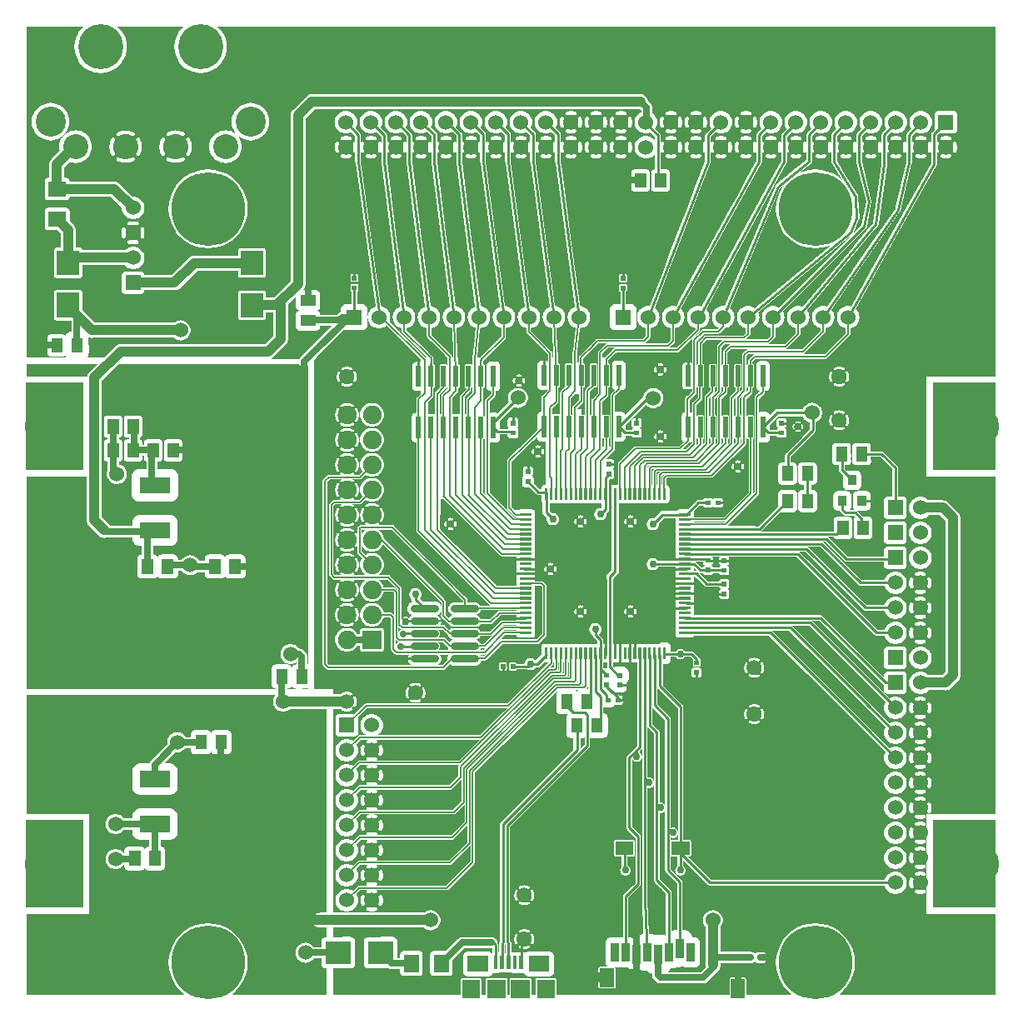
<source format=gtl>
G04 start of page 2 for group 0 idx 0 *
G04 Title: (unknown), component *
G04 Creator: pcb 20140316 *
G04 CreationDate: Sun 31 Aug 2014 13:13:45 GMT UTC *
G04 For: michael *
G04 Format: Gerber/RS-274X *
G04 PCB-Dimensions (mil): 3930.00 3937.00 *
G04 PCB-Coordinate-Origin: lower left *
%MOIN*%
%FSLAX25Y25*%
%LNTOP*%
%ADD43C,0.0433*%
%ADD42C,0.1570*%
%ADD41C,0.0380*%
%ADD40C,0.0120*%
%ADD39C,0.0350*%
%ADD38C,0.1340*%
%ADD37C,0.0280*%
%ADD36C,0.1500*%
%ADD35C,0.0300*%
%ADD34C,0.2950*%
%ADD33R,0.0200X0.0200*%
%ADD32R,0.0551X0.0551*%
%ADD31R,0.0315X0.0315*%
%ADD30R,0.0110X0.0110*%
%ADD29R,0.0650X0.0650*%
%ADD28C,0.0290*%
%ADD27R,0.0906X0.0906*%
%ADD26R,0.0600X0.0600*%
%ADD25R,0.0158X0.0158*%
%ADD24R,0.0709X0.0709*%
%ADD23R,0.0630X0.0630*%
%ADD22R,0.0450X0.0450*%
%ADD21R,0.0340X0.0340*%
%ADD20C,0.0748*%
%ADD19C,0.1800*%
%ADD18C,0.1200*%
%ADD17C,0.1000*%
%ADD16C,0.0600*%
%ADD15C,0.0400*%
%ADD14C,0.0250*%
%ADD13C,0.0100*%
%ADD12C,0.0060*%
%ADD11C,0.0001*%
G54D11*G36*
X365000Y248700D02*X390000D01*
Y213700D01*
X365000D01*
Y248700D01*
G37*
G36*
X390000Y73700D02*Y38700D01*
X365000D01*
Y73700D01*
X390000D01*
G37*
G36*
Y3700D02*X360000D01*
Y36200D01*
X390000D01*
Y3700D01*
G37*
G36*
Y76200D02*X363613D01*
Y76553D01*
X363656Y76560D01*
X363768Y76597D01*
X363873Y76652D01*
X363968Y76722D01*
X364051Y76806D01*
X364119Y76902D01*
X364170Y77008D01*
X364318Y77416D01*
X364422Y77837D01*
X364484Y78267D01*
X364505Y78700D01*
X364484Y79133D01*
X364422Y79563D01*
X364318Y79984D01*
X364175Y80394D01*
X364122Y80500D01*
X364053Y80596D01*
X363970Y80681D01*
X363875Y80751D01*
X363769Y80806D01*
X363657Y80843D01*
X363613Y80851D01*
Y86553D01*
X363656Y86560D01*
X363768Y86597D01*
X363873Y86652D01*
X363968Y86722D01*
X364051Y86806D01*
X364119Y86902D01*
X364170Y87008D01*
X364318Y87416D01*
X364422Y87837D01*
X364484Y88267D01*
X364505Y88700D01*
X364484Y89133D01*
X364422Y89563D01*
X364318Y89984D01*
X364175Y90394D01*
X364122Y90500D01*
X364053Y90596D01*
X363970Y90681D01*
X363875Y90751D01*
X363769Y90806D01*
X363657Y90843D01*
X363613Y90851D01*
Y96553D01*
X363656Y96560D01*
X363768Y96597D01*
X363873Y96652D01*
X363968Y96722D01*
X364051Y96806D01*
X364119Y96902D01*
X364170Y97008D01*
X364318Y97416D01*
X364422Y97837D01*
X364484Y98267D01*
X364505Y98700D01*
X364484Y99133D01*
X364422Y99563D01*
X364318Y99984D01*
X364175Y100394D01*
X364122Y100500D01*
X364053Y100596D01*
X363970Y100681D01*
X363875Y100751D01*
X363769Y100806D01*
X363657Y100843D01*
X363613Y100851D01*
Y106553D01*
X363656Y106560D01*
X363768Y106597D01*
X363873Y106652D01*
X363968Y106722D01*
X364051Y106806D01*
X364119Y106902D01*
X364170Y107008D01*
X364318Y107416D01*
X364422Y107837D01*
X364484Y108267D01*
X364505Y108700D01*
X364484Y109133D01*
X364422Y109563D01*
X364318Y109984D01*
X364175Y110394D01*
X364122Y110500D01*
X364053Y110596D01*
X363970Y110681D01*
X363875Y110751D01*
X363769Y110806D01*
X363657Y110843D01*
X363613Y110851D01*
Y116553D01*
X363656Y116560D01*
X363768Y116597D01*
X363873Y116652D01*
X363968Y116722D01*
X364051Y116806D01*
X364119Y116902D01*
X364170Y117008D01*
X364318Y117416D01*
X364422Y117837D01*
X364484Y118267D01*
X364505Y118700D01*
X364484Y119133D01*
X364422Y119563D01*
X364318Y119984D01*
X364175Y120394D01*
X364122Y120500D01*
X364053Y120596D01*
X363970Y120681D01*
X363875Y120751D01*
X363769Y120806D01*
X363657Y120843D01*
X363613Y120851D01*
Y125700D01*
X369882D01*
X370000Y125691D01*
X370470Y125728D01*
X370471Y125728D01*
X370930Y125838D01*
X371366Y126019D01*
X371769Y126265D01*
X372128Y126572D01*
X372205Y126662D01*
X375038Y129496D01*
X375128Y129572D01*
X375434Y129931D01*
X375435Y129931D01*
X375681Y130334D01*
X375862Y130770D01*
X375972Y131229D01*
X376009Y131700D01*
X376000Y131818D01*
Y141700D01*
X376000Y141700D01*
Y194582D01*
X376009Y194700D01*
X375972Y195171D01*
X375972Y195171D01*
X375862Y195630D01*
X375681Y196066D01*
X375435Y196469D01*
X375128Y196828D01*
X375038Y196904D01*
X371204Y200738D01*
X371128Y200828D01*
X370769Y201135D01*
X370366Y201381D01*
X369930Y201562D01*
X369471Y201672D01*
X369000Y201709D01*
X368882Y201700D01*
X363613D01*
Y211200D01*
X390000D01*
Y76200D01*
G37*
G36*
X363613Y201700D02*X363356D01*
X363192Y201892D01*
X362653Y202352D01*
X362049Y202722D01*
X361395Y202993D01*
X360706Y203158D01*
X360000Y203214D01*
Y211200D01*
X363613D01*
Y201700D01*
G37*
G36*
Y76200D02*X360000D01*
Y81700D01*
X360289Y81686D01*
X360575Y81644D01*
X360855Y81576D01*
X361128Y81480D01*
X361239Y81442D01*
X361356Y81425D01*
X361474Y81425D01*
X361591Y81445D01*
X361703Y81482D01*
X361807Y81536D01*
X361902Y81606D01*
X361985Y81691D01*
X362054Y81787D01*
X362107Y81892D01*
X362143Y82005D01*
X362160Y82121D01*
X362159Y82239D01*
X362140Y82356D01*
X362103Y82468D01*
X362048Y82573D01*
X361978Y82668D01*
X361894Y82751D01*
X361798Y82819D01*
X361692Y82870D01*
X361284Y83018D01*
X360863Y83122D01*
X360433Y83184D01*
X360000Y83205D01*
Y84195D01*
X360433Y84216D01*
X360863Y84278D01*
X361284Y84382D01*
X361694Y84525D01*
X361800Y84578D01*
X361896Y84647D01*
X361981Y84730D01*
X362051Y84825D01*
X362106Y84931D01*
X362143Y85043D01*
X362163Y85160D01*
X362164Y85279D01*
X362146Y85396D01*
X362110Y85509D01*
X362057Y85615D01*
X361988Y85712D01*
X361905Y85796D01*
X361809Y85867D01*
X361704Y85921D01*
X361592Y85959D01*
X361475Y85978D01*
X361356Y85979D01*
X361239Y85961D01*
X361126Y85923D01*
X360855Y85824D01*
X360575Y85756D01*
X360289Y85714D01*
X360000Y85700D01*
Y91700D01*
X360289Y91686D01*
X360575Y91644D01*
X360855Y91576D01*
X361128Y91480D01*
X361239Y91442D01*
X361356Y91425D01*
X361474Y91425D01*
X361591Y91445D01*
X361703Y91482D01*
X361807Y91536D01*
X361902Y91606D01*
X361985Y91691D01*
X362054Y91787D01*
X362107Y91892D01*
X362143Y92005D01*
X362160Y92121D01*
X362159Y92239D01*
X362140Y92356D01*
X362103Y92468D01*
X362048Y92573D01*
X361978Y92668D01*
X361894Y92751D01*
X361798Y92819D01*
X361692Y92870D01*
X361284Y93018D01*
X360863Y93122D01*
X360433Y93184D01*
X360000Y93205D01*
Y94195D01*
X360433Y94216D01*
X360863Y94278D01*
X361284Y94382D01*
X361694Y94525D01*
X361800Y94578D01*
X361896Y94647D01*
X361981Y94730D01*
X362051Y94825D01*
X362106Y94931D01*
X362143Y95043D01*
X362163Y95160D01*
X362164Y95279D01*
X362146Y95396D01*
X362110Y95509D01*
X362057Y95615D01*
X361988Y95712D01*
X361905Y95796D01*
X361809Y95867D01*
X361704Y95921D01*
X361592Y95959D01*
X361475Y95978D01*
X361356Y95979D01*
X361239Y95961D01*
X361126Y95923D01*
X360855Y95824D01*
X360575Y95756D01*
X360289Y95714D01*
X360000Y95700D01*
Y101700D01*
X360289Y101686D01*
X360575Y101644D01*
X360855Y101576D01*
X361128Y101480D01*
X361239Y101442D01*
X361356Y101425D01*
X361474Y101425D01*
X361591Y101445D01*
X361703Y101482D01*
X361807Y101536D01*
X361902Y101606D01*
X361985Y101691D01*
X362054Y101787D01*
X362107Y101892D01*
X362143Y102005D01*
X362160Y102121D01*
X362159Y102239D01*
X362140Y102356D01*
X362103Y102468D01*
X362048Y102573D01*
X361978Y102668D01*
X361894Y102751D01*
X361798Y102819D01*
X361692Y102870D01*
X361284Y103018D01*
X360863Y103122D01*
X360433Y103184D01*
X360000Y103205D01*
Y104195D01*
X360433Y104216D01*
X360863Y104278D01*
X361284Y104382D01*
X361694Y104525D01*
X361800Y104578D01*
X361896Y104647D01*
X361981Y104730D01*
X362051Y104825D01*
X362106Y104931D01*
X362143Y105043D01*
X362163Y105160D01*
X362164Y105279D01*
X362146Y105396D01*
X362110Y105509D01*
X362057Y105615D01*
X361988Y105712D01*
X361905Y105796D01*
X361809Y105867D01*
X361704Y105921D01*
X361592Y105959D01*
X361475Y105978D01*
X361356Y105979D01*
X361239Y105961D01*
X361126Y105923D01*
X360855Y105824D01*
X360575Y105756D01*
X360289Y105714D01*
X360000Y105700D01*
Y111700D01*
X360289Y111686D01*
X360575Y111644D01*
X360855Y111576D01*
X361128Y111480D01*
X361239Y111442D01*
X361356Y111425D01*
X361474Y111425D01*
X361591Y111445D01*
X361703Y111482D01*
X361807Y111536D01*
X361902Y111606D01*
X361985Y111691D01*
X362054Y111787D01*
X362107Y111892D01*
X362143Y112005D01*
X362160Y112121D01*
X362159Y112239D01*
X362140Y112356D01*
X362103Y112468D01*
X362048Y112573D01*
X361978Y112668D01*
X361894Y112751D01*
X361798Y112819D01*
X361692Y112870D01*
X361284Y113018D01*
X360863Y113122D01*
X360433Y113184D01*
X360000Y113205D01*
Y114195D01*
X360433Y114216D01*
X360863Y114278D01*
X361284Y114382D01*
X361694Y114525D01*
X361800Y114578D01*
X361896Y114647D01*
X361981Y114730D01*
X362051Y114825D01*
X362106Y114931D01*
X362143Y115043D01*
X362163Y115160D01*
X362164Y115279D01*
X362146Y115396D01*
X362110Y115509D01*
X362057Y115615D01*
X361988Y115712D01*
X361905Y115796D01*
X361809Y115867D01*
X361704Y115921D01*
X361592Y115959D01*
X361475Y115978D01*
X361356Y115979D01*
X361239Y115961D01*
X361126Y115923D01*
X360855Y115824D01*
X360575Y115756D01*
X360289Y115714D01*
X360000Y115700D01*
Y121700D01*
X360289Y121686D01*
X360575Y121644D01*
X360855Y121576D01*
X361128Y121480D01*
X361239Y121442D01*
X361356Y121425D01*
X361474Y121425D01*
X361591Y121445D01*
X361703Y121482D01*
X361807Y121536D01*
X361902Y121606D01*
X361985Y121691D01*
X362054Y121787D01*
X362107Y121892D01*
X362143Y122005D01*
X362160Y122121D01*
X362159Y122239D01*
X362140Y122356D01*
X362103Y122468D01*
X362048Y122573D01*
X361978Y122668D01*
X361894Y122751D01*
X361798Y122819D01*
X361692Y122870D01*
X361284Y123018D01*
X360863Y123122D01*
X360433Y123184D01*
X360000Y123205D01*
Y124186D01*
X360706Y124242D01*
X361395Y124407D01*
X362049Y124678D01*
X362653Y125048D01*
X363192Y125508D01*
X363356Y125700D01*
X363613D01*
Y120851D01*
X363540Y120863D01*
X363421Y120864D01*
X363304Y120846D01*
X363191Y120810D01*
X363085Y120757D01*
X362988Y120688D01*
X362904Y120605D01*
X362833Y120509D01*
X362779Y120404D01*
X362741Y120292D01*
X362722Y120175D01*
X362721Y120056D01*
X362739Y119939D01*
X362777Y119826D01*
X362876Y119555D01*
X362944Y119275D01*
X362986Y118989D01*
X363000Y118700D01*
X362986Y118411D01*
X362944Y118125D01*
X362876Y117845D01*
X362780Y117572D01*
X362742Y117461D01*
X362725Y117344D01*
X362725Y117226D01*
X362745Y117109D01*
X362782Y116997D01*
X362836Y116893D01*
X362906Y116798D01*
X362991Y116715D01*
X363087Y116646D01*
X363192Y116593D01*
X363305Y116557D01*
X363421Y116540D01*
X363539Y116541D01*
X363613Y116553D01*
Y110851D01*
X363540Y110863D01*
X363421Y110864D01*
X363304Y110846D01*
X363191Y110810D01*
X363085Y110757D01*
X362988Y110688D01*
X362904Y110605D01*
X362833Y110509D01*
X362779Y110404D01*
X362741Y110292D01*
X362722Y110175D01*
X362721Y110056D01*
X362739Y109939D01*
X362777Y109826D01*
X362876Y109555D01*
X362944Y109275D01*
X362986Y108989D01*
X363000Y108700D01*
X362986Y108411D01*
X362944Y108125D01*
X362876Y107845D01*
X362780Y107572D01*
X362742Y107461D01*
X362725Y107344D01*
X362725Y107226D01*
X362745Y107109D01*
X362782Y106997D01*
X362836Y106893D01*
X362906Y106798D01*
X362991Y106715D01*
X363087Y106646D01*
X363192Y106593D01*
X363305Y106557D01*
X363421Y106540D01*
X363539Y106541D01*
X363613Y106553D01*
Y100851D01*
X363540Y100863D01*
X363421Y100864D01*
X363304Y100846D01*
X363191Y100810D01*
X363085Y100757D01*
X362988Y100688D01*
X362904Y100605D01*
X362833Y100509D01*
X362779Y100404D01*
X362741Y100292D01*
X362722Y100175D01*
X362721Y100056D01*
X362739Y99939D01*
X362777Y99826D01*
X362876Y99555D01*
X362944Y99275D01*
X362986Y98989D01*
X363000Y98700D01*
X362986Y98411D01*
X362944Y98125D01*
X362876Y97845D01*
X362780Y97572D01*
X362742Y97461D01*
X362725Y97344D01*
X362725Y97226D01*
X362745Y97109D01*
X362782Y96997D01*
X362836Y96893D01*
X362906Y96798D01*
X362991Y96715D01*
X363087Y96646D01*
X363192Y96593D01*
X363305Y96557D01*
X363421Y96540D01*
X363539Y96541D01*
X363613Y96553D01*
Y90851D01*
X363540Y90863D01*
X363421Y90864D01*
X363304Y90846D01*
X363191Y90810D01*
X363085Y90757D01*
X362988Y90688D01*
X362904Y90605D01*
X362833Y90509D01*
X362779Y90404D01*
X362741Y90292D01*
X362722Y90175D01*
X362721Y90056D01*
X362739Y89939D01*
X362777Y89826D01*
X362876Y89555D01*
X362944Y89275D01*
X362986Y88989D01*
X363000Y88700D01*
X362986Y88411D01*
X362944Y88125D01*
X362876Y87845D01*
X362780Y87572D01*
X362742Y87461D01*
X362725Y87344D01*
X362725Y87226D01*
X362745Y87109D01*
X362782Y86997D01*
X362836Y86893D01*
X362906Y86798D01*
X362991Y86715D01*
X363087Y86646D01*
X363192Y86593D01*
X363305Y86557D01*
X363421Y86540D01*
X363539Y86541D01*
X363613Y86553D01*
Y80851D01*
X363540Y80863D01*
X363421Y80864D01*
X363304Y80846D01*
X363191Y80810D01*
X363085Y80757D01*
X362988Y80688D01*
X362904Y80605D01*
X362833Y80509D01*
X362779Y80404D01*
X362741Y80292D01*
X362722Y80175D01*
X362721Y80056D01*
X362739Y79939D01*
X362777Y79826D01*
X362876Y79555D01*
X362944Y79275D01*
X362986Y78989D01*
X363000Y78700D01*
X362986Y78411D01*
X362944Y78125D01*
X362876Y77845D01*
X362780Y77572D01*
X362742Y77461D01*
X362725Y77344D01*
X362725Y77226D01*
X362745Y77109D01*
X362782Y76997D01*
X362836Y76893D01*
X362906Y76798D01*
X362991Y76715D01*
X363087Y76646D01*
X363192Y76593D01*
X363305Y76557D01*
X363421Y76540D01*
X363539Y76541D01*
X363613Y76553D01*
Y76200D01*
G37*
G36*
X360000Y133214D02*Y134186D01*
X360706Y134242D01*
X361395Y134407D01*
X362049Y134678D01*
X362653Y135048D01*
X363192Y135508D01*
X363613Y136002D01*
Y131700D01*
X363356D01*
X363192Y131892D01*
X362653Y132352D01*
X362049Y132722D01*
X361395Y132993D01*
X360706Y133158D01*
X360000Y133214D01*
G37*
G36*
X363613Y141398D02*X363192Y141892D01*
X362653Y142352D01*
X362049Y142722D01*
X361395Y142993D01*
X360706Y143158D01*
X360000Y143214D01*
Y144195D01*
X360433Y144216D01*
X360863Y144278D01*
X361284Y144382D01*
X361694Y144525D01*
X361800Y144578D01*
X361896Y144647D01*
X361981Y144730D01*
X362051Y144825D01*
X362106Y144931D01*
X362143Y145043D01*
X362163Y145160D01*
X362164Y145279D01*
X362146Y145396D01*
X362110Y145509D01*
X362057Y145615D01*
X361988Y145712D01*
X361905Y145796D01*
X361809Y145867D01*
X361704Y145921D01*
X361592Y145959D01*
X361475Y145978D01*
X361356Y145979D01*
X361239Y145961D01*
X361126Y145923D01*
X360855Y145824D01*
X360575Y145756D01*
X360289Y145714D01*
X360000Y145700D01*
Y151700D01*
X360289Y151686D01*
X360575Y151644D01*
X360855Y151576D01*
X361128Y151480D01*
X361239Y151442D01*
X361356Y151425D01*
X361474Y151425D01*
X361591Y151445D01*
X361703Y151482D01*
X361807Y151536D01*
X361902Y151606D01*
X361985Y151691D01*
X362054Y151787D01*
X362107Y151892D01*
X362143Y152005D01*
X362160Y152121D01*
X362159Y152239D01*
X362140Y152356D01*
X362103Y152468D01*
X362048Y152573D01*
X361978Y152668D01*
X361894Y152751D01*
X361798Y152819D01*
X361692Y152870D01*
X361284Y153018D01*
X360863Y153122D01*
X360433Y153184D01*
X360000Y153205D01*
Y154195D01*
X360433Y154216D01*
X360863Y154278D01*
X361284Y154382D01*
X361694Y154525D01*
X361800Y154578D01*
X361896Y154647D01*
X361981Y154730D01*
X362051Y154825D01*
X362106Y154931D01*
X362143Y155043D01*
X362163Y155160D01*
X362164Y155279D01*
X362146Y155396D01*
X362110Y155509D01*
X362057Y155615D01*
X361988Y155712D01*
X361905Y155796D01*
X361809Y155867D01*
X361704Y155921D01*
X361592Y155959D01*
X361475Y155978D01*
X361356Y155979D01*
X361239Y155961D01*
X361126Y155923D01*
X360855Y155824D01*
X360575Y155756D01*
X360289Y155714D01*
X360000Y155700D01*
Y161700D01*
X360289Y161686D01*
X360575Y161644D01*
X360855Y161576D01*
X361128Y161480D01*
X361239Y161442D01*
X361356Y161425D01*
X361474Y161425D01*
X361591Y161445D01*
X361703Y161482D01*
X361807Y161536D01*
X361902Y161606D01*
X361985Y161691D01*
X362054Y161787D01*
X362107Y161892D01*
X362143Y162005D01*
X362160Y162121D01*
X362159Y162239D01*
X362140Y162356D01*
X362103Y162468D01*
X362048Y162573D01*
X361978Y162668D01*
X361894Y162751D01*
X361798Y162819D01*
X361692Y162870D01*
X361284Y163018D01*
X360863Y163122D01*
X360433Y163184D01*
X360000Y163205D01*
Y164195D01*
X360433Y164216D01*
X360863Y164278D01*
X361284Y164382D01*
X361694Y164525D01*
X361800Y164578D01*
X361896Y164647D01*
X361981Y164730D01*
X362051Y164825D01*
X362106Y164931D01*
X362143Y165043D01*
X362163Y165160D01*
X362164Y165279D01*
X362146Y165396D01*
X362110Y165509D01*
X362057Y165615D01*
X361988Y165712D01*
X361905Y165796D01*
X361809Y165867D01*
X361704Y165921D01*
X361592Y165959D01*
X361475Y165978D01*
X361356Y165979D01*
X361239Y165961D01*
X361126Y165923D01*
X360855Y165824D01*
X360575Y165756D01*
X360289Y165714D01*
X360000Y165700D01*
Y171700D01*
X360289Y171686D01*
X360575Y171644D01*
X360855Y171576D01*
X361128Y171480D01*
X361239Y171442D01*
X361356Y171425D01*
X361474Y171425D01*
X361591Y171445D01*
X361703Y171482D01*
X361807Y171536D01*
X361902Y171606D01*
X361985Y171691D01*
X362054Y171787D01*
X362107Y171892D01*
X362143Y172005D01*
X362160Y172121D01*
X362159Y172239D01*
X362140Y172356D01*
X362103Y172468D01*
X362048Y172573D01*
X361978Y172668D01*
X361894Y172751D01*
X361798Y172819D01*
X361692Y172870D01*
X361284Y173018D01*
X360863Y173122D01*
X360433Y173184D01*
X360000Y173205D01*
Y174186D01*
X360706Y174242D01*
X361395Y174407D01*
X362049Y174678D01*
X362653Y175048D01*
X363192Y175508D01*
X363613Y176002D01*
Y170851D01*
X363540Y170863D01*
X363421Y170864D01*
X363304Y170846D01*
X363191Y170810D01*
X363085Y170757D01*
X362988Y170688D01*
X362904Y170605D01*
X362833Y170509D01*
X362779Y170404D01*
X362741Y170292D01*
X362722Y170175D01*
X362721Y170056D01*
X362739Y169939D01*
X362777Y169826D01*
X362876Y169555D01*
X362944Y169275D01*
X362986Y168989D01*
X363000Y168700D01*
X362986Y168411D01*
X362944Y168125D01*
X362876Y167845D01*
X362780Y167572D01*
X362742Y167461D01*
X362725Y167344D01*
X362725Y167226D01*
X362745Y167109D01*
X362782Y166997D01*
X362836Y166893D01*
X362906Y166798D01*
X362991Y166715D01*
X363087Y166646D01*
X363192Y166593D01*
X363305Y166557D01*
X363421Y166540D01*
X363539Y166541D01*
X363613Y166553D01*
Y160851D01*
X363540Y160863D01*
X363421Y160864D01*
X363304Y160846D01*
X363191Y160810D01*
X363085Y160757D01*
X362988Y160688D01*
X362904Y160605D01*
X362833Y160509D01*
X362779Y160404D01*
X362741Y160292D01*
X362722Y160175D01*
X362721Y160056D01*
X362739Y159939D01*
X362777Y159826D01*
X362876Y159555D01*
X362944Y159275D01*
X362986Y158989D01*
X363000Y158700D01*
X362986Y158411D01*
X362944Y158125D01*
X362876Y157845D01*
X362780Y157572D01*
X362742Y157461D01*
X362725Y157344D01*
X362725Y157226D01*
X362745Y157109D01*
X362782Y156997D01*
X362836Y156893D01*
X362906Y156798D01*
X362991Y156715D01*
X363087Y156646D01*
X363192Y156593D01*
X363305Y156557D01*
X363421Y156540D01*
X363539Y156541D01*
X363613Y156553D01*
Y150851D01*
X363540Y150863D01*
X363421Y150864D01*
X363304Y150846D01*
X363191Y150810D01*
X363085Y150757D01*
X362988Y150688D01*
X362904Y150605D01*
X362833Y150509D01*
X362779Y150404D01*
X362741Y150292D01*
X362722Y150175D01*
X362721Y150056D01*
X362739Y149939D01*
X362777Y149826D01*
X362876Y149555D01*
X362944Y149275D01*
X362986Y148989D01*
X363000Y148700D01*
X362986Y148411D01*
X362944Y148125D01*
X362876Y147845D01*
X362780Y147572D01*
X362742Y147461D01*
X362725Y147344D01*
X362725Y147226D01*
X362745Y147109D01*
X362782Y146997D01*
X362836Y146893D01*
X362906Y146798D01*
X362991Y146715D01*
X363087Y146646D01*
X363192Y146593D01*
X363305Y146557D01*
X363421Y146540D01*
X363539Y146541D01*
X363613Y146553D01*
Y141398D01*
G37*
G36*
Y181398D02*X363192Y181892D01*
X362653Y182352D01*
X362049Y182722D01*
X361395Y182993D01*
X360706Y183158D01*
X360000Y183214D01*
Y184186D01*
X360706Y184242D01*
X361395Y184407D01*
X362049Y184678D01*
X362653Y185048D01*
X363192Y185508D01*
X363613Y186002D01*
Y181398D01*
G37*
G36*
Y191398D02*X363192Y191892D01*
X362653Y192352D01*
X362049Y192722D01*
X361395Y192993D01*
X360706Y193158D01*
X360000Y193214D01*
Y194186D01*
X360706Y194242D01*
X361395Y194407D01*
X362049Y194678D01*
X362653Y195048D01*
X363192Y195508D01*
X363356Y195700D01*
X363613D01*
Y191398D01*
G37*
G36*
Y136002D02*X363652Y136047D01*
X364022Y136651D01*
X364293Y137305D01*
X364458Y137994D01*
X364500Y138700D01*
X364458Y139406D01*
X364293Y140095D01*
X364022Y140749D01*
X363652Y141353D01*
X363613Y141398D01*
Y146553D01*
X363656Y146560D01*
X363768Y146597D01*
X363873Y146652D01*
X363968Y146722D01*
X364051Y146806D01*
X364119Y146902D01*
X364170Y147008D01*
X364318Y147416D01*
X364422Y147837D01*
X364484Y148267D01*
X364505Y148700D01*
X364484Y149133D01*
X364422Y149563D01*
X364318Y149984D01*
X364175Y150394D01*
X364122Y150500D01*
X364053Y150596D01*
X363970Y150681D01*
X363875Y150751D01*
X363769Y150806D01*
X363657Y150843D01*
X363613Y150851D01*
Y156553D01*
X363656Y156560D01*
X363768Y156597D01*
X363873Y156652D01*
X363968Y156722D01*
X364051Y156806D01*
X364119Y156902D01*
X364170Y157008D01*
X364318Y157416D01*
X364422Y157837D01*
X364484Y158267D01*
X364505Y158700D01*
X364484Y159133D01*
X364422Y159563D01*
X364318Y159984D01*
X364175Y160394D01*
X364122Y160500D01*
X364053Y160596D01*
X363970Y160681D01*
X363875Y160751D01*
X363769Y160806D01*
X363657Y160843D01*
X363613Y160851D01*
Y166553D01*
X363656Y166560D01*
X363768Y166597D01*
X363873Y166652D01*
X363968Y166722D01*
X364051Y166806D01*
X364119Y166902D01*
X364170Y167008D01*
X364318Y167416D01*
X364422Y167837D01*
X364484Y168267D01*
X364505Y168700D01*
X364484Y169133D01*
X364422Y169563D01*
X364318Y169984D01*
X364175Y170394D01*
X364122Y170500D01*
X364053Y170596D01*
X363970Y170681D01*
X363875Y170751D01*
X363769Y170806D01*
X363657Y170843D01*
X363613Y170851D01*
Y176002D01*
X363652Y176047D01*
X364022Y176651D01*
X364293Y177305D01*
X364458Y177994D01*
X364500Y178700D01*
X364458Y179406D01*
X364293Y180095D01*
X364022Y180749D01*
X363652Y181353D01*
X363613Y181398D01*
Y186002D01*
X363652Y186047D01*
X364022Y186651D01*
X364293Y187305D01*
X364458Y187994D01*
X364500Y188700D01*
X364458Y189406D01*
X364293Y190095D01*
X364022Y190749D01*
X363652Y191353D01*
X363613Y191398D01*
Y195700D01*
X367757D01*
X370000Y193457D01*
Y141700D01*
X370000Y141700D01*
Y132943D01*
X368757Y131700D01*
X363613D01*
Y136002D01*
G37*
G36*
X363652Y136047D01*
X364022Y136651D01*
X364293Y137305D01*
X364458Y137994D01*
X364500Y138700D01*
X364458Y139406D01*
X364293Y140095D01*
X364022Y140749D01*
X363652Y141353D01*
X363613Y141398D01*
Y146553D01*
X363656Y146560D01*
X363768Y146597D01*
X363873Y146652D01*
X363968Y146722D01*
X364051Y146806D01*
X364119Y146902D01*
X364170Y147008D01*
X364318Y147416D01*
X364422Y147837D01*
X364484Y148267D01*
X364505Y148700D01*
X364484Y149133D01*
X364422Y149563D01*
X364318Y149984D01*
X364175Y150394D01*
X364122Y150500D01*
X364053Y150596D01*
X363970Y150681D01*
X363875Y150751D01*
X363769Y150806D01*
X363657Y150843D01*
X363613Y150851D01*
Y156553D01*
X363656Y156560D01*
X363768Y156597D01*
X363873Y156652D01*
X363968Y156722D01*
X364051Y156806D01*
X364119Y156902D01*
X364170Y157008D01*
X364318Y157416D01*
X364422Y157837D01*
X364484Y158267D01*
X364505Y158700D01*
X364484Y159133D01*
X364422Y159563D01*
X364318Y159984D01*
X364175Y160394D01*
X364122Y160500D01*
X364053Y160596D01*
X363970Y160681D01*
X363875Y160751D01*
X363769Y160806D01*
X363657Y160843D01*
X363613Y160851D01*
Y166553D01*
X363656Y166560D01*
X363768Y166597D01*
X363873Y166652D01*
X363968Y166722D01*
X364051Y166806D01*
X364119Y166902D01*
X364170Y167008D01*
X364318Y167416D01*
X364422Y167837D01*
X364484Y168267D01*
X364505Y168700D01*
X364484Y169133D01*
X364422Y169563D01*
X364318Y169984D01*
X364175Y170394D01*
X364122Y170500D01*
X364053Y170596D01*
X363970Y170681D01*
X363875Y170751D01*
X363769Y170806D01*
X363657Y170843D01*
X363613Y170851D01*
Y176002D01*
X363652Y176047D01*
X364022Y176651D01*
X364293Y177305D01*
X364458Y177994D01*
X364500Y178700D01*
X364458Y179406D01*
X364293Y180095D01*
X364022Y180749D01*
X363652Y181353D01*
X363613Y181398D01*
Y186002D01*
X363652Y186047D01*
X364022Y186651D01*
X364293Y187305D01*
X364458Y187994D01*
X364500Y188700D01*
X364458Y189406D01*
X364293Y190095D01*
X364022Y190749D01*
X363652Y191353D01*
X363613Y191398D01*
Y195700D01*
X367757D01*
X370000Y193457D01*
Y141700D01*
X370000Y141700D01*
Y132943D01*
X368857Y131800D01*
X363613D01*
Y136002D01*
G37*
G36*
Y191398D02*X363192Y191892D01*
X362653Y192352D01*
X362049Y192722D01*
X361395Y192993D01*
X361300Y193016D01*
Y194384D01*
X361395Y194407D01*
X362049Y194678D01*
X362653Y195048D01*
X363192Y195508D01*
X363356Y195700D01*
X363613D01*
Y191398D01*
G37*
G36*
Y181398D02*X363192Y181892D01*
X362653Y182352D01*
X362049Y182722D01*
X361395Y182993D01*
X361300Y183016D01*
Y184384D01*
X361395Y184407D01*
X362049Y184678D01*
X362653Y185048D01*
X363192Y185508D01*
X363613Y186002D01*
Y181398D01*
G37*
G36*
Y141398D02*X363192Y141892D01*
X362653Y142352D01*
X362049Y142722D01*
X361395Y142993D01*
X361300Y143016D01*
Y144387D01*
X361694Y144525D01*
X361800Y144578D01*
X361896Y144647D01*
X361981Y144730D01*
X362051Y144825D01*
X362106Y144931D01*
X362143Y145043D01*
X362163Y145160D01*
X362164Y145279D01*
X362146Y145396D01*
X362110Y145509D01*
X362057Y145615D01*
X361988Y145712D01*
X361905Y145796D01*
X361809Y145867D01*
X361704Y145921D01*
X361592Y145959D01*
X361475Y145978D01*
X361356Y145979D01*
X361300Y145971D01*
Y151433D01*
X361356Y151425D01*
X361474Y151425D01*
X361591Y151445D01*
X361703Y151482D01*
X361807Y151536D01*
X361902Y151606D01*
X361985Y151691D01*
X362054Y151787D01*
X362107Y151892D01*
X362143Y152005D01*
X362160Y152121D01*
X362159Y152239D01*
X362140Y152356D01*
X362103Y152468D01*
X362048Y152573D01*
X361978Y152668D01*
X361894Y152751D01*
X361798Y152819D01*
X361692Y152870D01*
X361300Y153013D01*
Y154387D01*
X361694Y154525D01*
X361800Y154578D01*
X361896Y154647D01*
X361981Y154730D01*
X362051Y154825D01*
X362106Y154931D01*
X362143Y155043D01*
X362163Y155160D01*
X362164Y155279D01*
X362146Y155396D01*
X362110Y155509D01*
X362057Y155615D01*
X361988Y155712D01*
X361905Y155796D01*
X361809Y155867D01*
X361704Y155921D01*
X361592Y155959D01*
X361475Y155978D01*
X361356Y155979D01*
X361300Y155971D01*
Y161433D01*
X361356Y161425D01*
X361474Y161425D01*
X361591Y161445D01*
X361703Y161482D01*
X361807Y161536D01*
X361902Y161606D01*
X361985Y161691D01*
X362054Y161787D01*
X362107Y161892D01*
X362143Y162005D01*
X362160Y162121D01*
X362159Y162239D01*
X362140Y162356D01*
X362103Y162468D01*
X362048Y162573D01*
X361978Y162668D01*
X361894Y162751D01*
X361798Y162819D01*
X361692Y162870D01*
X361300Y163013D01*
Y164387D01*
X361694Y164525D01*
X361800Y164578D01*
X361896Y164647D01*
X361981Y164730D01*
X362051Y164825D01*
X362106Y164931D01*
X362143Y165043D01*
X362163Y165160D01*
X362164Y165279D01*
X362146Y165396D01*
X362110Y165509D01*
X362057Y165615D01*
X361988Y165712D01*
X361905Y165796D01*
X361809Y165867D01*
X361704Y165921D01*
X361592Y165959D01*
X361475Y165978D01*
X361356Y165979D01*
X361300Y165971D01*
Y171433D01*
X361356Y171425D01*
X361474Y171425D01*
X361591Y171445D01*
X361703Y171482D01*
X361807Y171536D01*
X361902Y171606D01*
X361985Y171691D01*
X362054Y171787D01*
X362107Y171892D01*
X362143Y172005D01*
X362160Y172121D01*
X362159Y172239D01*
X362140Y172356D01*
X362103Y172468D01*
X362048Y172573D01*
X361978Y172668D01*
X361894Y172751D01*
X361798Y172819D01*
X361692Y172870D01*
X361300Y173013D01*
Y174384D01*
X361395Y174407D01*
X362049Y174678D01*
X362653Y175048D01*
X363192Y175508D01*
X363613Y176002D01*
Y170851D01*
X363540Y170863D01*
X363421Y170864D01*
X363304Y170846D01*
X363191Y170810D01*
X363085Y170757D01*
X362988Y170688D01*
X362904Y170605D01*
X362833Y170509D01*
X362779Y170404D01*
X362741Y170292D01*
X362722Y170175D01*
X362721Y170056D01*
X362739Y169939D01*
X362777Y169826D01*
X362876Y169555D01*
X362944Y169275D01*
X362986Y168989D01*
X363000Y168700D01*
X362986Y168411D01*
X362944Y168125D01*
X362876Y167845D01*
X362780Y167572D01*
X362742Y167461D01*
X362725Y167344D01*
X362725Y167226D01*
X362745Y167109D01*
X362782Y166997D01*
X362836Y166893D01*
X362906Y166798D01*
X362991Y166715D01*
X363087Y166646D01*
X363192Y166593D01*
X363305Y166557D01*
X363421Y166540D01*
X363539Y166541D01*
X363613Y166553D01*
Y160851D01*
X363540Y160863D01*
X363421Y160864D01*
X363304Y160846D01*
X363191Y160810D01*
X363085Y160757D01*
X362988Y160688D01*
X362904Y160605D01*
X362833Y160509D01*
X362779Y160404D01*
X362741Y160292D01*
X362722Y160175D01*
X362721Y160056D01*
X362739Y159939D01*
X362777Y159826D01*
X362876Y159555D01*
X362944Y159275D01*
X362986Y158989D01*
X363000Y158700D01*
X362986Y158411D01*
X362944Y158125D01*
X362876Y157845D01*
X362780Y157572D01*
X362742Y157461D01*
X362725Y157344D01*
X362725Y157226D01*
X362745Y157109D01*
X362782Y156997D01*
X362836Y156893D01*
X362906Y156798D01*
X362991Y156715D01*
X363087Y156646D01*
X363192Y156593D01*
X363305Y156557D01*
X363421Y156540D01*
X363539Y156541D01*
X363613Y156553D01*
Y150851D01*
X363540Y150863D01*
X363421Y150864D01*
X363304Y150846D01*
X363191Y150810D01*
X363085Y150757D01*
X362988Y150688D01*
X362904Y150605D01*
X362833Y150509D01*
X362779Y150404D01*
X362741Y150292D01*
X362722Y150175D01*
X362721Y150056D01*
X362739Y149939D01*
X362777Y149826D01*
X362876Y149555D01*
X362944Y149275D01*
X362986Y148989D01*
X363000Y148700D01*
X362986Y148411D01*
X362944Y148125D01*
X362876Y147845D01*
X362780Y147572D01*
X362742Y147461D01*
X362725Y147344D01*
X362725Y147226D01*
X362745Y147109D01*
X362782Y146997D01*
X362836Y146893D01*
X362906Y146798D01*
X362991Y146715D01*
X363087Y146646D01*
X363192Y146593D01*
X363305Y146557D01*
X363421Y146540D01*
X363539Y146541D01*
X363613Y146553D01*
Y141398D01*
G37*
G36*
X361300Y133016D02*Y134384D01*
X361395Y134407D01*
X362049Y134678D01*
X362653Y135048D01*
X363192Y135508D01*
X363613Y136002D01*
Y131800D01*
X363270D01*
X363192Y131892D01*
X362653Y132352D01*
X362049Y132722D01*
X361395Y132993D01*
X361300Y133016D01*
G37*
G36*
X370662Y201200D02*X374600D01*
Y197343D01*
X371204Y200738D01*
X371128Y200828D01*
X370769Y201135D01*
X370662Y201200D01*
G37*
G36*
X390000Y261200D02*Y251200D01*
X357500D01*
Y261200D01*
X390000D01*
G37*
G36*
X234809Y144305D02*X234740Y144322D01*
X234504Y144336D01*
X233167Y144322D01*
X233072Y144299D01*
Y145685D01*
X233075Y145728D01*
X233062Y145901D01*
X233021Y146069D01*
X232975Y146182D01*
X232955Y146229D01*
X232921Y146285D01*
X232865Y146377D01*
X232752Y146508D01*
X232719Y146536D01*
X231232Y148023D01*
X231474Y148171D01*
X231773Y148427D01*
X232029Y148726D01*
X232234Y149062D01*
X232385Y149425D01*
X232477Y149808D01*
X232500Y150200D01*
X232477Y150592D01*
X232385Y150975D01*
X232234Y151338D01*
X232029Y151674D01*
X231773Y151973D01*
X231474Y152229D01*
X231138Y152434D01*
X230775Y152585D01*
X230392Y152677D01*
X230000Y152708D01*
X229608Y152677D01*
X229225Y152585D01*
X228862Y152434D01*
X228526Y152229D01*
X228227Y151973D01*
X227971Y151674D01*
X227766Y151338D01*
X227615Y150975D01*
X227523Y150592D01*
X227492Y150200D01*
X227523Y149808D01*
X227615Y149425D01*
X227766Y149062D01*
X227971Y148726D01*
X228227Y148427D01*
X228526Y148171D01*
X228862Y147966D01*
X228900Y147950D01*
Y147743D01*
X228897Y147700D01*
X228910Y147527D01*
Y147527D01*
X228951Y147359D01*
X229017Y147199D01*
X229107Y147051D01*
X229220Y146920D01*
X229253Y146892D01*
X230872Y145272D01*
Y144305D01*
X230803Y144322D01*
X230567Y144336D01*
X229230Y144322D01*
X229032Y144274D01*
X228834Y144322D01*
X228598Y144336D01*
X227261Y144322D01*
X227063Y144275D01*
X226866Y144322D01*
X226630Y144336D01*
X225959Y144329D01*
Y156138D01*
X226012Y156144D01*
X226088Y156165D01*
X226160Y156197D01*
X226225Y156240D01*
X226284Y156293D01*
X226333Y156354D01*
X226372Y156422D01*
X226399Y156496D01*
X226458Y156727D01*
X226492Y156962D01*
X226503Y157200D01*
X226492Y157438D01*
X226458Y157673D01*
X226402Y157905D01*
X226374Y157979D01*
X226335Y158047D01*
X226285Y158109D01*
X226226Y158162D01*
X226160Y158205D01*
X226088Y158237D01*
X226012Y158258D01*
X225959Y158263D01*
Y192138D01*
X226012Y192144D01*
X226088Y192165D01*
X226160Y192197D01*
X226225Y192240D01*
X226284Y192293D01*
X226333Y192354D01*
X226372Y192422D01*
X226399Y192496D01*
X226458Y192727D01*
X226492Y192962D01*
X226503Y193200D01*
X226492Y193438D01*
X226458Y193673D01*
X226402Y193905D01*
X226374Y193979D01*
X226335Y194047D01*
X226285Y194109D01*
X226226Y194162D01*
X226160Y194205D01*
X226088Y194237D01*
X226012Y194258D01*
X225959Y194263D01*
Y200458D01*
X226866Y200468D01*
X227064Y200515D01*
X227262Y200468D01*
X227497Y200454D01*
X228835Y200468D01*
X229032Y200515D01*
X229230Y200468D01*
X229465Y200454D01*
X230803Y200468D01*
X231001Y200515D01*
X231199Y200468D01*
X231434Y200454D01*
X232441Y200464D01*
Y198762D01*
X232358Y198680D01*
X232000Y198708D01*
X231608Y198677D01*
X231225Y198585D01*
X230862Y198434D01*
X230526Y198229D01*
X230227Y197973D01*
X229971Y197674D01*
X229766Y197338D01*
X229615Y196975D01*
X229523Y196592D01*
X229492Y196200D01*
X229523Y195808D01*
X229615Y195425D01*
X229766Y195062D01*
X229971Y194726D01*
X230227Y194427D01*
X230526Y194171D01*
X230862Y193966D01*
X231225Y193815D01*
X231608Y193723D01*
X232000Y193692D01*
X232392Y193723D01*
X232775Y193815D01*
X233138Y193966D01*
X233474Y194171D01*
X233773Y194427D01*
X234029Y194726D01*
X234234Y195062D01*
X234385Y195425D01*
X234477Y195808D01*
X234500Y196200D01*
X234479Y196558D01*
X234960Y197039D01*
X235005Y197077D01*
X235158Y197256D01*
X235158Y197257D01*
X235282Y197458D01*
X235372Y197676D01*
X235427Y197906D01*
X235446Y198141D01*
X235441Y198200D01*
Y200455D01*
X236378Y200464D01*
Y173790D01*
X234848Y172261D01*
X234692Y172084D01*
X234568Y171883D01*
X234478Y171665D01*
X234423Y171435D01*
X234404Y171200D01*
X234408Y171155D01*
X234404Y171109D01*
X234423Y170874D01*
X234478Y170644D01*
X234568Y170426D01*
X234692Y170225D01*
X234809Y170087D01*
Y144305D01*
G37*
G36*
X225959Y144329D02*X225293Y144322D01*
X225095Y144274D01*
X224897Y144322D01*
X224661Y144336D01*
X224001Y144329D01*
Y154697D01*
X224238Y154708D01*
X224473Y154742D01*
X224705Y154798D01*
X224779Y154826D01*
X224847Y154865D01*
X224909Y154915D01*
X224962Y154974D01*
X225005Y155040D01*
X225037Y155112D01*
X225058Y155188D01*
X225066Y155266D01*
X225062Y155345D01*
X225046Y155423D01*
X225018Y155496D01*
X224979Y155565D01*
X224929Y155626D01*
X224870Y155679D01*
X224804Y155723D01*
X224732Y155755D01*
X224656Y155775D01*
X224578Y155784D01*
X224499Y155780D01*
X224422Y155762D01*
X224284Y155727D01*
X224142Y155707D01*
X224001Y155700D01*
Y158700D01*
X224142Y158693D01*
X224284Y158673D01*
X224422Y158639D01*
X224499Y158622D01*
X224578Y158618D01*
X224656Y158626D01*
X224732Y158647D01*
X224804Y158679D01*
X224869Y158722D01*
X224928Y158775D01*
X224977Y158836D01*
X225016Y158904D01*
X225044Y158978D01*
X225060Y159055D01*
X225064Y159134D01*
X225056Y159212D01*
X225035Y159288D01*
X225003Y159360D01*
X224960Y159425D01*
X224907Y159484D01*
X224846Y159533D01*
X224778Y159572D01*
X224704Y159599D01*
X224473Y159658D01*
X224238Y159692D01*
X224001Y159703D01*
Y190697D01*
X224238Y190708D01*
X224473Y190742D01*
X224705Y190798D01*
X224779Y190826D01*
X224847Y190865D01*
X224909Y190915D01*
X224962Y190974D01*
X225005Y191040D01*
X225037Y191112D01*
X225058Y191188D01*
X225066Y191266D01*
X225062Y191345D01*
X225046Y191423D01*
X225018Y191496D01*
X224979Y191565D01*
X224929Y191626D01*
X224870Y191679D01*
X224804Y191723D01*
X224732Y191755D01*
X224656Y191775D01*
X224578Y191784D01*
X224499Y191780D01*
X224422Y191762D01*
X224284Y191727D01*
X224142Y191707D01*
X224001Y191700D01*
Y194700D01*
X224142Y194693D01*
X224284Y194673D01*
X224422Y194639D01*
X224499Y194622D01*
X224578Y194618D01*
X224656Y194626D01*
X224732Y194647D01*
X224804Y194679D01*
X224869Y194722D01*
X224928Y194775D01*
X224977Y194836D01*
X225016Y194904D01*
X225044Y194978D01*
X225060Y195055D01*
X225064Y195134D01*
X225056Y195212D01*
X225035Y195288D01*
X225003Y195360D01*
X224960Y195425D01*
X224907Y195484D01*
X224846Y195533D01*
X224778Y195572D01*
X224704Y195599D01*
X224473Y195658D01*
X224238Y195692D01*
X224001Y195703D01*
Y200458D01*
X224898Y200468D01*
X225095Y200515D01*
X225293Y200468D01*
X225528Y200454D01*
X225959Y200458D01*
Y194263D01*
X225934Y194266D01*
X225855Y194262D01*
X225777Y194246D01*
X225704Y194218D01*
X225635Y194179D01*
X225574Y194129D01*
X225521Y194070D01*
X225477Y194004D01*
X225445Y193932D01*
X225425Y193856D01*
X225416Y193778D01*
X225420Y193699D01*
X225438Y193622D01*
X225473Y193484D01*
X225493Y193342D01*
X225500Y193200D01*
X225493Y193058D01*
X225473Y192916D01*
X225439Y192778D01*
X225422Y192701D01*
X225418Y192622D01*
X225426Y192544D01*
X225447Y192468D01*
X225479Y192396D01*
X225522Y192331D01*
X225575Y192272D01*
X225636Y192223D01*
X225704Y192184D01*
X225778Y192156D01*
X225855Y192140D01*
X225934Y192136D01*
X225959Y192138D01*
Y158263D01*
X225934Y158266D01*
X225855Y158262D01*
X225777Y158246D01*
X225704Y158218D01*
X225635Y158179D01*
X225574Y158129D01*
X225521Y158070D01*
X225477Y158004D01*
X225445Y157932D01*
X225425Y157856D01*
X225416Y157778D01*
X225420Y157699D01*
X225438Y157622D01*
X225473Y157484D01*
X225493Y157342D01*
X225500Y157200D01*
X225493Y157058D01*
X225473Y156916D01*
X225439Y156778D01*
X225422Y156701D01*
X225418Y156622D01*
X225426Y156544D01*
X225447Y156468D01*
X225479Y156396D01*
X225522Y156331D01*
X225575Y156272D01*
X225636Y156223D01*
X225704Y156184D01*
X225778Y156156D01*
X225855Y156140D01*
X225934Y156136D01*
X225959Y156138D01*
Y144329D01*
G37*
G36*
X224001Y144329D02*X223324Y144322D01*
X223126Y144275D01*
X222929Y144322D01*
X222693Y144336D01*
X222041Y144329D01*
Y156137D01*
X222066Y156134D01*
X222145Y156138D01*
X222223Y156154D01*
X222296Y156182D01*
X222365Y156221D01*
X222426Y156271D01*
X222479Y156330D01*
X222523Y156396D01*
X222555Y156468D01*
X222575Y156544D01*
X222584Y156622D01*
X222580Y156701D01*
X222562Y156778D01*
X222527Y156916D01*
X222507Y157058D01*
X222500Y157200D01*
X222507Y157342D01*
X222527Y157484D01*
X222561Y157622D01*
X222578Y157699D01*
X222582Y157778D01*
X222574Y157856D01*
X222553Y157932D01*
X222521Y158004D01*
X222478Y158069D01*
X222425Y158128D01*
X222364Y158177D01*
X222296Y158216D01*
X222222Y158244D01*
X222145Y158260D01*
X222066Y158264D01*
X222041Y158262D01*
Y192137D01*
X222066Y192134D01*
X222145Y192138D01*
X222223Y192154D01*
X222296Y192182D01*
X222365Y192221D01*
X222426Y192271D01*
X222479Y192330D01*
X222523Y192396D01*
X222555Y192468D01*
X222575Y192544D01*
X222584Y192622D01*
X222580Y192701D01*
X222562Y192778D01*
X222527Y192916D01*
X222507Y193058D01*
X222500Y193200D01*
X222507Y193342D01*
X222527Y193484D01*
X222561Y193622D01*
X222578Y193699D01*
X222582Y193778D01*
X222574Y193856D01*
X222553Y193932D01*
X222521Y194004D01*
X222478Y194069D01*
X222425Y194128D01*
X222364Y194177D01*
X222296Y194216D01*
X222222Y194244D01*
X222145Y194260D01*
X222066Y194264D01*
X222041Y194262D01*
Y200459D01*
X222929Y200468D01*
X223127Y200515D01*
X223325Y200468D01*
X223560Y200454D01*
X224001Y200458D01*
Y195703D01*
X224000Y195703D01*
X223762Y195692D01*
X223527Y195658D01*
X223295Y195602D01*
X223221Y195574D01*
X223153Y195535D01*
X223091Y195485D01*
X223038Y195426D01*
X222995Y195360D01*
X222963Y195288D01*
X222942Y195212D01*
X222934Y195134D01*
X222938Y195055D01*
X222954Y194977D01*
X222982Y194904D01*
X223021Y194835D01*
X223071Y194774D01*
X223130Y194721D01*
X223196Y194677D01*
X223268Y194645D01*
X223344Y194625D01*
X223422Y194616D01*
X223501Y194620D01*
X223578Y194638D01*
X223716Y194673D01*
X223858Y194693D01*
X224000Y194700D01*
X224001Y194700D01*
Y191700D01*
X224000Y191700D01*
X223858Y191707D01*
X223716Y191727D01*
X223578Y191761D01*
X223501Y191778D01*
X223422Y191782D01*
X223344Y191774D01*
X223268Y191753D01*
X223196Y191721D01*
X223131Y191678D01*
X223072Y191625D01*
X223023Y191564D01*
X222984Y191496D01*
X222956Y191422D01*
X222940Y191345D01*
X222936Y191266D01*
X222944Y191188D01*
X222965Y191112D01*
X222997Y191040D01*
X223040Y190975D01*
X223093Y190916D01*
X223154Y190867D01*
X223222Y190828D01*
X223296Y190801D01*
X223527Y190742D01*
X223762Y190708D01*
X224000Y190697D01*
X224001Y190697D01*
Y159703D01*
X224000Y159703D01*
X223762Y159692D01*
X223527Y159658D01*
X223295Y159602D01*
X223221Y159574D01*
X223153Y159535D01*
X223091Y159485D01*
X223038Y159426D01*
X222995Y159360D01*
X222963Y159288D01*
X222942Y159212D01*
X222934Y159134D01*
X222938Y159055D01*
X222954Y158977D01*
X222982Y158904D01*
X223021Y158835D01*
X223071Y158774D01*
X223130Y158721D01*
X223196Y158677D01*
X223268Y158645D01*
X223344Y158625D01*
X223422Y158616D01*
X223501Y158620D01*
X223578Y158638D01*
X223716Y158673D01*
X223858Y158693D01*
X224000Y158700D01*
X224001Y158700D01*
Y155700D01*
X224000Y155700D01*
X223858Y155707D01*
X223716Y155727D01*
X223578Y155761D01*
X223501Y155778D01*
X223422Y155782D01*
X223344Y155774D01*
X223268Y155753D01*
X223196Y155721D01*
X223131Y155678D01*
X223072Y155625D01*
X223023Y155564D01*
X222984Y155496D01*
X222956Y155422D01*
X222940Y155345D01*
X222936Y155266D01*
X222944Y155188D01*
X222965Y155112D01*
X222997Y155040D01*
X223040Y154975D01*
X223093Y154916D01*
X223154Y154867D01*
X223222Y154828D01*
X223296Y154801D01*
X223527Y154742D01*
X223762Y154708D01*
X224000Y154697D01*
X224001Y154697D01*
Y144329D01*
G37*
G36*
X222041Y144329D02*X221356Y144322D01*
X221158Y144274D01*
X220960Y144322D01*
X220724Y144336D01*
X219387Y144322D01*
X219189Y144275D01*
X218992Y144322D01*
X218756Y144336D01*
X217419Y144322D01*
X217221Y144274D01*
X217023Y144322D01*
X216787Y144336D01*
X215450Y144322D01*
X215252Y144275D01*
X215055Y144322D01*
X214819Y144336D01*
X213959Y144327D01*
Y173138D01*
X214012Y173144D01*
X214088Y173165D01*
X214160Y173197D01*
X214225Y173240D01*
X214284Y173293D01*
X214333Y173354D01*
X214372Y173422D01*
X214399Y173496D01*
X214458Y173727D01*
X214492Y173962D01*
X214503Y174200D01*
X214492Y174438D01*
X214458Y174673D01*
X214402Y174905D01*
X214374Y174979D01*
X214335Y175047D01*
X214285Y175109D01*
X214226Y175162D01*
X214160Y175205D01*
X214088Y175237D01*
X214012Y175258D01*
X213959Y175263D01*
Y191891D01*
X214138Y191966D01*
X214474Y192171D01*
X214773Y192427D01*
X215029Y192726D01*
X215234Y193062D01*
X215385Y193425D01*
X215477Y193808D01*
X215500Y194200D01*
X215477Y194592D01*
X215385Y194975D01*
X215234Y195338D01*
X215029Y195674D01*
X214773Y195973D01*
X214474Y196229D01*
X214138Y196434D01*
X213959Y196509D01*
Y200456D01*
X215055Y200468D01*
X215253Y200515D01*
X215451Y200468D01*
X215686Y200454D01*
X217024Y200468D01*
X217221Y200515D01*
X217419Y200468D01*
X217654Y200454D01*
X218992Y200468D01*
X219190Y200515D01*
X219388Y200468D01*
X219623Y200454D01*
X220961Y200468D01*
X221158Y200515D01*
X221356Y200468D01*
X221591Y200454D01*
X222041Y200459D01*
Y194262D01*
X221988Y194256D01*
X221912Y194235D01*
X221840Y194203D01*
X221775Y194160D01*
X221716Y194107D01*
X221667Y194046D01*
X221628Y193978D01*
X221601Y193904D01*
X221542Y193673D01*
X221508Y193438D01*
X221497Y193200D01*
X221508Y192962D01*
X221542Y192727D01*
X221598Y192495D01*
X221626Y192421D01*
X221665Y192353D01*
X221715Y192291D01*
X221774Y192238D01*
X221840Y192195D01*
X221912Y192163D01*
X221988Y192142D01*
X222041Y192137D01*
Y158262D01*
X221988Y158256D01*
X221912Y158235D01*
X221840Y158203D01*
X221775Y158160D01*
X221716Y158107D01*
X221667Y158046D01*
X221628Y157978D01*
X221601Y157904D01*
X221542Y157673D01*
X221508Y157438D01*
X221497Y157200D01*
X221508Y156962D01*
X221542Y156727D01*
X221598Y156495D01*
X221626Y156421D01*
X221665Y156353D01*
X221715Y156291D01*
X221774Y156238D01*
X221840Y156195D01*
X221912Y156163D01*
X221988Y156142D01*
X222041Y156137D01*
Y144329D01*
G37*
G36*
X213959Y196509D02*X213775Y196585D01*
X213392Y196677D01*
X213000Y196708D01*
X212642Y196680D01*
X212001Y197320D01*
Y200456D01*
X213087Y200468D01*
X213284Y200515D01*
X213482Y200468D01*
X213717Y200454D01*
X213959Y200456D01*
Y196509D01*
G37*
G36*
Y144327D02*X213482Y144322D01*
X213284Y144274D01*
X213086Y144322D01*
X212850Y144336D01*
X212001Y144327D01*
Y171697D01*
X212238Y171708D01*
X212473Y171742D01*
X212705Y171798D01*
X212779Y171826D01*
X212847Y171865D01*
X212909Y171915D01*
X212962Y171974D01*
X213005Y172040D01*
X213037Y172112D01*
X213058Y172188D01*
X213066Y172266D01*
X213062Y172345D01*
X213046Y172423D01*
X213018Y172496D01*
X212979Y172565D01*
X212929Y172626D01*
X212870Y172679D01*
X212804Y172723D01*
X212732Y172755D01*
X212656Y172775D01*
X212578Y172784D01*
X212499Y172780D01*
X212422Y172762D01*
X212284Y172727D01*
X212142Y172707D01*
X212001Y172700D01*
Y175700D01*
X212142Y175693D01*
X212284Y175673D01*
X212422Y175639D01*
X212499Y175622D01*
X212578Y175618D01*
X212656Y175626D01*
X212732Y175647D01*
X212804Y175679D01*
X212869Y175722D01*
X212928Y175775D01*
X212977Y175836D01*
X213016Y175904D01*
X213044Y175978D01*
X213060Y176055D01*
X213064Y176134D01*
X213056Y176212D01*
X213035Y176288D01*
X213003Y176360D01*
X212960Y176425D01*
X212907Y176484D01*
X212846Y176533D01*
X212778Y176572D01*
X212704Y176599D01*
X212473Y176658D01*
X212238Y176692D01*
X212001Y176703D01*
Y191908D01*
X212225Y191815D01*
X212608Y191723D01*
X213000Y191692D01*
X213392Y191723D01*
X213775Y191815D01*
X213959Y191891D01*
Y175263D01*
X213934Y175266D01*
X213855Y175262D01*
X213777Y175246D01*
X213704Y175218D01*
X213635Y175179D01*
X213574Y175129D01*
X213521Y175070D01*
X213477Y175004D01*
X213445Y174932D01*
X213425Y174856D01*
X213416Y174778D01*
X213420Y174699D01*
X213438Y174622D01*
X213473Y174484D01*
X213493Y174342D01*
X213500Y174200D01*
X213493Y174058D01*
X213473Y173916D01*
X213439Y173778D01*
X213422Y173701D01*
X213418Y173622D01*
X213426Y173544D01*
X213447Y173468D01*
X213479Y173396D01*
X213522Y173331D01*
X213575Y173272D01*
X213636Y173223D01*
X213704Y173184D01*
X213778Y173156D01*
X213855Y173140D01*
X213934Y173136D01*
X213959Y173138D01*
Y144327D01*
G37*
G36*
X212001Y197320D02*X211819Y197502D01*
Y200455D01*
X212001Y200456D01*
Y197320D01*
G37*
G36*
Y144327D02*X211513Y144322D01*
X211315Y144275D01*
X211118Y144322D01*
X210882Y144336D01*
X210041Y144327D01*
Y147068D01*
X210111Y147139D01*
X210138Y147162D01*
X210230Y147269D01*
X210230Y147269D01*
X210304Y147390D01*
X210359Y147521D01*
X210392Y147659D01*
X210403Y147800D01*
X210400Y147835D01*
Y167465D01*
X210403Y167500D01*
X210392Y167641D01*
X210359Y167779D01*
X210304Y167910D01*
X210259Y167984D01*
X210230Y168031D01*
X210138Y168138D01*
X210111Y168161D01*
X210041Y168232D01*
Y173137D01*
X210066Y173134D01*
X210145Y173138D01*
X210223Y173154D01*
X210296Y173182D01*
X210365Y173221D01*
X210426Y173271D01*
X210479Y173330D01*
X210523Y173396D01*
X210555Y173468D01*
X210575Y173544D01*
X210584Y173622D01*
X210580Y173701D01*
X210562Y173778D01*
X210527Y173916D01*
X210507Y174058D01*
X210500Y174200D01*
X210507Y174342D01*
X210527Y174484D01*
X210561Y174622D01*
X210578Y174699D01*
X210582Y174778D01*
X210574Y174856D01*
X210553Y174932D01*
X210521Y175004D01*
X210478Y175069D01*
X210425Y175128D01*
X210364Y175177D01*
X210296Y175216D01*
X210222Y175244D01*
X210145Y175260D01*
X210066Y175264D01*
X210041Y175262D01*
Y195038D01*
X210520Y194558D01*
X210492Y194200D01*
X210523Y193808D01*
X210615Y193425D01*
X210766Y193062D01*
X210971Y192726D01*
X211227Y192427D01*
X211526Y192171D01*
X211862Y191966D01*
X212001Y191908D01*
Y176703D01*
X212000Y176703D01*
X211762Y176692D01*
X211527Y176658D01*
X211295Y176602D01*
X211221Y176574D01*
X211153Y176535D01*
X211091Y176485D01*
X211038Y176426D01*
X210995Y176360D01*
X210963Y176288D01*
X210942Y176212D01*
X210934Y176134D01*
X210938Y176055D01*
X210954Y175977D01*
X210982Y175904D01*
X211021Y175835D01*
X211071Y175774D01*
X211130Y175721D01*
X211196Y175677D01*
X211268Y175645D01*
X211344Y175625D01*
X211422Y175616D01*
X211501Y175620D01*
X211578Y175638D01*
X211716Y175673D01*
X211858Y175693D01*
X212000Y175700D01*
X212001Y175700D01*
Y172700D01*
X212000Y172700D01*
X211858Y172707D01*
X211716Y172727D01*
X211578Y172761D01*
X211501Y172778D01*
X211422Y172782D01*
X211344Y172774D01*
X211268Y172753D01*
X211196Y172721D01*
X211131Y172678D01*
X211072Y172625D01*
X211023Y172564D01*
X210984Y172496D01*
X210956Y172422D01*
X210940Y172345D01*
X210936Y172266D01*
X210944Y172188D01*
X210965Y172112D01*
X210997Y172040D01*
X211040Y171975D01*
X211093Y171916D01*
X211154Y171867D01*
X211222Y171828D01*
X211296Y171801D01*
X211527Y171742D01*
X211762Y171708D01*
X212000Y171697D01*
X212001Y171697D01*
Y144327D01*
G37*
G36*
X210041Y168232D02*X209220Y169052D01*
X209197Y169079D01*
X209090Y169171D01*
X208969Y169245D01*
X208838Y169300D01*
X208700Y169333D01*
X208700Y169333D01*
X208559Y169344D01*
X208524Y169341D01*
X205857D01*
X205833Y169442D01*
X205880Y169641D01*
X205894Y169876D01*
X205880Y171213D01*
X205833Y171411D01*
X205880Y171609D01*
X205894Y171844D01*
X205880Y173181D01*
X205833Y173379D01*
X205880Y173578D01*
X205894Y173813D01*
X205880Y175150D01*
X205833Y175348D01*
X205880Y175546D01*
X205894Y175781D01*
X205880Y177118D01*
X205833Y177316D01*
X205880Y177515D01*
X205894Y177750D01*
X205880Y179087D01*
X205833Y179285D01*
X205880Y179483D01*
X205894Y179718D01*
X205880Y181055D01*
X205833Y181253D01*
X205880Y181452D01*
X205894Y181687D01*
X205880Y183024D01*
X205833Y183222D01*
X205880Y183420D01*
X205894Y183655D01*
X205880Y184992D01*
X205833Y185190D01*
X205880Y185389D01*
X205894Y185624D01*
X205880Y186961D01*
X205833Y187159D01*
X205880Y187357D01*
X205894Y187592D01*
X205880Y188929D01*
X205833Y189127D01*
X205880Y189326D01*
X205894Y189561D01*
X205880Y190898D01*
X205833Y191096D01*
X205880Y191294D01*
X205894Y191529D01*
X205880Y192866D01*
X205833Y193064D01*
X205880Y193263D01*
X205894Y193498D01*
X205880Y194835D01*
X205833Y195033D01*
X205880Y195231D01*
X205894Y195466D01*
X205880Y196803D01*
X205825Y197033D01*
X205735Y197251D01*
X205611Y197452D01*
X205458Y197632D01*
X205279Y197785D01*
X205077Y197909D01*
X204859Y197999D01*
X204630Y198054D01*
X204394Y198068D01*
X200000Y198055D01*
Y206200D01*
X204507D01*
X206436Y204272D01*
X206464Y204239D01*
X206596Y204126D01*
X206743Y204036D01*
X206903Y203970D01*
X207071Y203929D01*
X207072D01*
X207244Y203916D01*
X207287Y203919D01*
X208288D01*
X208294Y201719D01*
X208349Y201489D01*
X208440Y201271D01*
X208563Y201069D01*
X208716Y200890D01*
X208819Y200802D01*
Y196940D01*
X208814Y196881D01*
X208833Y196646D01*
X208888Y196416D01*
X208978Y196198D01*
X209102Y195997D01*
X209255Y195817D01*
X209300Y195779D01*
X210041Y195038D01*
Y175262D01*
X209988Y175256D01*
X209912Y175235D01*
X209840Y175203D01*
X209775Y175160D01*
X209716Y175107D01*
X209667Y175046D01*
X209628Y174978D01*
X209601Y174904D01*
X209542Y174673D01*
X209508Y174438D01*
X209497Y174200D01*
X209508Y173962D01*
X209542Y173727D01*
X209598Y173495D01*
X209626Y173421D01*
X209665Y173353D01*
X209715Y173291D01*
X209774Y173238D01*
X209840Y173195D01*
X209912Y173163D01*
X209988Y173142D01*
X210041Y173137D01*
Y168232D01*
G37*
G36*
Y144327D02*X209545Y144322D01*
X209315Y144267D01*
X209097Y144177D01*
X208896Y144053D01*
X208716Y143900D01*
X208563Y143720D01*
X208440Y143519D01*
X208349Y143301D01*
X208294Y143071D01*
X208280Y142836D01*
X208289Y139910D01*
X206579Y138200D01*
X205508D01*
X205474Y138229D01*
X205138Y138434D01*
X204775Y138585D01*
X204392Y138677D01*
X204000Y138708D01*
X203608Y138677D01*
X203225Y138585D01*
X202862Y138434D01*
X202526Y138229D01*
X202492Y138200D01*
X200000D01*
Y144300D01*
X206865D01*
X206900Y144297D01*
X207041Y144308D01*
X207041Y144308D01*
X207179Y144341D01*
X207310Y144396D01*
X207431Y144470D01*
X207538Y144562D01*
X207561Y144589D01*
X210041Y147068D01*
Y144327D01*
G37*
G36*
X200000Y146100D02*Y146722D01*
X204630Y146736D01*
X204859Y146791D01*
X205077Y146881D01*
X205279Y147005D01*
X205458Y147158D01*
X205611Y147337D01*
X205735Y147539D01*
X205825Y147757D01*
X205880Y147987D01*
X205894Y148222D01*
X205880Y149559D01*
X205833Y149757D01*
X205880Y149956D01*
X205894Y150191D01*
X205880Y151528D01*
X205833Y151726D01*
X205880Y151924D01*
X205894Y152159D01*
X205880Y153496D01*
X205833Y153694D01*
X205880Y153893D01*
X205894Y154128D01*
X205880Y155465D01*
X205833Y155663D01*
X205880Y155861D01*
X205894Y156096D01*
X205880Y157433D01*
X205833Y157631D01*
X205880Y157830D01*
X205894Y158065D01*
X205880Y159402D01*
X205833Y159600D01*
X205880Y159798D01*
X205894Y160033D01*
X205880Y161370D01*
X205833Y161568D01*
X205880Y161767D01*
X205894Y162002D01*
X205880Y163339D01*
X205833Y163537D01*
X205880Y163734D01*
X205894Y163970D01*
X205880Y165307D01*
X205833Y165505D01*
X205880Y165704D01*
X205894Y165939D01*
X205880Y167276D01*
X205833Y167474D01*
X205849Y167541D01*
X208186D01*
X208600Y167127D01*
Y148173D01*
X206527Y146100D01*
X200000D01*
G37*
G36*
X268000Y139100D02*Y138200D01*
X264659D01*
X264956Y138323D01*
X265238Y138496D01*
X265490Y138710D01*
X265704Y138962D01*
X265789Y139100D01*
X268000D01*
G37*
G36*
X263341Y138200D02*X260218D01*
X260226Y138344D01*
X260223Y139100D01*
X262211D01*
X262296Y138962D01*
X262510Y138710D01*
X262762Y138496D01*
X263044Y138323D01*
X263341Y138200D01*
G37*
G36*
X242041Y144332D02*X241041Y144322D01*
X240843Y144274D01*
X240645Y144322D01*
X240409Y144336D01*
X239072Y144322D01*
X238874Y144275D01*
X238677Y144322D01*
X238441Y144336D01*
X237104Y144322D01*
X237009Y144299D01*
Y170088D01*
X237061Y170139D01*
X237217Y170316D01*
X237330Y170500D01*
X238897Y172067D01*
X238942Y172105D01*
X239095Y172284D01*
X239095Y172284D01*
X239219Y172486D01*
X239309Y172704D01*
X239364Y172934D01*
X239383Y173169D01*
X239378Y173228D01*
Y200455D01*
X240646Y200468D01*
X240843Y200515D01*
X241041Y200468D01*
X241276Y200454D01*
X242041Y200462D01*
Y194262D01*
X241988Y194256D01*
X241912Y194235D01*
X241840Y194203D01*
X241775Y194160D01*
X241716Y194107D01*
X241667Y194046D01*
X241628Y193978D01*
X241601Y193904D01*
X241542Y193673D01*
X241508Y193438D01*
X241497Y193200D01*
X241508Y192962D01*
X241542Y192727D01*
X241598Y192495D01*
X241626Y192421D01*
X241665Y192353D01*
X241715Y192291D01*
X241774Y192238D01*
X241840Y192195D01*
X241912Y192163D01*
X241988Y192142D01*
X242041Y192137D01*
Y158262D01*
X241988Y158256D01*
X241912Y158235D01*
X241840Y158203D01*
X241775Y158160D01*
X241716Y158107D01*
X241667Y158046D01*
X241628Y157978D01*
X241601Y157904D01*
X241542Y157673D01*
X241508Y157438D01*
X241497Y157200D01*
X241508Y156962D01*
X241542Y156727D01*
X241598Y156495D01*
X241626Y156421D01*
X241665Y156353D01*
X241715Y156291D01*
X241774Y156238D01*
X241840Y156195D01*
X241912Y156163D01*
X241988Y156142D01*
X242041Y156137D01*
Y144332D01*
G37*
G36*
X244001Y144332D02*X243009Y144322D01*
X242811Y144275D01*
X242614Y144322D01*
X242378Y144336D01*
X242041Y144332D01*
Y156137D01*
X242066Y156134D01*
X242145Y156138D01*
X242223Y156154D01*
X242296Y156182D01*
X242365Y156221D01*
X242426Y156271D01*
X242479Y156330D01*
X242523Y156396D01*
X242555Y156468D01*
X242575Y156544D01*
X242584Y156622D01*
X242580Y156701D01*
X242562Y156778D01*
X242527Y156916D01*
X242507Y157058D01*
X242500Y157200D01*
X242507Y157342D01*
X242527Y157484D01*
X242561Y157622D01*
X242578Y157699D01*
X242582Y157778D01*
X242574Y157856D01*
X242553Y157932D01*
X242521Y158004D01*
X242478Y158069D01*
X242425Y158128D01*
X242364Y158177D01*
X242296Y158216D01*
X242222Y158244D01*
X242145Y158260D01*
X242066Y158264D01*
X242041Y158262D01*
Y192137D01*
X242066Y192134D01*
X242145Y192138D01*
X242223Y192154D01*
X242296Y192182D01*
X242365Y192221D01*
X242426Y192271D01*
X242479Y192330D01*
X242523Y192396D01*
X242555Y192468D01*
X242575Y192544D01*
X242584Y192622D01*
X242580Y192701D01*
X242562Y192778D01*
X242527Y192916D01*
X242507Y193058D01*
X242500Y193200D01*
X242507Y193342D01*
X242527Y193484D01*
X242561Y193622D01*
X242578Y193699D01*
X242582Y193778D01*
X242574Y193856D01*
X242553Y193932D01*
X242521Y194004D01*
X242478Y194069D01*
X242425Y194128D01*
X242364Y194177D01*
X242296Y194216D01*
X242222Y194244D01*
X242145Y194260D01*
X242066Y194264D01*
X242041Y194262D01*
Y200462D01*
X242614Y200468D01*
X242812Y200515D01*
X243010Y200468D01*
X243245Y200454D01*
X244001Y200462D01*
Y195703D01*
X244000Y195703D01*
X243762Y195692D01*
X243527Y195658D01*
X243295Y195602D01*
X243221Y195574D01*
X243153Y195535D01*
X243091Y195485D01*
X243038Y195426D01*
X242995Y195360D01*
X242963Y195288D01*
X242942Y195212D01*
X242934Y195134D01*
X242938Y195055D01*
X242954Y194977D01*
X242982Y194904D01*
X243021Y194835D01*
X243071Y194774D01*
X243130Y194721D01*
X243196Y194677D01*
X243268Y194645D01*
X243344Y194625D01*
X243422Y194616D01*
X243501Y194620D01*
X243578Y194638D01*
X243716Y194673D01*
X243858Y194693D01*
X244000Y194700D01*
X244001Y194700D01*
Y191700D01*
X244000Y191700D01*
X243858Y191707D01*
X243716Y191727D01*
X243578Y191761D01*
X243501Y191778D01*
X243422Y191782D01*
X243344Y191774D01*
X243268Y191753D01*
X243196Y191721D01*
X243131Y191678D01*
X243072Y191625D01*
X243023Y191564D01*
X242984Y191496D01*
X242956Y191422D01*
X242940Y191345D01*
X242936Y191266D01*
X242944Y191188D01*
X242965Y191112D01*
X242997Y191040D01*
X243040Y190975D01*
X243093Y190916D01*
X243154Y190867D01*
X243222Y190828D01*
X243296Y190801D01*
X243527Y190742D01*
X243762Y190708D01*
X244000Y190697D01*
X244001Y190697D01*
Y159703D01*
X244000Y159703D01*
X243762Y159692D01*
X243527Y159658D01*
X243295Y159602D01*
X243221Y159574D01*
X243153Y159535D01*
X243091Y159485D01*
X243038Y159426D01*
X242995Y159360D01*
X242963Y159288D01*
X242942Y159212D01*
X242934Y159134D01*
X242938Y159055D01*
X242954Y158977D01*
X242982Y158904D01*
X243021Y158835D01*
X243071Y158774D01*
X243130Y158721D01*
X243196Y158677D01*
X243268Y158645D01*
X243344Y158625D01*
X243422Y158616D01*
X243501Y158620D01*
X243578Y158638D01*
X243716Y158673D01*
X243858Y158693D01*
X244000Y158700D01*
X244001Y158700D01*
Y155700D01*
X244000Y155700D01*
X243858Y155707D01*
X243716Y155727D01*
X243578Y155761D01*
X243501Y155778D01*
X243422Y155782D01*
X243344Y155774D01*
X243268Y155753D01*
X243196Y155721D01*
X243131Y155678D01*
X243072Y155625D01*
X243023Y155564D01*
X242984Y155496D01*
X242956Y155422D01*
X242940Y155345D01*
X242936Y155266D01*
X242944Y155188D01*
X242965Y155112D01*
X242997Y155040D01*
X243040Y154975D01*
X243093Y154916D01*
X243154Y154867D01*
X243222Y154828D01*
X243296Y154801D01*
X243527Y154742D01*
X243762Y154708D01*
X244000Y154697D01*
X244001Y154697D01*
Y144332D01*
G37*
G36*
X245959Y144332D02*X244978Y144322D01*
X244780Y144274D01*
X244582Y144322D01*
X244346Y144336D01*
X244001Y144332D01*
Y154697D01*
X244238Y154708D01*
X244473Y154742D01*
X244705Y154798D01*
X244779Y154826D01*
X244847Y154865D01*
X244909Y154915D01*
X244962Y154974D01*
X245005Y155040D01*
X245037Y155112D01*
X245058Y155188D01*
X245066Y155266D01*
X245062Y155345D01*
X245046Y155423D01*
X245018Y155496D01*
X244979Y155565D01*
X244929Y155626D01*
X244870Y155679D01*
X244804Y155723D01*
X244732Y155755D01*
X244656Y155775D01*
X244578Y155784D01*
X244499Y155780D01*
X244422Y155762D01*
X244284Y155727D01*
X244142Y155707D01*
X244001Y155700D01*
Y158700D01*
X244142Y158693D01*
X244284Y158673D01*
X244422Y158639D01*
X244499Y158622D01*
X244578Y158618D01*
X244656Y158626D01*
X244732Y158647D01*
X244804Y158679D01*
X244869Y158722D01*
X244928Y158775D01*
X244977Y158836D01*
X245016Y158904D01*
X245044Y158978D01*
X245060Y159055D01*
X245064Y159134D01*
X245056Y159212D01*
X245035Y159288D01*
X245003Y159360D01*
X244960Y159425D01*
X244907Y159484D01*
X244846Y159533D01*
X244778Y159572D01*
X244704Y159599D01*
X244473Y159658D01*
X244238Y159692D01*
X244001Y159703D01*
Y190697D01*
X244238Y190708D01*
X244473Y190742D01*
X244705Y190798D01*
X244779Y190826D01*
X244847Y190865D01*
X244909Y190915D01*
X244962Y190974D01*
X245005Y191040D01*
X245037Y191112D01*
X245058Y191188D01*
X245066Y191266D01*
X245062Y191345D01*
X245046Y191423D01*
X245018Y191496D01*
X244979Y191565D01*
X244929Y191626D01*
X244870Y191679D01*
X244804Y191723D01*
X244732Y191755D01*
X244656Y191775D01*
X244578Y191784D01*
X244499Y191780D01*
X244422Y191762D01*
X244284Y191727D01*
X244142Y191707D01*
X244001Y191700D01*
Y194700D01*
X244142Y194693D01*
X244284Y194673D01*
X244422Y194639D01*
X244499Y194622D01*
X244578Y194618D01*
X244656Y194626D01*
X244732Y194647D01*
X244804Y194679D01*
X244869Y194722D01*
X244928Y194775D01*
X244977Y194836D01*
X245016Y194904D01*
X245044Y194978D01*
X245060Y195055D01*
X245064Y195134D01*
X245056Y195212D01*
X245035Y195288D01*
X245003Y195360D01*
X244960Y195425D01*
X244907Y195484D01*
X244846Y195533D01*
X244778Y195572D01*
X244704Y195599D01*
X244473Y195658D01*
X244238Y195692D01*
X244001Y195703D01*
Y200462D01*
X244583Y200468D01*
X244780Y200515D01*
X244978Y200468D01*
X245213Y200454D01*
X245959Y200462D01*
Y194263D01*
X245934Y194266D01*
X245855Y194262D01*
X245777Y194246D01*
X245704Y194218D01*
X245635Y194179D01*
X245574Y194129D01*
X245521Y194070D01*
X245477Y194004D01*
X245445Y193932D01*
X245425Y193856D01*
X245416Y193778D01*
X245420Y193699D01*
X245438Y193622D01*
X245473Y193484D01*
X245493Y193342D01*
X245500Y193200D01*
X245493Y193058D01*
X245473Y192916D01*
X245439Y192778D01*
X245422Y192701D01*
X245418Y192622D01*
X245426Y192544D01*
X245447Y192468D01*
X245479Y192396D01*
X245522Y192331D01*
X245575Y192272D01*
X245636Y192223D01*
X245704Y192184D01*
X245778Y192156D01*
X245855Y192140D01*
X245934Y192136D01*
X245959Y192138D01*
Y158263D01*
X245934Y158266D01*
X245855Y158262D01*
X245777Y158246D01*
X245704Y158218D01*
X245635Y158179D01*
X245574Y158129D01*
X245521Y158070D01*
X245477Y158004D01*
X245445Y157932D01*
X245425Y157856D01*
X245416Y157778D01*
X245420Y157699D01*
X245438Y157622D01*
X245473Y157484D01*
X245493Y157342D01*
X245500Y157200D01*
X245493Y157058D01*
X245473Y156916D01*
X245439Y156778D01*
X245422Y156701D01*
X245418Y156622D01*
X245426Y156544D01*
X245447Y156468D01*
X245479Y156396D01*
X245522Y156331D01*
X245575Y156272D01*
X245636Y156223D01*
X245704Y156184D01*
X245778Y156156D01*
X245855Y156140D01*
X245934Y156136D01*
X245959Y156138D01*
Y144332D01*
G37*
G36*
X255305Y175232D02*X262046D01*
X262026Y175149D01*
X262012Y174914D01*
X262026Y173577D01*
X262073Y173379D01*
X262026Y173181D01*
X262012Y172946D01*
X262026Y171609D01*
X262074Y171410D01*
X262026Y171212D01*
X262012Y170977D01*
X262026Y169640D01*
X262073Y169442D01*
X262026Y169244D01*
X262012Y169009D01*
X262026Y167672D01*
X262074Y167473D01*
X262026Y167275D01*
X262012Y167040D01*
X262026Y165703D01*
X262073Y165505D01*
X262026Y165307D01*
X262012Y165072D01*
X262026Y163734D01*
X262074Y163536D01*
X262026Y163338D01*
X262012Y163103D01*
X262026Y161766D01*
X262073Y161568D01*
X262026Y161370D01*
X262012Y161135D01*
X262026Y159798D01*
X262074Y159599D01*
X262026Y159401D01*
X262012Y159166D01*
X262026Y157829D01*
X262073Y157631D01*
X262026Y157433D01*
X262012Y157198D01*
X262026Y155861D01*
X262074Y155662D01*
X262026Y155464D01*
X262012Y155229D01*
X262026Y153892D01*
X262073Y153694D01*
X262026Y153496D01*
X262012Y153261D01*
X262026Y151924D01*
X262074Y151725D01*
X262026Y151527D01*
X262012Y151292D01*
X262026Y149955D01*
X262073Y149757D01*
X262026Y149559D01*
X262012Y149324D01*
X262026Y147987D01*
X262081Y147757D01*
X262172Y147539D01*
X262295Y147337D01*
X262448Y147158D01*
X262628Y147005D01*
X262829Y146881D01*
X263047Y146791D01*
X263277Y146736D01*
X263512Y146722D01*
X268000Y146735D01*
Y141300D01*
X265789D01*
X265704Y141438D01*
X265490Y141690D01*
X265238Y141904D01*
X264956Y142077D01*
X264651Y142203D01*
X264330Y142281D01*
X264000Y142306D01*
X263670Y142281D01*
X263349Y142203D01*
X263044Y142077D01*
X262762Y141904D01*
X262510Y141690D01*
X262296Y141438D01*
X262211Y141300D01*
X260214D01*
X260207Y143165D01*
X260130Y143487D01*
X260003Y143792D01*
X259830Y144074D01*
X259616Y144325D01*
X259364Y144540D01*
X259082Y144713D01*
X258777Y144839D01*
X258456Y144916D01*
X258126Y144936D01*
X256695Y144916D01*
X256373Y144839D01*
X256068Y144713D01*
X255786Y144540D01*
X255539Y144329D01*
X254820Y144322D01*
X254622Y144275D01*
X254425Y144322D01*
X254189Y144336D01*
X252852Y144322D01*
X252654Y144274D01*
X252456Y144322D01*
X252220Y144336D01*
X250883Y144322D01*
X250685Y144275D01*
X250488Y144322D01*
X250252Y144336D01*
X248915Y144322D01*
X248717Y144274D01*
X248519Y144322D01*
X248283Y144336D01*
X246946Y144322D01*
X246748Y144275D01*
X246551Y144322D01*
X246315Y144336D01*
X245959Y144332D01*
Y156138D01*
X246012Y156144D01*
X246088Y156165D01*
X246160Y156197D01*
X246225Y156240D01*
X246284Y156293D01*
X246333Y156354D01*
X246372Y156422D01*
X246399Y156496D01*
X246458Y156727D01*
X246492Y156962D01*
X246503Y157200D01*
X246492Y157438D01*
X246458Y157673D01*
X246402Y157905D01*
X246374Y157979D01*
X246335Y158047D01*
X246285Y158109D01*
X246226Y158162D01*
X246160Y158205D01*
X246088Y158237D01*
X246012Y158258D01*
X245959Y158263D01*
Y192138D01*
X246012Y192144D01*
X246088Y192165D01*
X246160Y192197D01*
X246225Y192240D01*
X246284Y192293D01*
X246333Y192354D01*
X246372Y192422D01*
X246399Y192496D01*
X246458Y192727D01*
X246492Y192962D01*
X246503Y193200D01*
X246492Y193438D01*
X246458Y193673D01*
X246402Y193905D01*
X246374Y193979D01*
X246335Y194047D01*
X246285Y194109D01*
X246226Y194162D01*
X246160Y194205D01*
X246088Y194237D01*
X246012Y194258D01*
X245959Y194263D01*
Y200462D01*
X246551Y200468D01*
X246749Y200515D01*
X246947Y200468D01*
X247182Y200454D01*
X248520Y200468D01*
X248717Y200515D01*
X248915Y200468D01*
X249150Y200454D01*
X250488Y200468D01*
X250686Y200515D01*
X250884Y200468D01*
X251119Y200454D01*
X252457Y200468D01*
X252654Y200515D01*
X252852Y200468D01*
X253087Y200454D01*
X254425Y200468D01*
X254623Y200515D01*
X254821Y200468D01*
X255056Y200454D01*
X256394Y200468D01*
X256591Y200515D01*
X256789Y200468D01*
X257024Y200454D01*
X258362Y200468D01*
X258591Y200523D01*
X258809Y200613D01*
X259011Y200737D01*
X259190Y200890D01*
X259343Y201069D01*
X259467Y201271D01*
X259557Y201489D01*
X259612Y201719D01*
X259626Y201954D01*
X259614Y206200D01*
X268000D01*
Y199056D01*
X267009Y198065D01*
X263277Y198054D01*
X263047Y197999D01*
X262829Y197909D01*
X262628Y197785D01*
X262448Y197632D01*
X262336Y197500D01*
X256859D01*
X256800Y197505D01*
X256565Y197486D01*
X256335Y197431D01*
X256117Y197341D01*
X255916Y197217D01*
X255915Y197217D01*
X255736Y197064D01*
X255698Y197019D01*
X253358Y194680D01*
X253000Y194708D01*
X252608Y194677D01*
X252225Y194585D01*
X251862Y194434D01*
X251526Y194229D01*
X251227Y193973D01*
X250971Y193674D01*
X250766Y193338D01*
X250615Y192975D01*
X250523Y192592D01*
X250492Y192200D01*
X250523Y191808D01*
X250615Y191425D01*
X250766Y191062D01*
X250971Y190726D01*
X251227Y190427D01*
X251526Y190171D01*
X251862Y189966D01*
X252225Y189815D01*
X252608Y189723D01*
X253000Y189692D01*
X253392Y189723D01*
X253775Y189815D01*
X254138Y189966D01*
X254474Y190171D01*
X254773Y190427D01*
X255029Y190726D01*
X255234Y191062D01*
X255385Y191425D01*
X255477Y191808D01*
X255500Y192200D01*
X255479Y192558D01*
X257421Y194500D01*
X262013D01*
X262026Y193262D01*
X262073Y193064D01*
X262026Y192866D01*
X262012Y192631D01*
X262026Y191294D01*
X262074Y191095D01*
X262026Y190897D01*
X262012Y190662D01*
X262026Y189325D01*
X262073Y189127D01*
X262026Y188929D01*
X262012Y188694D01*
X262026Y187357D01*
X262074Y187158D01*
X262026Y186960D01*
X262012Y186725D01*
X262026Y185388D01*
X262073Y185190D01*
X262026Y184992D01*
X262012Y184757D01*
X262026Y183420D01*
X262074Y183221D01*
X262026Y183023D01*
X262012Y182788D01*
X262026Y181451D01*
X262073Y181253D01*
X262026Y181055D01*
X262012Y180820D01*
X262026Y179483D01*
X262074Y179284D01*
X262026Y179086D01*
X262012Y178851D01*
X262026Y177514D01*
X262046Y177432D01*
X255177D01*
X255029Y177674D01*
X254773Y177973D01*
X254474Y178229D01*
X254138Y178434D01*
X253775Y178585D01*
X253392Y178677D01*
X253000Y178708D01*
X252608Y178677D01*
X252225Y178585D01*
X251862Y178434D01*
X251526Y178229D01*
X251227Y177973D01*
X250971Y177674D01*
X250766Y177338D01*
X250615Y176975D01*
X250523Y176592D01*
X250492Y176200D01*
X250523Y175808D01*
X250615Y175425D01*
X250766Y175062D01*
X250971Y174726D01*
X251227Y174427D01*
X251526Y174171D01*
X251862Y173966D01*
X252225Y173815D01*
X252608Y173723D01*
X253000Y173692D01*
X253392Y173723D01*
X253775Y173815D01*
X254138Y173966D01*
X254474Y174171D01*
X254773Y174427D01*
X255029Y174726D01*
X255234Y175062D01*
X255305Y175232D01*
G37*
G36*
X207619Y206200D02*X208281D01*
X208281Y206119D01*
X207700D01*
X207619Y206200D01*
G37*
G36*
X255305Y175232D02*X262046D01*
X262026Y175149D01*
X262012Y174914D01*
X262026Y173577D01*
X262073Y173379D01*
X262026Y173181D01*
X262012Y172946D01*
X262026Y171609D01*
X262074Y171410D01*
X262026Y171212D01*
X262012Y170977D01*
X262026Y169640D01*
X262073Y169442D01*
X262026Y169244D01*
X262012Y169009D01*
X262026Y167672D01*
X262074Y167473D01*
X262026Y167275D01*
X262012Y167040D01*
X262026Y165703D01*
X262073Y165505D01*
X262026Y165307D01*
X262012Y165072D01*
X262026Y163734D01*
X262074Y163536D01*
X262026Y163338D01*
X262012Y163103D01*
X262026Y161766D01*
X262073Y161568D01*
X262026Y161370D01*
X262012Y161135D01*
X262026Y159798D01*
X262074Y159599D01*
X262026Y159401D01*
X262012Y159166D01*
X262026Y157829D01*
X262073Y157631D01*
X262026Y157433D01*
X262012Y157198D01*
X262026Y155861D01*
X262074Y155662D01*
X262026Y155464D01*
X262012Y155229D01*
X262026Y153892D01*
X262073Y153694D01*
X262026Y153496D01*
X262012Y153261D01*
X262026Y151924D01*
X262074Y151725D01*
X262026Y151527D01*
X262012Y151292D01*
X262026Y149955D01*
X262073Y149757D01*
X262026Y149559D01*
X262012Y149324D01*
X262026Y147987D01*
X262081Y147757D01*
X262172Y147539D01*
X262295Y147337D01*
X262448Y147158D01*
X262628Y147005D01*
X262829Y146881D01*
X263047Y146791D01*
X263277Y146736D01*
X263512Y146722D01*
X268000Y146735D01*
Y141300D01*
X265789D01*
X265704Y141438D01*
X265490Y141690D01*
X265238Y141904D01*
X264956Y142077D01*
X264651Y142203D01*
X264330Y142281D01*
X264000Y142306D01*
X263670Y142281D01*
X263349Y142203D01*
X263044Y142077D01*
X262762Y141904D01*
X262510Y141690D01*
X262296Y141438D01*
X262211Y141300D01*
X260214D01*
X260207Y143165D01*
X260130Y143487D01*
X260003Y143792D01*
X259830Y144074D01*
X259616Y144325D01*
X259364Y144540D01*
X259082Y144713D01*
X258777Y144839D01*
X258456Y144916D01*
X258126Y144936D01*
X256695Y144916D01*
X256373Y144839D01*
X256068Y144713D01*
X255786Y144540D01*
X255539Y144329D01*
X254820Y144322D01*
X254622Y144275D01*
X254425Y144322D01*
X254189Y144336D01*
X252852Y144322D01*
X252654Y144274D01*
X252456Y144322D01*
X252220Y144336D01*
X250883Y144322D01*
X250685Y144275D01*
X250488Y144322D01*
X250252Y144336D01*
X248915Y144322D01*
X248717Y144274D01*
X248519Y144322D01*
X248283Y144336D01*
X246946Y144322D01*
X246748Y144275D01*
X246551Y144322D01*
X246315Y144336D01*
X245959Y144332D01*
Y156138D01*
X246012Y156144D01*
X246088Y156165D01*
X246160Y156197D01*
X246225Y156240D01*
X246284Y156293D01*
X246333Y156354D01*
X246372Y156422D01*
X246399Y156496D01*
X246458Y156727D01*
X246492Y156962D01*
X246503Y157200D01*
X246492Y157438D01*
X246458Y157673D01*
X246402Y157905D01*
X246374Y157979D01*
X246335Y158047D01*
X246285Y158109D01*
X246226Y158162D01*
X246160Y158205D01*
X246088Y158237D01*
X246012Y158258D01*
X245959Y158263D01*
Y192138D01*
X246012Y192144D01*
X246088Y192165D01*
X246160Y192197D01*
X246225Y192240D01*
X246284Y192293D01*
X246333Y192354D01*
X246372Y192422D01*
X246399Y192496D01*
X246458Y192727D01*
X246492Y192962D01*
X246503Y193200D01*
X246492Y193438D01*
X246458Y193673D01*
X246402Y193905D01*
X246374Y193979D01*
X246335Y194047D01*
X246285Y194109D01*
X246226Y194162D01*
X246160Y194205D01*
X246088Y194237D01*
X246012Y194258D01*
X245959Y194263D01*
Y200462D01*
X246551Y200468D01*
X246749Y200515D01*
X246947Y200468D01*
X247182Y200454D01*
X248520Y200468D01*
X248717Y200515D01*
X248915Y200468D01*
X249150Y200454D01*
X250488Y200468D01*
X250686Y200515D01*
X250884Y200468D01*
X251119Y200454D01*
X252457Y200468D01*
X252654Y200515D01*
X252852Y200468D01*
X253087Y200454D01*
X254425Y200468D01*
X254623Y200515D01*
X254821Y200468D01*
X255056Y200454D01*
X256394Y200468D01*
X256591Y200515D01*
X256789Y200468D01*
X257024Y200454D01*
X258362Y200468D01*
X258591Y200523D01*
X258809Y200613D01*
X259011Y200737D01*
X259190Y200890D01*
X259343Y201069D01*
X259467Y201271D01*
X259557Y201489D01*
X259612Y201719D01*
X259626Y201954D01*
X259612Y206681D01*
X259608Y206700D01*
X268000D01*
Y199056D01*
X267009Y198065D01*
X263277Y198054D01*
X263047Y197999D01*
X262829Y197909D01*
X262628Y197785D01*
X262448Y197632D01*
X262336Y197500D01*
X256859D01*
X256800Y197505D01*
X256565Y197486D01*
X256335Y197431D01*
X256117Y197341D01*
X255916Y197217D01*
X255915Y197217D01*
X255736Y197064D01*
X255698Y197019D01*
X253358Y194680D01*
X253000Y194708D01*
X252608Y194677D01*
X252225Y194585D01*
X251862Y194434D01*
X251526Y194229D01*
X251227Y193973D01*
X250971Y193674D01*
X250766Y193338D01*
X250615Y192975D01*
X250523Y192592D01*
X250492Y192200D01*
X250523Y191808D01*
X250615Y191425D01*
X250766Y191062D01*
X250971Y190726D01*
X251227Y190427D01*
X251526Y190171D01*
X251862Y189966D01*
X252225Y189815D01*
X252608Y189723D01*
X253000Y189692D01*
X253392Y189723D01*
X253775Y189815D01*
X254138Y189966D01*
X254474Y190171D01*
X254773Y190427D01*
X255029Y190726D01*
X255234Y191062D01*
X255385Y191425D01*
X255477Y191808D01*
X255500Y192200D01*
X255479Y192558D01*
X257421Y194500D01*
X262013D01*
X262026Y193262D01*
X262073Y193064D01*
X262026Y192866D01*
X262012Y192631D01*
X262026Y191294D01*
X262074Y191095D01*
X262026Y190897D01*
X262012Y190662D01*
X262026Y189325D01*
X262073Y189127D01*
X262026Y188929D01*
X262012Y188694D01*
X262026Y187357D01*
X262074Y187158D01*
X262026Y186960D01*
X262012Y186725D01*
X262026Y185388D01*
X262073Y185190D01*
X262026Y184992D01*
X262012Y184757D01*
X262026Y183420D01*
X262074Y183221D01*
X262026Y183023D01*
X262012Y182788D01*
X262026Y181451D01*
X262073Y181253D01*
X262026Y181055D01*
X262012Y180820D01*
X262026Y179483D01*
X262074Y179284D01*
X262026Y179086D01*
X262012Y178851D01*
X262026Y177514D01*
X262046Y177432D01*
X255177D01*
X255029Y177674D01*
X254773Y177973D01*
X254474Y178229D01*
X254138Y178434D01*
X253775Y178585D01*
X253392Y178677D01*
X253000Y178708D01*
X252608Y178677D01*
X252225Y178585D01*
X251862Y178434D01*
X251526Y178229D01*
X251227Y177973D01*
X250971Y177674D01*
X250766Y177338D01*
X250615Y176975D01*
X250523Y176592D01*
X250492Y176200D01*
X250523Y175808D01*
X250615Y175425D01*
X250766Y175062D01*
X250971Y174726D01*
X251227Y174427D01*
X251526Y174171D01*
X251862Y173966D01*
X252225Y173815D01*
X252608Y173723D01*
X253000Y173692D01*
X253392Y173723D01*
X253775Y173815D01*
X254138Y173966D01*
X254474Y174171D01*
X254773Y174427D01*
X255029Y174726D01*
X255234Y175062D01*
X255305Y175232D01*
G37*
G36*
X245959Y144332D02*X244978Y144322D01*
X244780Y144274D01*
X244582Y144322D01*
X244346Y144336D01*
X244001Y144332D01*
Y154697D01*
X244238Y154708D01*
X244473Y154742D01*
X244705Y154798D01*
X244779Y154826D01*
X244847Y154865D01*
X244909Y154915D01*
X244962Y154974D01*
X245005Y155040D01*
X245037Y155112D01*
X245058Y155188D01*
X245066Y155266D01*
X245062Y155345D01*
X245046Y155423D01*
X245018Y155496D01*
X244979Y155565D01*
X244929Y155626D01*
X244870Y155679D01*
X244804Y155723D01*
X244732Y155755D01*
X244656Y155775D01*
X244578Y155784D01*
X244499Y155780D01*
X244422Y155762D01*
X244284Y155727D01*
X244142Y155707D01*
X244001Y155700D01*
Y158700D01*
X244142Y158693D01*
X244284Y158673D01*
X244422Y158639D01*
X244499Y158622D01*
X244578Y158618D01*
X244656Y158626D01*
X244732Y158647D01*
X244804Y158679D01*
X244869Y158722D01*
X244928Y158775D01*
X244977Y158836D01*
X245016Y158904D01*
X245044Y158978D01*
X245060Y159055D01*
X245064Y159134D01*
X245056Y159212D01*
X245035Y159288D01*
X245003Y159360D01*
X244960Y159425D01*
X244907Y159484D01*
X244846Y159533D01*
X244778Y159572D01*
X244704Y159599D01*
X244473Y159658D01*
X244238Y159692D01*
X244001Y159703D01*
Y190697D01*
X244238Y190708D01*
X244473Y190742D01*
X244705Y190798D01*
X244779Y190826D01*
X244847Y190865D01*
X244909Y190915D01*
X244962Y190974D01*
X245005Y191040D01*
X245037Y191112D01*
X245058Y191188D01*
X245066Y191266D01*
X245062Y191345D01*
X245046Y191423D01*
X245018Y191496D01*
X244979Y191565D01*
X244929Y191626D01*
X244870Y191679D01*
X244804Y191723D01*
X244732Y191755D01*
X244656Y191775D01*
X244578Y191784D01*
X244499Y191780D01*
X244422Y191762D01*
X244284Y191727D01*
X244142Y191707D01*
X244001Y191700D01*
Y194700D01*
X244142Y194693D01*
X244284Y194673D01*
X244422Y194639D01*
X244499Y194622D01*
X244578Y194618D01*
X244656Y194626D01*
X244732Y194647D01*
X244804Y194679D01*
X244869Y194722D01*
X244928Y194775D01*
X244977Y194836D01*
X245016Y194904D01*
X245044Y194978D01*
X245060Y195055D01*
X245064Y195134D01*
X245056Y195212D01*
X245035Y195288D01*
X245003Y195360D01*
X244960Y195425D01*
X244907Y195484D01*
X244846Y195533D01*
X244778Y195572D01*
X244704Y195599D01*
X244473Y195658D01*
X244238Y195692D01*
X244001Y195703D01*
Y200462D01*
X244583Y200468D01*
X244780Y200515D01*
X244978Y200468D01*
X245213Y200454D01*
X245959Y200462D01*
Y194263D01*
X245934Y194266D01*
X245855Y194262D01*
X245777Y194246D01*
X245704Y194218D01*
X245635Y194179D01*
X245574Y194129D01*
X245521Y194070D01*
X245477Y194004D01*
X245445Y193932D01*
X245425Y193856D01*
X245416Y193778D01*
X245420Y193699D01*
X245438Y193622D01*
X245473Y193484D01*
X245493Y193342D01*
X245500Y193200D01*
X245493Y193058D01*
X245473Y192916D01*
X245439Y192778D01*
X245422Y192701D01*
X245418Y192622D01*
X245426Y192544D01*
X245447Y192468D01*
X245479Y192396D01*
X245522Y192331D01*
X245575Y192272D01*
X245636Y192223D01*
X245704Y192184D01*
X245778Y192156D01*
X245855Y192140D01*
X245934Y192136D01*
X245959Y192138D01*
Y158263D01*
X245934Y158266D01*
X245855Y158262D01*
X245777Y158246D01*
X245704Y158218D01*
X245635Y158179D01*
X245574Y158129D01*
X245521Y158070D01*
X245477Y158004D01*
X245445Y157932D01*
X245425Y157856D01*
X245416Y157778D01*
X245420Y157699D01*
X245438Y157622D01*
X245473Y157484D01*
X245493Y157342D01*
X245500Y157200D01*
X245493Y157058D01*
X245473Y156916D01*
X245439Y156778D01*
X245422Y156701D01*
X245418Y156622D01*
X245426Y156544D01*
X245447Y156468D01*
X245479Y156396D01*
X245522Y156331D01*
X245575Y156272D01*
X245636Y156223D01*
X245704Y156184D01*
X245778Y156156D01*
X245855Y156140D01*
X245934Y156136D01*
X245959Y156138D01*
Y144332D01*
G37*
G36*
X244001Y144332D02*X243009Y144322D01*
X242811Y144275D01*
X242614Y144322D01*
X242378Y144336D01*
X242041Y144332D01*
Y156137D01*
X242066Y156134D01*
X242145Y156138D01*
X242223Y156154D01*
X242296Y156182D01*
X242365Y156221D01*
X242426Y156271D01*
X242479Y156330D01*
X242523Y156396D01*
X242555Y156468D01*
X242575Y156544D01*
X242584Y156622D01*
X242580Y156701D01*
X242562Y156778D01*
X242527Y156916D01*
X242507Y157058D01*
X242500Y157200D01*
X242507Y157342D01*
X242527Y157484D01*
X242561Y157622D01*
X242578Y157699D01*
X242582Y157778D01*
X242574Y157856D01*
X242553Y157932D01*
X242521Y158004D01*
X242478Y158069D01*
X242425Y158128D01*
X242364Y158177D01*
X242296Y158216D01*
X242222Y158244D01*
X242145Y158260D01*
X242066Y158264D01*
X242041Y158262D01*
Y192137D01*
X242066Y192134D01*
X242145Y192138D01*
X242223Y192154D01*
X242296Y192182D01*
X242365Y192221D01*
X242426Y192271D01*
X242479Y192330D01*
X242523Y192396D01*
X242555Y192468D01*
X242575Y192544D01*
X242584Y192622D01*
X242580Y192701D01*
X242562Y192778D01*
X242527Y192916D01*
X242507Y193058D01*
X242500Y193200D01*
X242507Y193342D01*
X242527Y193484D01*
X242561Y193622D01*
X242578Y193699D01*
X242582Y193778D01*
X242574Y193856D01*
X242553Y193932D01*
X242521Y194004D01*
X242478Y194069D01*
X242425Y194128D01*
X242364Y194177D01*
X242296Y194216D01*
X242222Y194244D01*
X242145Y194260D01*
X242066Y194264D01*
X242041Y194262D01*
Y200462D01*
X242614Y200468D01*
X242812Y200515D01*
X243010Y200468D01*
X243245Y200454D01*
X244001Y200462D01*
Y195703D01*
X244000Y195703D01*
X243762Y195692D01*
X243527Y195658D01*
X243295Y195602D01*
X243221Y195574D01*
X243153Y195535D01*
X243091Y195485D01*
X243038Y195426D01*
X242995Y195360D01*
X242963Y195288D01*
X242942Y195212D01*
X242934Y195134D01*
X242938Y195055D01*
X242954Y194977D01*
X242982Y194904D01*
X243021Y194835D01*
X243071Y194774D01*
X243130Y194721D01*
X243196Y194677D01*
X243268Y194645D01*
X243344Y194625D01*
X243422Y194616D01*
X243501Y194620D01*
X243578Y194638D01*
X243716Y194673D01*
X243858Y194693D01*
X244000Y194700D01*
X244001Y194700D01*
Y191700D01*
X244000Y191700D01*
X243858Y191707D01*
X243716Y191727D01*
X243578Y191761D01*
X243501Y191778D01*
X243422Y191782D01*
X243344Y191774D01*
X243268Y191753D01*
X243196Y191721D01*
X243131Y191678D01*
X243072Y191625D01*
X243023Y191564D01*
X242984Y191496D01*
X242956Y191422D01*
X242940Y191345D01*
X242936Y191266D01*
X242944Y191188D01*
X242965Y191112D01*
X242997Y191040D01*
X243040Y190975D01*
X243093Y190916D01*
X243154Y190867D01*
X243222Y190828D01*
X243296Y190801D01*
X243527Y190742D01*
X243762Y190708D01*
X244000Y190697D01*
X244001Y190697D01*
Y159703D01*
X244000Y159703D01*
X243762Y159692D01*
X243527Y159658D01*
X243295Y159602D01*
X243221Y159574D01*
X243153Y159535D01*
X243091Y159485D01*
X243038Y159426D01*
X242995Y159360D01*
X242963Y159288D01*
X242942Y159212D01*
X242934Y159134D01*
X242938Y159055D01*
X242954Y158977D01*
X242982Y158904D01*
X243021Y158835D01*
X243071Y158774D01*
X243130Y158721D01*
X243196Y158677D01*
X243268Y158645D01*
X243344Y158625D01*
X243422Y158616D01*
X243501Y158620D01*
X243578Y158638D01*
X243716Y158673D01*
X243858Y158693D01*
X244000Y158700D01*
X244001Y158700D01*
Y155700D01*
X244000Y155700D01*
X243858Y155707D01*
X243716Y155727D01*
X243578Y155761D01*
X243501Y155778D01*
X243422Y155782D01*
X243344Y155774D01*
X243268Y155753D01*
X243196Y155721D01*
X243131Y155678D01*
X243072Y155625D01*
X243023Y155564D01*
X242984Y155496D01*
X242956Y155422D01*
X242940Y155345D01*
X242936Y155266D01*
X242944Y155188D01*
X242965Y155112D01*
X242997Y155040D01*
X243040Y154975D01*
X243093Y154916D01*
X243154Y154867D01*
X243222Y154828D01*
X243296Y154801D01*
X243527Y154742D01*
X243762Y154708D01*
X244000Y154697D01*
X244001Y154697D01*
Y144332D01*
G37*
G36*
X242041Y144332D02*X241041Y144322D01*
X240843Y144274D01*
X240645Y144322D01*
X240409Y144336D01*
X239072Y144322D01*
X238874Y144275D01*
X238677Y144322D01*
X238441Y144336D01*
X237104Y144322D01*
X237009Y144299D01*
Y170088D01*
X237061Y170139D01*
X237217Y170316D01*
X237330Y170500D01*
X238897Y172067D01*
X238942Y172105D01*
X239095Y172284D01*
X239095Y172284D01*
X239219Y172486D01*
X239309Y172704D01*
X239364Y172934D01*
X239383Y173169D01*
X239378Y173228D01*
Y200455D01*
X240646Y200468D01*
X240843Y200515D01*
X241041Y200468D01*
X241276Y200454D01*
X242041Y200462D01*
Y194262D01*
X241988Y194256D01*
X241912Y194235D01*
X241840Y194203D01*
X241775Y194160D01*
X241716Y194107D01*
X241667Y194046D01*
X241628Y193978D01*
X241601Y193904D01*
X241542Y193673D01*
X241508Y193438D01*
X241497Y193200D01*
X241508Y192962D01*
X241542Y192727D01*
X241598Y192495D01*
X241626Y192421D01*
X241665Y192353D01*
X241715Y192291D01*
X241774Y192238D01*
X241840Y192195D01*
X241912Y192163D01*
X241988Y192142D01*
X242041Y192137D01*
Y158262D01*
X241988Y158256D01*
X241912Y158235D01*
X241840Y158203D01*
X241775Y158160D01*
X241716Y158107D01*
X241667Y158046D01*
X241628Y157978D01*
X241601Y157904D01*
X241542Y157673D01*
X241508Y157438D01*
X241497Y157200D01*
X241508Y156962D01*
X241542Y156727D01*
X241598Y156495D01*
X241626Y156421D01*
X241665Y156353D01*
X241715Y156291D01*
X241774Y156238D01*
X241840Y156195D01*
X241912Y156163D01*
X241988Y156142D01*
X242041Y156137D01*
Y144332D01*
G37*
G36*
X234809Y144305D02*X234740Y144322D01*
X234504Y144336D01*
X233167Y144322D01*
X233072Y144299D01*
Y145685D01*
X233075Y145728D01*
X233062Y145901D01*
X233021Y146069D01*
X232975Y146182D01*
X232955Y146229D01*
X232921Y146285D01*
X232865Y146377D01*
X232752Y146508D01*
X232719Y146536D01*
X231232Y148023D01*
X231474Y148171D01*
X231773Y148427D01*
X232029Y148726D01*
X232234Y149062D01*
X232385Y149425D01*
X232477Y149808D01*
X232500Y150200D01*
X232477Y150592D01*
X232385Y150975D01*
X232234Y151338D01*
X232029Y151674D01*
X231773Y151973D01*
X231474Y152229D01*
X231138Y152434D01*
X230775Y152585D01*
X230392Y152677D01*
X230000Y152708D01*
X229608Y152677D01*
X229225Y152585D01*
X229000Y152492D01*
Y200508D01*
X229032Y200515D01*
X229230Y200468D01*
X229465Y200454D01*
X230803Y200468D01*
X231001Y200515D01*
X231199Y200468D01*
X231434Y200454D01*
X232441Y200464D01*
Y198762D01*
X232358Y198680D01*
X232000Y198708D01*
X231608Y198677D01*
X231225Y198585D01*
X230862Y198434D01*
X230526Y198229D01*
X230227Y197973D01*
X229971Y197674D01*
X229766Y197338D01*
X229615Y196975D01*
X229523Y196592D01*
X229492Y196200D01*
X229523Y195808D01*
X229615Y195425D01*
X229766Y195062D01*
X229971Y194726D01*
X230227Y194427D01*
X230526Y194171D01*
X230862Y193966D01*
X231225Y193815D01*
X231608Y193723D01*
X232000Y193692D01*
X232392Y193723D01*
X232775Y193815D01*
X233138Y193966D01*
X233474Y194171D01*
X233773Y194427D01*
X234029Y194726D01*
X234234Y195062D01*
X234385Y195425D01*
X234477Y195808D01*
X234500Y196200D01*
X234479Y196558D01*
X234960Y197039D01*
X235005Y197077D01*
X235158Y197256D01*
X235158Y197257D01*
X235282Y197458D01*
X235372Y197676D01*
X235427Y197906D01*
X235446Y198141D01*
X235441Y198200D01*
Y200455D01*
X236378Y200464D01*
Y173790D01*
X234848Y172261D01*
X234692Y172084D01*
X234568Y171883D01*
X234478Y171665D01*
X234423Y171435D01*
X234404Y171200D01*
X234408Y171155D01*
X234404Y171109D01*
X234423Y170874D01*
X234478Y170644D01*
X234568Y170426D01*
X234692Y170225D01*
X234809Y170087D01*
Y144305D01*
G37*
G36*
X268000Y139100D02*Y137700D01*
X260131D01*
X260207Y138014D01*
X260226Y138344D01*
X260223Y139100D01*
X262211D01*
X262296Y138962D01*
X262510Y138710D01*
X262762Y138496D01*
X263044Y138323D01*
X263349Y138197D01*
X263670Y138119D01*
X264000Y138094D01*
X264330Y138119D01*
X264651Y138197D01*
X264956Y138323D01*
X265238Y138496D01*
X265490Y138710D01*
X265704Y138962D01*
X265789Y139100D01*
X268000D01*
G37*
G36*
X230872Y144305D02*X230803Y144322D01*
X230567Y144336D01*
X229230Y144322D01*
X229032Y144274D01*
X229000Y144282D01*
Y147240D01*
X229017Y147199D01*
X229107Y147051D01*
X229220Y146920D01*
X229253Y146892D01*
X230872Y145272D01*
Y144305D01*
G37*
G36*
X250914Y90719D02*X250789Y90845D01*
Y111180D01*
X250877Y111077D01*
X250910Y111049D01*
X253400Y108559D01*
Y89601D01*
X253377Y89656D01*
X253204Y89938D01*
X252990Y90190D01*
X252738Y90404D01*
X252456Y90577D01*
X252151Y90703D01*
X251830Y90781D01*
X251500Y90806D01*
X251170Y90781D01*
X250914Y90719D01*
G37*
G36*
X254400Y113800D02*Y110670D01*
X252757Y112313D01*
Y113800D01*
X254400D01*
G37*
G36*
X254726Y125600D02*X256044D01*
X261500Y120144D01*
Y70740D01*
X261330Y70781D01*
X261000Y70806D01*
X260670Y70781D01*
X260349Y70703D01*
X260139Y70616D01*
X260100Y70656D01*
Y114283D01*
X260103Y114326D01*
X260090Y114499D01*
X260049Y114667D01*
X260003Y114780D01*
X259983Y114827D01*
X259949Y114883D01*
X259893Y114975D01*
X259780Y115106D01*
X259747Y115134D01*
X254726Y120156D01*
Y125600D01*
G37*
G36*
X260100Y59347D02*X260149Y59289D01*
X260221Y59228D01*
X260302Y59179D01*
X260389Y59143D01*
X260481Y59121D01*
X260575Y59115D01*
X261500Y59116D01*
Y52756D01*
X260100Y54156D01*
Y59347D01*
G37*
G36*
X261500Y66660D02*Y65822D01*
X260481Y65821D01*
X260389Y65799D01*
X260302Y65763D01*
X260221Y65714D01*
X260149Y65653D01*
X260100Y65595D01*
Y66800D01*
X260349Y66697D01*
X260670Y66619D01*
X261000Y66594D01*
X261330Y66619D01*
X261500Y66660D01*
G37*
G36*
X259156Y125600D02*X261500D01*
Y123256D01*
X259156Y125600D01*
G37*
G36*
X258184Y44100D02*X251500D01*
Y86594D01*
X251830Y86619D01*
X252151Y86697D01*
X252456Y86823D01*
X252738Y86996D01*
X252990Y87210D01*
X253204Y87462D01*
X253377Y87744D01*
X253400Y87799D01*
Y80243D01*
X253397Y80200D01*
X253400Y80157D01*
Y49743D01*
X253397Y49700D01*
X253410Y49527D01*
X253451Y49359D01*
X253517Y49199D01*
X253607Y49051D01*
X253607Y49051D01*
X253720Y48920D01*
X253753Y48892D01*
X258184Y44461D01*
Y44100D01*
G37*
G36*
X251500Y90806D02*Y110459D01*
X253400Y108559D01*
Y89601D01*
X253377Y89656D01*
X253204Y89938D01*
X252990Y90190D01*
X252738Y90404D01*
X252456Y90577D01*
X252151Y90703D01*
X251830Y90781D01*
X251500Y90806D01*
G37*
G36*
X261500Y44100D02*X260384D01*
Y44873D01*
X260387Y44916D01*
X260374Y45089D01*
X260333Y45257D01*
X260286Y45370D01*
X260267Y45417D01*
X260233Y45473D01*
X260177Y45565D01*
X260064Y45696D01*
X260031Y45724D01*
X255600Y50156D01*
Y76636D01*
X255670Y76619D01*
X256000Y76594D01*
X256330Y76619D01*
X256651Y76697D01*
X256956Y76823D01*
X257238Y76996D01*
X257490Y77210D01*
X257704Y77462D01*
X257877Y77744D01*
X257900Y77799D01*
Y70243D01*
X257897Y70200D01*
X257900Y70157D01*
Y53743D01*
X257897Y53700D01*
X257910Y53527D01*
X257951Y53359D01*
X258017Y53199D01*
X258107Y53051D01*
X258107Y53051D01*
X258220Y52920D01*
X258253Y52892D01*
X261500Y49644D01*
Y44100D01*
G37*
G36*
X255600Y80764D02*Y108971D01*
X255603Y109014D01*
X255590Y109187D01*
X255549Y109355D01*
X255503Y109468D01*
X255483Y109515D01*
X255449Y109571D01*
X255393Y109663D01*
X255280Y109794D01*
X255247Y109822D01*
X252757Y112313D01*
Y119024D01*
X252846Y118920D01*
X252879Y118892D01*
X257900Y113870D01*
Y79601D01*
X257877Y79656D01*
X257704Y79938D01*
X257490Y80190D01*
X257238Y80404D01*
X256956Y80577D01*
X256651Y80703D01*
X256330Y80781D01*
X256000Y80806D01*
X255670Y80781D01*
X255600Y80764D01*
G37*
G36*
Y108971D01*
X255603Y109014D01*
X255590Y109187D01*
X255549Y109355D01*
X255503Y109468D01*
X255483Y109515D01*
X255449Y109571D01*
X255393Y109663D01*
X255280Y109794D01*
X255247Y109822D01*
X252757Y112313D01*
Y119024D01*
X252846Y118920D01*
X252879Y118892D01*
X257900Y113870D01*
Y79601D01*
X257877Y79656D01*
X257704Y79938D01*
X257490Y80190D01*
X257238Y80404D01*
X256956Y80577D01*
X256651Y80703D01*
X256330Y80781D01*
X256000Y80806D01*
X255670Y80781D01*
X255600Y80764D01*
G37*
G36*
X256644Y46000D02*X251200D01*
Y86617D01*
X251500Y86594D01*
X251830Y86619D01*
X252151Y86697D01*
X252456Y86823D01*
X252738Y86996D01*
X252990Y87210D01*
X253204Y87462D01*
X253377Y87744D01*
X253400Y87799D01*
Y80243D01*
X253397Y80200D01*
X253400Y80157D01*
Y49743D01*
X253397Y49700D01*
X253410Y49527D01*
X253451Y49359D01*
X253517Y49199D01*
X253607Y49051D01*
X253607Y49051D01*
X253720Y48920D01*
X253753Y48892D01*
X256644Y46000D01*
G37*
G36*
X251200Y90783D02*Y110759D01*
X253400Y108559D01*
Y89601D01*
X253377Y89656D01*
X253204Y89938D01*
X252990Y90190D01*
X252738Y90404D01*
X252456Y90577D01*
X252151Y90703D01*
X251830Y90781D01*
X251500Y90806D01*
X251200Y90783D01*
G37*
G36*
X259400Y51744D02*Y46356D01*
X255600Y50156D01*
Y76636D01*
X255670Y76619D01*
X256000Y76594D01*
X256330Y76619D01*
X256651Y76697D01*
X256956Y76823D01*
X257238Y76996D01*
X257490Y77210D01*
X257704Y77462D01*
X257877Y77744D01*
X257900Y77799D01*
Y70243D01*
X257897Y70200D01*
X257900Y70157D01*
Y53743D01*
X257897Y53700D01*
X257910Y53527D01*
X257951Y53359D01*
X258017Y53199D01*
X258107Y53051D01*
X258107Y53051D01*
X258220Y52920D01*
X258253Y52892D01*
X259400Y51744D01*
G37*
G36*
X254726Y121400D02*X259400D01*
Y115482D01*
X254726Y120156D01*
Y121400D01*
G37*
G36*
X249200Y28417D02*Y28049D01*
X248623Y28044D01*
X248103Y27920D01*
X247609Y27715D01*
X247152Y27435D01*
X246745Y27088D01*
X246398Y26681D01*
X246118Y26224D01*
X246057Y26077D01*
X245346Y26073D01*
X245206Y26236D01*
X244943Y26461D01*
X244648Y26642D01*
X244328Y26775D01*
X243991Y26856D01*
X243646Y26876D01*
X243171Y26873D01*
Y42744D01*
X247747Y47321D01*
X247780Y47349D01*
X247813Y47387D01*
X247851Y47420D01*
X247964Y47551D01*
X248054Y47699D01*
X248120Y47859D01*
X248161Y48027D01*
X248171Y48200D01*
Y64271D01*
X248171Y64271D01*
Y67086D01*
X248174Y67129D01*
X248161Y67302D01*
X248161Y67302D01*
X248120Y67470D01*
X248054Y67630D01*
X247964Y67778D01*
X247851Y67909D01*
X247818Y67937D01*
X244600Y71156D01*
Y98244D01*
X244616Y98261D01*
X244623Y98244D01*
X244796Y97962D01*
X245010Y97710D01*
X245262Y97496D01*
X245544Y97323D01*
X245849Y97197D01*
X246170Y97119D01*
X246500Y97094D01*
X246830Y97119D01*
X247151Y97197D01*
X247456Y97323D01*
X247738Y97496D01*
X247990Y97710D01*
X248204Y97962D01*
X248377Y98244D01*
X248503Y98549D01*
X248581Y98870D01*
X248589Y99013D01*
Y90432D01*
X248586Y90389D01*
X248589Y90346D01*
Y84300D01*
X248589Y84300D01*
Y78389D01*
X248589Y78389D01*
Y42011D01*
X248590Y41986D01*
X248590Y41962D01*
X249200Y28417D01*
G37*
G36*
X242071Y44756D02*Y51599D01*
X242330Y51619D01*
X242651Y51697D01*
X242956Y51823D01*
X243238Y51996D01*
X243490Y52210D01*
X243704Y52462D01*
X243877Y52744D01*
X244003Y53049D01*
X244081Y53370D01*
X244100Y53700D01*
X244081Y54030D01*
X244003Y54351D01*
X243877Y54656D01*
X243704Y54938D01*
X243490Y55190D01*
X243238Y55404D01*
X242956Y55577D01*
X242778Y55651D01*
Y59119D01*
X245315Y59121D01*
X245407Y59143D01*
X245494Y59179D01*
X245575Y59228D01*
X245647Y59289D01*
X245708Y59361D01*
X245757Y59442D01*
X245793Y59529D01*
X245815Y59621D01*
X245821Y59715D01*
X245815Y65321D01*
X245793Y65413D01*
X245757Y65500D01*
X245708Y65581D01*
X245647Y65653D01*
X245575Y65714D01*
X245494Y65763D01*
X245407Y65799D01*
X245315Y65821D01*
X245221Y65827D01*
X242071Y65825D01*
Y113700D01*
X246632D01*
Y103388D01*
X245753Y102508D01*
X245720Y102480D01*
X245692Y102447D01*
X242753Y99508D01*
X242720Y99480D01*
X242607Y99349D01*
X242517Y99201D01*
X242451Y99041D01*
X242410Y98873D01*
X242410Y98872D01*
X242397Y98700D01*
X242400Y98657D01*
Y70743D01*
X242397Y70700D01*
X242410Y70527D01*
Y70527D01*
X242451Y70359D01*
X242517Y70199D01*
X242607Y70051D01*
X242720Y69920D01*
X242753Y69892D01*
X245971Y66674D01*
Y64271D01*
X245971Y64271D01*
Y48656D01*
X242071Y44756D01*
G37*
G36*
X247600Y100989D02*Y101244D01*
X248479Y102124D01*
X248512Y102152D01*
X248589Y102242D01*
Y99387D01*
X248581Y99530D01*
X248503Y99851D01*
X248377Y100156D01*
X248204Y100438D01*
X247990Y100690D01*
X247738Y100904D01*
X247600Y100989D01*
G37*
G36*
X250789Y84300D02*Y86722D01*
X250849Y86697D01*
X251170Y86619D01*
X251500Y86594D01*
X251830Y86619D01*
X252151Y86697D01*
X252456Y86823D01*
X252738Y86996D01*
X252990Y87210D01*
X253204Y87462D01*
X253377Y87744D01*
X253400Y87799D01*
Y80243D01*
X253397Y80200D01*
X253400Y80157D01*
Y49743D01*
X253397Y49700D01*
X253410Y49527D01*
X253451Y49359D01*
X253517Y49199D01*
X253607Y49051D01*
X253607Y49051D01*
X253720Y48920D01*
X253753Y48892D01*
X258184Y44461D01*
Y27577D01*
X257878Y27704D01*
X257266Y27851D01*
X256638Y27888D01*
X253511Y27857D01*
X253361Y27920D01*
X252841Y28044D01*
X252307Y28076D01*
X251418Y28068D01*
X250789Y42036D01*
Y78389D01*
X250789Y78389D01*
Y84300D01*
X250789Y84300D01*
G37*
G36*
X260100Y59347D02*X260149Y59289D01*
X260221Y59228D01*
X260302Y59179D01*
X260389Y59143D01*
X260481Y59121D01*
X260575Y59115D01*
X262900Y59117D01*
Y55489D01*
X262762Y55404D01*
X262510Y55190D01*
X262296Y54938D01*
X262123Y54656D01*
X261997Y54351D01*
X261919Y54030D01*
X261894Y53700D01*
X261919Y53370D01*
X261997Y53049D01*
X262123Y52744D01*
X262296Y52462D01*
X262510Y52210D01*
X262762Y51996D01*
X263044Y51823D01*
X263349Y51697D01*
X263670Y51619D01*
X264000Y51594D01*
X264330Y51619D01*
X264651Y51697D01*
X264956Y51823D01*
X265238Y51996D01*
X265490Y52210D01*
X265704Y52462D01*
X265877Y52744D01*
X266003Y53049D01*
X266081Y53370D01*
X266100Y53700D01*
X266081Y54030D01*
X266003Y54351D01*
X265877Y54656D01*
X265704Y54938D01*
X265490Y55190D01*
X265238Y55404D01*
X265100Y55489D01*
Y57933D01*
X266200Y56834D01*
Y29737D01*
X265864Y29818D01*
X265299Y29851D01*
X264824Y29847D01*
Y48933D01*
X264827Y48976D01*
X264814Y49148D01*
X264814Y49149D01*
X264773Y49317D01*
X264707Y49477D01*
X264617Y49625D01*
X264504Y49756D01*
X264471Y49784D01*
X260100Y54156D01*
Y59347D01*
G37*
G36*
X257900Y70243D02*X257897Y70200D01*
X257900Y70157D01*
Y53743D01*
X257897Y53700D01*
X257910Y53527D01*
X257951Y53359D01*
X258017Y53199D01*
X258107Y53051D01*
X258107Y53051D01*
X258220Y52920D01*
X258253Y52892D01*
X262624Y48520D01*
Y29827D01*
X261584Y29818D01*
X261033Y29685D01*
X260510Y29468D01*
X260384Y29391D01*
Y44873D01*
X260387Y44916D01*
X260374Y45089D01*
X260333Y45257D01*
X260286Y45370D01*
X260267Y45417D01*
X260233Y45473D01*
X260177Y45565D01*
X260064Y45696D01*
X260031Y45724D01*
X255600Y50156D01*
Y76636D01*
X255670Y76619D01*
X256000Y76594D01*
X256330Y76619D01*
X256651Y76697D01*
X256956Y76823D01*
X257238Y76996D01*
X257490Y77210D01*
X257704Y77462D01*
X257877Y77744D01*
X257900Y77799D01*
Y70243D01*
G37*
G36*
X255600Y80764D02*Y108971D01*
X255603Y109014D01*
X255590Y109187D01*
X255549Y109355D01*
X255503Y109468D01*
X255483Y109515D01*
X255449Y109571D01*
X255393Y109663D01*
X255280Y109794D01*
X255247Y109822D01*
X252757Y112313D01*
Y119024D01*
X252846Y118920D01*
X252879Y118892D01*
X257900Y113870D01*
Y79601D01*
X257877Y79656D01*
X257704Y79938D01*
X257490Y80190D01*
X257238Y80404D01*
X256956Y80577D01*
X256651Y80703D01*
X256330Y80781D01*
X256000Y80806D01*
X255670Y80781D01*
X255600Y80764D01*
G37*
G36*
X260139Y70616D02*X260100Y70656D01*
Y114283D01*
X260103Y114326D01*
X260090Y114499D01*
X260049Y114667D01*
X260003Y114780D01*
X259983Y114827D01*
X259949Y114883D01*
X259893Y114975D01*
X259780Y115106D01*
X259747Y115134D01*
X254726Y120156D01*
Y124600D01*
X257044D01*
X263018Y118626D01*
Y69290D01*
X263003Y69351D01*
X262877Y69656D01*
X262704Y69938D01*
X262490Y70190D01*
X262238Y70404D01*
X261956Y70577D01*
X261651Y70703D01*
X261330Y70781D01*
X261000Y70806D01*
X260670Y70781D01*
X260349Y70703D01*
X260139Y70616D01*
G37*
G36*
X263018Y68110D02*Y65823D01*
X260481Y65821D01*
X260389Y65799D01*
X260302Y65763D01*
X260221Y65714D01*
X260149Y65653D01*
X260100Y65595D01*
Y66800D01*
X260349Y66697D01*
X260670Y66619D01*
X261000Y66594D01*
X261330Y66619D01*
X261651Y66697D01*
X261956Y66823D01*
X262238Y66996D01*
X262490Y67210D01*
X262704Y67462D01*
X262877Y67744D01*
X263003Y68049D01*
X263018Y68110D01*
G37*
G36*
X260156Y124600D02*X266200D01*
Y65826D01*
X265218Y65825D01*
Y119039D01*
X265222Y119082D01*
X265208Y119254D01*
X265208Y119254D01*
X265168Y119423D01*
X265101Y119583D01*
X265011Y119730D01*
X264898Y119862D01*
X264865Y119890D01*
X260156Y124600D01*
G37*
G36*
X250914Y90719D02*X250789Y90845D01*
Y111180D01*
X250877Y111077D01*
X250910Y111049D01*
X253400Y108559D01*
Y89601D01*
X253377Y89656D01*
X253204Y89938D01*
X252990Y90190D01*
X252738Y90404D01*
X252456Y90577D01*
X252151Y90703D01*
X251830Y90781D01*
X251500Y90806D01*
X251170Y90781D01*
X250914Y90719D01*
G37*
G36*
X259394Y46362D02*Y51750D01*
X262624Y48520D01*
Y29827D01*
X261584Y29818D01*
X261033Y29685D01*
X260510Y29468D01*
X260384Y29391D01*
Y44873D01*
X260387Y44916D01*
X260374Y45089D01*
X260333Y45257D01*
X260286Y45370D01*
X260267Y45417D01*
X260233Y45473D01*
X260177Y45565D01*
X260064Y45696D01*
X260031Y45724D01*
X259394Y46362D01*
G37*
G36*
X260100Y56000D02*X262900D01*
Y55489D01*
X262762Y55404D01*
X262510Y55190D01*
X262296Y54938D01*
X262123Y54656D01*
X261997Y54351D01*
X261919Y54030D01*
X261894Y53700D01*
X261919Y53370D01*
X261997Y53049D01*
X262123Y52744D01*
X262296Y52462D01*
X262510Y52210D01*
X262762Y51996D01*
X263044Y51823D01*
X263349Y51697D01*
X263670Y51619D01*
X264000Y51594D01*
X264330Y51619D01*
X264651Y51697D01*
X264956Y51823D01*
X265238Y51996D01*
X265490Y52210D01*
X265704Y52462D01*
X265877Y52744D01*
X266003Y53049D01*
X266081Y53370D01*
X266100Y53700D01*
X266081Y54030D01*
X266003Y54351D01*
X265877Y54656D01*
X265704Y54938D01*
X265490Y55190D01*
X265238Y55404D01*
X265100Y55489D01*
Y56000D01*
X266300D01*
Y29713D01*
X265864Y29818D01*
X265299Y29851D01*
X264824Y29847D01*
Y48933D01*
X264827Y48976D01*
X264814Y49148D01*
X264814Y49149D01*
X264773Y49317D01*
X264707Y49477D01*
X264617Y49625D01*
X264504Y49756D01*
X264471Y49784D01*
X260100Y54156D01*
Y56000D01*
G37*
G36*
X261000Y45700D02*X260060D01*
X260031Y45724D01*
X256000Y49756D01*
Y76594D01*
X256330Y76619D01*
X256651Y76697D01*
X256956Y76823D01*
X257238Y76996D01*
X257490Y77210D01*
X257704Y77462D01*
X257877Y77744D01*
X257900Y77799D01*
Y70243D01*
X257897Y70200D01*
X257900Y70157D01*
Y53743D01*
X257897Y53700D01*
X257910Y53527D01*
X257951Y53359D01*
X258017Y53199D01*
X258107Y53051D01*
X258107Y53051D01*
X258220Y52920D01*
X258253Y52892D01*
X261000Y50144D01*
Y45700D01*
G37*
G36*
X260100Y59347D02*X260149Y59289D01*
X260221Y59228D01*
X260302Y59179D01*
X260389Y59143D01*
X260481Y59121D01*
X260575Y59115D01*
X261000Y59115D01*
Y53256D01*
X260100Y54156D01*
Y59347D01*
G37*
G36*
X261000Y66594D02*Y65822D01*
X260481Y65821D01*
X260389Y65799D01*
X260302Y65763D01*
X260221Y65714D01*
X260149Y65653D01*
X260100Y65595D01*
Y66800D01*
X260349Y66697D01*
X260670Y66619D01*
X261000Y66594D01*
G37*
G36*
X260100Y78700D02*X261000D01*
Y70806D01*
X260670Y70781D01*
X260349Y70703D01*
X260139Y70616D01*
X260100Y70656D01*
Y78700D01*
G37*
G36*
X256944Y45700D02*X256000D01*
Y46644D01*
X256944Y45700D01*
G37*
G36*
X259200Y115682D02*Y121300D01*
X260344D01*
X263018Y118626D01*
Y69290D01*
X263003Y69351D01*
X262877Y69656D01*
X262704Y69938D01*
X262490Y70190D01*
X262238Y70404D01*
X261956Y70577D01*
X261651Y70703D01*
X261330Y70781D01*
X261000Y70806D01*
X260670Y70781D01*
X260349Y70703D01*
X260139Y70616D01*
X260100Y70656D01*
Y114283D01*
X260103Y114326D01*
X260090Y114499D01*
X260049Y114667D01*
X260003Y114780D01*
X259983Y114827D01*
X259949Y114883D01*
X259893Y114975D01*
X259780Y115106D01*
X259747Y115134D01*
X259200Y115682D01*
G37*
G36*
X263456Y121300D02*X265800D01*
Y65826D01*
X265218Y65825D01*
Y119039D01*
X265222Y119082D01*
X265208Y119254D01*
X265208Y119254D01*
X265168Y119423D01*
X265101Y119583D01*
X265011Y119730D01*
X264898Y119862D01*
X264865Y119890D01*
X263456Y121300D01*
G37*
G36*
X263018Y68110D02*Y65823D01*
X260481Y65821D01*
X260389Y65799D01*
X260302Y65763D01*
X260221Y65714D01*
X260149Y65653D01*
X260100Y65595D01*
Y66800D01*
X260349Y66697D01*
X260670Y66619D01*
X261000Y66594D01*
X261330Y66619D01*
X261651Y66697D01*
X261956Y66823D01*
X262238Y66996D01*
X262490Y67210D01*
X262704Y67462D01*
X262877Y67744D01*
X263003Y68049D01*
X263018Y68110D01*
G37*
G36*
X193000Y103927D02*X214973Y125900D01*
X215350D01*
X215112Y125754D01*
X214860Y125540D01*
X214646Y125288D01*
X214473Y125006D01*
X214347Y124701D01*
X214269Y124380D01*
X214250Y124050D01*
X214269Y117820D01*
X214347Y117499D01*
X214473Y117194D01*
X214646Y116912D01*
X214860Y116660D01*
X215112Y116446D01*
X215394Y116273D01*
X215699Y116147D01*
X216020Y116069D01*
X216350Y116050D01*
X218852Y116060D01*
X218687Y115866D01*
X218514Y115584D01*
X218388Y115279D01*
X218310Y114957D01*
X218291Y114628D01*
X218310Y108398D01*
X218388Y108077D01*
X218514Y107772D01*
X218687Y107490D01*
X218901Y107238D01*
X219153Y107024D01*
X219435Y106851D01*
X219740Y106725D01*
X220061Y106647D01*
X220391Y106628D01*
X221100Y106631D01*
Y101856D01*
X193000Y73756D01*
Y103927D01*
G37*
G36*
Y118600D02*X194727D01*
X193000Y116873D01*
Y118600D01*
G37*
G36*
X225959Y168700D02*X234809D01*
Y144305D01*
X234740Y144322D01*
X234504Y144336D01*
X233167Y144322D01*
X233072Y144299D01*
Y145685D01*
X233075Y145728D01*
X233062Y145901D01*
X233021Y146069D01*
X232975Y146182D01*
X232955Y146229D01*
X232921Y146285D01*
X232865Y146377D01*
X232752Y146508D01*
X232719Y146536D01*
X231232Y148023D01*
X231474Y148171D01*
X231773Y148427D01*
X232029Y148726D01*
X232234Y149062D01*
X232385Y149425D01*
X232477Y149808D01*
X232500Y150200D01*
X232477Y150592D01*
X232385Y150975D01*
X232234Y151338D01*
X232029Y151674D01*
X231773Y151973D01*
X231474Y152229D01*
X231138Y152434D01*
X230775Y152585D01*
X230392Y152677D01*
X230000Y152708D01*
X229608Y152677D01*
X229225Y152585D01*
X228862Y152434D01*
X228526Y152229D01*
X228227Y151973D01*
X227971Y151674D01*
X227766Y151338D01*
X227615Y150975D01*
X227523Y150592D01*
X227492Y150200D01*
X227523Y149808D01*
X227615Y149425D01*
X227766Y149062D01*
X227971Y148726D01*
X228227Y148427D01*
X228526Y148171D01*
X228862Y147966D01*
X228900Y147950D01*
Y147743D01*
X228897Y147700D01*
X228910Y147527D01*
Y147527D01*
X228951Y147359D01*
X229017Y147199D01*
X229107Y147051D01*
X229220Y146920D01*
X229253Y146892D01*
X230872Y145272D01*
Y144305D01*
X230803Y144322D01*
X230567Y144336D01*
X229230Y144322D01*
X229032Y144274D01*
X228834Y144322D01*
X228598Y144336D01*
X227261Y144322D01*
X227063Y144275D01*
X226866Y144322D01*
X226630Y144336D01*
X225959Y144329D01*
Y156138D01*
X226012Y156144D01*
X226088Y156165D01*
X226160Y156197D01*
X226225Y156240D01*
X226284Y156293D01*
X226333Y156354D01*
X226372Y156422D01*
X226399Y156496D01*
X226458Y156727D01*
X226492Y156962D01*
X226503Y157200D01*
X226492Y157438D01*
X226458Y157673D01*
X226402Y157905D01*
X226374Y157979D01*
X226335Y158047D01*
X226285Y158109D01*
X226226Y158162D01*
X226160Y158205D01*
X226088Y158237D01*
X226012Y158258D01*
X225959Y158263D01*
Y168700D01*
G37*
G36*
X224001D02*X225959D01*
Y158263D01*
X225934Y158266D01*
X225855Y158262D01*
X225777Y158246D01*
X225704Y158218D01*
X225635Y158179D01*
X225574Y158129D01*
X225521Y158070D01*
X225477Y158004D01*
X225445Y157932D01*
X225425Y157856D01*
X225416Y157778D01*
X225420Y157699D01*
X225438Y157622D01*
X225473Y157484D01*
X225493Y157342D01*
X225500Y157200D01*
X225493Y157058D01*
X225473Y156916D01*
X225439Y156778D01*
X225422Y156701D01*
X225418Y156622D01*
X225426Y156544D01*
X225447Y156468D01*
X225479Y156396D01*
X225522Y156331D01*
X225575Y156272D01*
X225636Y156223D01*
X225704Y156184D01*
X225778Y156156D01*
X225855Y156140D01*
X225934Y156136D01*
X225959Y156138D01*
Y144329D01*
X225293Y144322D01*
X225095Y144274D01*
X224897Y144322D01*
X224661Y144336D01*
X224001Y144329D01*
Y154697D01*
X224238Y154708D01*
X224473Y154742D01*
X224705Y154798D01*
X224779Y154826D01*
X224847Y154865D01*
X224909Y154915D01*
X224962Y154974D01*
X225005Y155040D01*
X225037Y155112D01*
X225058Y155188D01*
X225066Y155266D01*
X225062Y155345D01*
X225046Y155423D01*
X225018Y155496D01*
X224979Y155565D01*
X224929Y155626D01*
X224870Y155679D01*
X224804Y155723D01*
X224732Y155755D01*
X224656Y155775D01*
X224578Y155784D01*
X224499Y155780D01*
X224422Y155762D01*
X224284Y155727D01*
X224142Y155707D01*
X224001Y155700D01*
Y158700D01*
X224142Y158693D01*
X224284Y158673D01*
X224422Y158639D01*
X224499Y158622D01*
X224578Y158618D01*
X224656Y158626D01*
X224732Y158647D01*
X224804Y158679D01*
X224869Y158722D01*
X224928Y158775D01*
X224977Y158836D01*
X225016Y158904D01*
X225044Y158978D01*
X225060Y159055D01*
X225064Y159134D01*
X225056Y159212D01*
X225035Y159288D01*
X225003Y159360D01*
X224960Y159425D01*
X224907Y159484D01*
X224846Y159533D01*
X224778Y159572D01*
X224704Y159599D01*
X224473Y159658D01*
X224238Y159692D01*
X224001Y159703D01*
Y168700D01*
G37*
G36*
X222041D02*X224001D01*
Y159703D01*
X224000Y159703D01*
X223762Y159692D01*
X223527Y159658D01*
X223295Y159602D01*
X223221Y159574D01*
X223153Y159535D01*
X223091Y159485D01*
X223038Y159426D01*
X222995Y159360D01*
X222963Y159288D01*
X222942Y159212D01*
X222934Y159134D01*
X222938Y159055D01*
X222954Y158977D01*
X222982Y158904D01*
X223021Y158835D01*
X223071Y158774D01*
X223130Y158721D01*
X223196Y158677D01*
X223268Y158645D01*
X223344Y158625D01*
X223422Y158616D01*
X223501Y158620D01*
X223578Y158638D01*
X223716Y158673D01*
X223858Y158693D01*
X224000Y158700D01*
X224001Y158700D01*
Y155700D01*
X224000Y155700D01*
X223858Y155707D01*
X223716Y155727D01*
X223578Y155761D01*
X223501Y155778D01*
X223422Y155782D01*
X223344Y155774D01*
X223268Y155753D01*
X223196Y155721D01*
X223131Y155678D01*
X223072Y155625D01*
X223023Y155564D01*
X222984Y155496D01*
X222956Y155422D01*
X222940Y155345D01*
X222936Y155266D01*
X222944Y155188D01*
X222965Y155112D01*
X222997Y155040D01*
X223040Y154975D01*
X223093Y154916D01*
X223154Y154867D01*
X223222Y154828D01*
X223296Y154801D01*
X223527Y154742D01*
X223762Y154708D01*
X224000Y154697D01*
X224001Y154697D01*
Y144329D01*
X223324Y144322D01*
X223126Y144275D01*
X222929Y144322D01*
X222693Y144336D01*
X222041Y144329D01*
Y156137D01*
X222066Y156134D01*
X222145Y156138D01*
X222223Y156154D01*
X222296Y156182D01*
X222365Y156221D01*
X222426Y156271D01*
X222479Y156330D01*
X222523Y156396D01*
X222555Y156468D01*
X222575Y156544D01*
X222584Y156622D01*
X222580Y156701D01*
X222562Y156778D01*
X222527Y156916D01*
X222507Y157058D01*
X222500Y157200D01*
X222507Y157342D01*
X222527Y157484D01*
X222561Y157622D01*
X222578Y157699D01*
X222582Y157778D01*
X222574Y157856D01*
X222553Y157932D01*
X222521Y158004D01*
X222478Y158069D01*
X222425Y158128D01*
X222364Y158177D01*
X222296Y158216D01*
X222222Y158244D01*
X222145Y158260D01*
X222066Y158264D01*
X222041Y158262D01*
Y168700D01*
G37*
G36*
X193000Y144300D02*X206865D01*
X206900Y144297D01*
X207041Y144308D01*
X207041Y144308D01*
X207179Y144341D01*
X207310Y144396D01*
X207431Y144470D01*
X207538Y144562D01*
X207561Y144589D01*
X210111Y147139D01*
X210138Y147162D01*
X210230Y147269D01*
X210230Y147269D01*
X210304Y147390D01*
X210359Y147521D01*
X210392Y147659D01*
X210403Y147800D01*
X210400Y147835D01*
Y167465D01*
X210403Y167500D01*
X210392Y167641D01*
X210359Y167779D01*
X210304Y167910D01*
X210259Y167984D01*
X210230Y168031D01*
X210138Y168138D01*
X210111Y168161D01*
X209573Y168700D01*
X222041D01*
Y158262D01*
X221988Y158256D01*
X221912Y158235D01*
X221840Y158203D01*
X221775Y158160D01*
X221716Y158107D01*
X221667Y158046D01*
X221628Y157978D01*
X221601Y157904D01*
X221542Y157673D01*
X221508Y157438D01*
X221497Y157200D01*
X221508Y156962D01*
X221542Y156727D01*
X221598Y156495D01*
X221626Y156421D01*
X221665Y156353D01*
X221715Y156291D01*
X221774Y156238D01*
X221840Y156195D01*
X221912Y156163D01*
X221988Y156142D01*
X222041Y156137D01*
Y144329D01*
X221356Y144322D01*
X221158Y144274D01*
X220960Y144322D01*
X220724Y144336D01*
X219387Y144322D01*
X219189Y144275D01*
X218992Y144322D01*
X218756Y144336D01*
X217419Y144322D01*
X217221Y144274D01*
X217023Y144322D01*
X216787Y144336D01*
X215450Y144322D01*
X215252Y144275D01*
X215055Y144322D01*
X214819Y144336D01*
X213482Y144322D01*
X213284Y144274D01*
X213086Y144322D01*
X212850Y144336D01*
X211513Y144322D01*
X211315Y144275D01*
X211118Y144322D01*
X210882Y144336D01*
X209545Y144322D01*
X209315Y144267D01*
X209097Y144177D01*
X208896Y144053D01*
X208716Y143900D01*
X208563Y143720D01*
X208440Y143519D01*
X208349Y143301D01*
X208294Y143071D01*
X208280Y142836D01*
X208289Y139910D01*
X206079Y137700D01*
X206007D01*
X205773Y137973D01*
X205474Y138229D01*
X205138Y138434D01*
X204775Y138585D01*
X204392Y138677D01*
X204000Y138708D01*
X203608Y138677D01*
X203225Y138585D01*
X202862Y138434D01*
X202526Y138229D01*
X202227Y137973D01*
X201971Y137674D01*
X201766Y137338D01*
X201615Y136975D01*
X201523Y136592D01*
X201500Y136300D01*
X198511D01*
X198494Y136370D01*
X198458Y136458D01*
X198408Y136538D01*
X198347Y136610D01*
X198275Y136671D01*
X198195Y136721D01*
X198108Y136757D01*
X198016Y136779D01*
X197922Y136784D01*
X195858Y136779D01*
X195767Y136757D01*
X195679Y136721D01*
X195599Y136671D01*
X195527Y136610D01*
X195466Y136538D01*
X195416Y136458D01*
X195380Y136370D01*
X195358Y136279D01*
X195353Y136184D01*
X195358Y134121D01*
X195380Y134029D01*
X195416Y133942D01*
X195466Y133862D01*
X195527Y133790D01*
X195599Y133729D01*
X195679Y133679D01*
X195767Y133643D01*
X195858Y133621D01*
X195953Y133615D01*
X198016Y133621D01*
X198108Y133643D01*
X198195Y133679D01*
X198275Y133729D01*
X198347Y133790D01*
X198408Y133862D01*
X198458Y133942D01*
X198494Y134029D01*
X198511Y134100D01*
X202642D01*
X202862Y133966D01*
X203225Y133815D01*
X203608Y133723D01*
X204000Y133692D01*
X204392Y133723D01*
X204775Y133815D01*
X205138Y133966D01*
X205474Y134171D01*
X205773Y134427D01*
X206007Y134700D01*
X206641D01*
X206700Y134695D01*
X206935Y134714D01*
X206935Y134714D01*
X207165Y134769D01*
X207383Y134859D01*
X207584Y134983D01*
X207764Y135136D01*
X207802Y135181D01*
X209492Y136870D01*
X209545Y136858D01*
X209780Y136844D01*
X211118Y136858D01*
X211315Y136905D01*
X211329Y136902D01*
X194827Y120400D01*
X193000D01*
Y133618D01*
X194079Y133621D01*
X194171Y133643D01*
X194258Y133679D01*
X194338Y133729D01*
X194410Y133790D01*
X194471Y133862D01*
X194521Y133942D01*
X194557Y134029D01*
X194579Y134121D01*
X194585Y134215D01*
X194579Y136279D01*
X194557Y136370D01*
X194521Y136458D01*
X194471Y136538D01*
X194410Y136610D01*
X194338Y136671D01*
X194258Y136721D01*
X194171Y136757D01*
X194079Y136779D01*
X193985Y136784D01*
X193000Y136782D01*
Y144300D01*
G37*
G36*
X241678Y14833D02*X243127Y14841D01*
X243267Y14678D01*
X243530Y14453D01*
X243825Y14272D01*
X244145Y14139D01*
X244482Y14058D01*
X244827Y14038D01*
X247500Y14054D01*
X247609Y13987D01*
X248103Y13782D01*
X248623Y13658D01*
X249157Y13626D01*
X250449Y13637D01*
X250651Y13401D01*
X251130Y12992D01*
X251666Y12663D01*
X252248Y12422D01*
X252750Y12302D01*
Y11788D01*
X252743Y11700D01*
X252771Y11347D01*
X252854Y11003D01*
X252989Y10675D01*
X253174Y10373D01*
X253174Y10373D01*
X253404Y10104D01*
X253471Y10047D01*
X254347Y9171D01*
X254404Y9104D01*
X254673Y8874D01*
X254673Y8874D01*
X254975Y8689D01*
X255303Y8554D01*
X255647Y8471D01*
X256000Y8443D01*
X256088Y8450D01*
X272912D01*
X273000Y8443D01*
X273353Y8471D01*
X273353Y8471D01*
X273697Y8554D01*
X274025Y8689D01*
X274327Y8874D01*
X274596Y9104D01*
X274653Y9171D01*
X278591Y13109D01*
X278684Y13213D01*
X278769Y13265D01*
X279128Y13572D01*
X279435Y13931D01*
X279681Y14334D01*
X279862Y14770D01*
X279972Y15229D01*
X280000Y15700D01*
Y16585D01*
X290000D01*
Y10634D01*
X289982Y10645D01*
X289895Y10681D01*
X289803Y10703D01*
X289709Y10709D01*
X284103Y10703D01*
X284011Y10681D01*
X283924Y10645D01*
X283843Y10596D01*
X283771Y10535D01*
X283710Y10463D01*
X283661Y10382D01*
X283625Y10295D01*
X283603Y10203D01*
X283597Y10109D01*
X283602Y3700D01*
X241678D01*
Y14833D01*
G37*
G36*
X242753Y99508D02*X242720Y99480D01*
X242607Y99349D01*
X242517Y99201D01*
X242451Y99041D01*
X242410Y98873D01*
X242410Y98872D01*
X242397Y98700D01*
X242400Y98657D01*
Y70743D01*
X242397Y70700D01*
X242410Y70527D01*
Y70527D01*
X242451Y70359D01*
X242517Y70199D01*
X242607Y70051D01*
X242720Y69920D01*
X242753Y69892D01*
X245971Y66674D01*
Y64271D01*
X245971Y64271D01*
Y48656D01*
X241678Y44362D01*
Y51619D01*
X242000Y51594D01*
X242330Y51619D01*
X242651Y51697D01*
X242956Y51823D01*
X243238Y51996D01*
X243490Y52210D01*
X243704Y52462D01*
X243877Y52744D01*
X244003Y53049D01*
X244081Y53370D01*
X244100Y53700D01*
X244081Y54030D01*
X244003Y54351D01*
X243877Y54656D01*
X243704Y54938D01*
X243490Y55190D01*
X243238Y55404D01*
X242956Y55577D01*
X242778Y55651D01*
Y59119D01*
X245315Y59121D01*
X245407Y59143D01*
X245494Y59179D01*
X245575Y59228D01*
X245647Y59289D01*
X245708Y59361D01*
X245757Y59442D01*
X245793Y59529D01*
X245815Y59621D01*
X245821Y59715D01*
X245815Y65321D01*
X245793Y65413D01*
X245757Y65500D01*
X245708Y65581D01*
X245647Y65653D01*
X245575Y65714D01*
X245494Y65763D01*
X245407Y65799D01*
X245315Y65821D01*
X245221Y65827D01*
X241678Y65824D01*
Y125222D01*
X241752Y125268D01*
X241967Y125452D01*
X242151Y125667D01*
X242299Y125909D01*
X242408Y126171D01*
X242474Y126446D01*
X242490Y126729D01*
X242475Y128771D01*
X242535Y128821D01*
X242800Y129133D01*
X243014Y129482D01*
X243171Y129860D01*
X243266Y130258D01*
X243290Y130666D01*
X243266Y133043D01*
X243171Y133440D01*
X243014Y133819D01*
X242800Y134167D01*
X242535Y134479D01*
X242223Y134744D01*
X241874Y134958D01*
X241678Y135040D01*
Y136848D01*
X242614Y136858D01*
X242811Y136905D01*
X243009Y136858D01*
X243244Y136844D01*
X244582Y136858D01*
X244780Y136905D01*
X244978Y136858D01*
X245213Y136844D01*
X246551Y136858D01*
X246632Y136877D01*
Y103388D01*
X245753Y102508D01*
X245720Y102480D01*
X245692Y102447D01*
X242753Y99508D01*
G37*
G36*
X241678Y135040D02*X241496Y135115D01*
X241098Y135210D01*
X240690Y135235D01*
X238313Y135210D01*
X237916Y135115D01*
X237537Y134958D01*
X237389Y134867D01*
X237009Y135247D01*
Y136881D01*
X237104Y136858D01*
X237339Y136844D01*
X238677Y136858D01*
X238874Y136905D01*
X239072Y136858D01*
X239307Y136844D01*
X240645Y136858D01*
X240843Y136905D01*
X241041Y136858D01*
X241276Y136844D01*
X241678Y136848D01*
Y135040D01*
G37*
G36*
Y44362D02*X241293Y43978D01*
X241178Y43849D01*
X241088Y43701D01*
X241021Y43541D01*
X240981Y43373D01*
X240967Y43200D01*
X240972Y43145D01*
X240971Y43129D01*
Y26860D01*
X240151Y26856D01*
X239905Y26797D01*
X239660Y26856D01*
X239315Y26876D01*
X235820Y26856D01*
X235483Y26775D01*
X235163Y26642D01*
X234868Y26461D01*
X234605Y26236D01*
X234380Y25973D01*
X234199Y25678D01*
X234066Y25358D01*
X233985Y25021D01*
X233965Y24676D01*
X233985Y16681D01*
X234066Y16344D01*
X234199Y16024D01*
X234380Y15729D01*
X234605Y15466D01*
X234868Y15241D01*
X235163Y15060D01*
X235218Y15037D01*
X231741Y15033D01*
X231649Y15011D01*
X231562Y14975D01*
X231481Y14926D01*
X231409Y14865D01*
X231348Y14793D01*
X231299Y14712D01*
X231263Y14625D01*
X231241Y14533D01*
X231235Y14439D01*
X231241Y6865D01*
X231263Y6773D01*
X231299Y6686D01*
X231348Y6605D01*
X231409Y6533D01*
X231481Y6472D01*
X231562Y6423D01*
X231649Y6387D01*
X231741Y6365D01*
X231835Y6359D01*
X237441Y6365D01*
X237533Y6387D01*
X237620Y6423D01*
X237701Y6472D01*
X237773Y6533D01*
X237834Y6605D01*
X237883Y6686D01*
X237919Y6773D01*
X237941Y6865D01*
X237947Y6959D01*
X237941Y14533D01*
X237919Y14625D01*
X237883Y14712D01*
X237834Y14793D01*
X237797Y14836D01*
X239660Y14846D01*
X239905Y14905D01*
X240151Y14846D01*
X240496Y14826D01*
X241678Y14833D01*
Y3700D01*
X214328D01*
X214323Y10035D01*
X214301Y10127D01*
X214265Y10214D01*
X214216Y10294D01*
X214154Y10366D01*
X214082Y10428D01*
X214002Y10477D01*
X213915Y10513D01*
X213823Y10535D01*
X213729Y10541D01*
X206548Y10535D01*
X206456Y10513D01*
X206368Y10477D01*
X206288Y10428D01*
X206216Y10366D01*
X206155Y10294D01*
X206105Y10214D01*
X206069Y10127D01*
X206047Y10035D01*
X206042Y9941D01*
X206046Y3700D01*
X204784D01*
Y11294D01*
X211846Y11307D01*
X212122Y11373D01*
X212383Y11482D01*
X212625Y11630D01*
X212840Y11814D01*
X213024Y12029D01*
X213172Y12271D01*
X213281Y12533D01*
X213347Y12808D01*
X213364Y13091D01*
X213347Y19672D01*
X213281Y19948D01*
X213172Y20209D01*
X213024Y20451D01*
X212840Y20666D01*
X212625Y20850D01*
X212383Y20998D01*
X212122Y21107D01*
X211846Y21173D01*
X211564Y21190D01*
X204784Y21176D01*
Y24069D01*
X204787Y24070D01*
X204855Y24109D01*
X204916Y24158D01*
X204969Y24217D01*
X205011Y24283D01*
X205174Y24608D01*
X205303Y24948D01*
X205401Y25298D01*
X205467Y25656D01*
X205500Y26018D01*
Y26382D01*
X205467Y26744D01*
X205401Y27102D01*
X205303Y27452D01*
X205174Y27792D01*
X205015Y28119D01*
X204972Y28185D01*
X204919Y28244D01*
X204857Y28294D01*
X204788Y28333D01*
X204784Y28335D01*
Y41569D01*
X204787Y41570D01*
X204855Y41609D01*
X204916Y41658D01*
X204969Y41717D01*
X205011Y41783D01*
X205174Y42108D01*
X205303Y42448D01*
X205401Y42798D01*
X205467Y43156D01*
X205500Y43518D01*
Y43882D01*
X205467Y44244D01*
X205401Y44602D01*
X205303Y44952D01*
X205174Y45292D01*
X205015Y45619D01*
X204972Y45685D01*
X204919Y45744D01*
X204857Y45794D01*
X204788Y45833D01*
X204784Y45835D01*
Y80128D01*
X227447Y102792D01*
X227480Y102820D01*
X227593Y102951D01*
X227683Y103099D01*
X227749Y103259D01*
X227790Y103427D01*
X227803Y103600D01*
X227800Y103643D01*
Y106710D01*
X228061Y106647D01*
X228391Y106628D01*
X233220Y106647D01*
X233542Y106725D01*
X233847Y106851D01*
X234129Y107024D01*
X234380Y107238D01*
X234595Y107490D01*
X234768Y107772D01*
X234894Y108077D01*
X234971Y108398D01*
X234991Y108728D01*
X234971Y114957D01*
X234894Y115279D01*
X234768Y115584D01*
X234595Y115866D01*
X234380Y116117D01*
X234129Y116332D01*
X233847Y116505D01*
X233542Y116631D01*
X233220Y116708D01*
X233100Y116716D01*
Y119165D01*
X233196Y119107D01*
X233458Y118998D01*
X233733Y118932D01*
X234015Y118916D01*
X236267Y118932D01*
X236542Y118998D01*
X236804Y119107D01*
X237046Y119255D01*
X237261Y119439D01*
X237445Y119654D01*
X237538Y119805D01*
X237642Y119762D01*
X237796Y119725D01*
X237952Y119716D01*
X240078Y119725D01*
X240231Y119762D01*
X240377Y119822D01*
X240511Y119904D01*
X240631Y120006D01*
X240733Y120126D01*
X240815Y120260D01*
X240875Y120406D01*
X240912Y120559D01*
X240921Y120716D01*
X240912Y122841D01*
X240875Y122995D01*
X240815Y123140D01*
X240733Y123274D01*
X240631Y123394D01*
X240511Y123496D01*
X240377Y123578D01*
X240231Y123639D01*
X240078Y123675D01*
X239921Y123685D01*
X239541Y123683D01*
X239438Y123746D01*
X239278Y123812D01*
X239110Y123853D01*
X238937Y123866D01*
X238764Y123853D01*
X238596Y123812D01*
X238436Y123746D01*
X238324Y123678D01*
X237796Y123675D01*
X237642Y123639D01*
X237538Y123595D01*
X237445Y123746D01*
X237261Y123961D01*
X237046Y124145D01*
X236804Y124293D01*
X236542Y124402D01*
X236267Y124468D01*
X236238Y124470D01*
X236198Y124565D01*
X236042Y124820D01*
X235876Y125006D01*
X236105Y125061D01*
X236367Y125170D01*
X236609Y125318D01*
X236824Y125502D01*
X237008Y125717D01*
X237119Y125898D01*
X237261Y125667D01*
X237445Y125452D01*
X237660Y125268D01*
X237902Y125120D01*
X238164Y125011D01*
X238439Y124945D01*
X238721Y124929D01*
X240973Y124945D01*
X241248Y125011D01*
X241510Y125120D01*
X241678Y125222D01*
Y65824D01*
X238040Y65821D01*
X237948Y65799D01*
X237861Y65763D01*
X237780Y65714D01*
X237708Y65653D01*
X237647Y65581D01*
X237598Y65500D01*
X237562Y65413D01*
X237540Y65321D01*
X237534Y65227D01*
X237540Y59621D01*
X237562Y59529D01*
X237598Y59442D01*
X237647Y59361D01*
X237708Y59289D01*
X237780Y59228D01*
X237861Y59179D01*
X237948Y59143D01*
X238040Y59121D01*
X238134Y59115D01*
X240578Y59117D01*
Y55247D01*
X240510Y55190D01*
X240296Y54938D01*
X240123Y54656D01*
X239997Y54351D01*
X239919Y54030D01*
X239894Y53700D01*
X239919Y53370D01*
X239997Y53049D01*
X240123Y52744D01*
X240296Y52462D01*
X240510Y52210D01*
X240762Y51996D01*
X241044Y51823D01*
X241349Y51697D01*
X241670Y51619D01*
X241678Y51619D01*
Y44362D01*
G37*
G36*
X204784Y21176D02*X203013Y21173D01*
X202738Y21107D01*
X202476Y20998D01*
X202234Y20850D01*
X202057Y20699D01*
X201859Y20820D01*
X201627Y20916D01*
X201502Y20946D01*
Y22200D01*
X201682D01*
X202044Y22233D01*
X202402Y22299D01*
X202752Y22397D01*
X203092Y22526D01*
X203419Y22685D01*
X203485Y22728D01*
X203544Y22781D01*
X203594Y22843D01*
X203633Y22912D01*
X203661Y22986D01*
X203677Y23063D01*
X203681Y23142D01*
X203673Y23221D01*
X203652Y23297D01*
X203620Y23370D01*
X203577Y23436D01*
X203524Y23495D01*
X203462Y23544D01*
X203393Y23584D01*
X203319Y23612D01*
X203242Y23628D01*
X203163Y23632D01*
X203084Y23624D01*
X203007Y23603D01*
X202936Y23570D01*
X202693Y23447D01*
X202438Y23350D01*
X202176Y23277D01*
X201908Y23228D01*
X201636Y23203D01*
X201502D01*
Y29197D01*
X201636D01*
X201908Y29172D01*
X202176Y29123D01*
X202438Y29050D01*
X202693Y28953D01*
X202937Y28833D01*
X203009Y28800D01*
X203084Y28779D01*
X203163Y28771D01*
X203241Y28775D01*
X203318Y28791D01*
X203392Y28819D01*
X203460Y28858D01*
X203521Y28907D01*
X203574Y28966D01*
X203617Y29032D01*
X203649Y29104D01*
X203670Y29180D01*
X203678Y29258D01*
X203674Y29336D01*
X203658Y29413D01*
X203630Y29487D01*
X203591Y29555D01*
X203542Y29616D01*
X203483Y29669D01*
X203417Y29711D01*
X203092Y29874D01*
X202752Y30003D01*
X202402Y30101D01*
X202044Y30167D01*
X201682Y30200D01*
X201502D01*
Y39700D01*
X201682D01*
X202044Y39733D01*
X202402Y39799D01*
X202752Y39897D01*
X203092Y40026D01*
X203419Y40185D01*
X203485Y40228D01*
X203544Y40281D01*
X203594Y40343D01*
X203633Y40412D01*
X203661Y40486D01*
X203677Y40563D01*
X203681Y40642D01*
X203673Y40721D01*
X203652Y40797D01*
X203620Y40870D01*
X203577Y40936D01*
X203524Y40995D01*
X203462Y41044D01*
X203393Y41084D01*
X203319Y41112D01*
X203242Y41128D01*
X203163Y41132D01*
X203084Y41124D01*
X203007Y41103D01*
X202936Y41070D01*
X202693Y40947D01*
X202438Y40850D01*
X202176Y40777D01*
X201908Y40728D01*
X201636Y40703D01*
X201502D01*
Y46697D01*
X201636D01*
X201908Y46672D01*
X202176Y46623D01*
X202438Y46550D01*
X202693Y46453D01*
X202937Y46333D01*
X203009Y46300D01*
X203084Y46279D01*
X203163Y46271D01*
X203241Y46275D01*
X203318Y46291D01*
X203392Y46319D01*
X203460Y46358D01*
X203521Y46407D01*
X203574Y46466D01*
X203617Y46532D01*
X203649Y46604D01*
X203670Y46680D01*
X203678Y46758D01*
X203674Y46836D01*
X203658Y46913D01*
X203630Y46987D01*
X203591Y47055D01*
X203542Y47116D01*
X203483Y47169D01*
X203417Y47211D01*
X203092Y47374D01*
X202752Y47503D01*
X202402Y47601D01*
X202044Y47667D01*
X201682Y47700D01*
X201502D01*
Y76846D01*
X204784Y80128D01*
Y45835D01*
X204714Y45861D01*
X204637Y45877D01*
X204558Y45881D01*
X204479Y45873D01*
X204403Y45852D01*
X204330Y45820D01*
X204264Y45777D01*
X204205Y45724D01*
X204156Y45662D01*
X204116Y45593D01*
X204088Y45519D01*
X204072Y45442D01*
X204068Y45363D01*
X204076Y45284D01*
X204097Y45207D01*
X204130Y45136D01*
X204253Y44893D01*
X204350Y44638D01*
X204423Y44376D01*
X204472Y44108D01*
X204497Y43836D01*
Y43564D01*
X204472Y43292D01*
X204423Y43024D01*
X204350Y42762D01*
X204253Y42507D01*
X204133Y42263D01*
X204100Y42191D01*
X204079Y42116D01*
X204071Y42037D01*
X204075Y41959D01*
X204091Y41882D01*
X204119Y41808D01*
X204158Y41740D01*
X204207Y41679D01*
X204266Y41626D01*
X204332Y41583D01*
X204404Y41551D01*
X204480Y41530D01*
X204558Y41522D01*
X204636Y41526D01*
X204713Y41542D01*
X204784Y41569D01*
Y28335D01*
X204714Y28361D01*
X204637Y28377D01*
X204558Y28381D01*
X204479Y28373D01*
X204403Y28352D01*
X204330Y28320D01*
X204264Y28277D01*
X204205Y28224D01*
X204156Y28162D01*
X204116Y28093D01*
X204088Y28019D01*
X204072Y27942D01*
X204068Y27863D01*
X204076Y27784D01*
X204097Y27707D01*
X204130Y27636D01*
X204253Y27393D01*
X204350Y27138D01*
X204423Y26876D01*
X204472Y26608D01*
X204497Y26336D01*
Y26064D01*
X204472Y25792D01*
X204423Y25524D01*
X204350Y25262D01*
X204253Y25007D01*
X204133Y24763D01*
X204100Y24691D01*
X204079Y24616D01*
X204071Y24537D01*
X204075Y24459D01*
X204091Y24382D01*
X204119Y24308D01*
X204158Y24240D01*
X204207Y24179D01*
X204266Y24126D01*
X204332Y24083D01*
X204404Y24051D01*
X204480Y24030D01*
X204558Y24022D01*
X204636Y24026D01*
X204713Y24042D01*
X204784Y24069D01*
Y21176D01*
G37*
G36*
Y3700D02*X204288D01*
X204284Y10034D01*
X204262Y10126D01*
X204225Y10213D01*
X204176Y10294D01*
X204115Y10366D01*
X204043Y10427D01*
X203962Y10476D01*
X203875Y10512D01*
X203783Y10535D01*
X203689Y10540D01*
X201502Y10538D01*
Y12518D01*
X201578Y12536D01*
X201579Y12533D01*
X201687Y12271D01*
X201835Y12029D01*
X202019Y11814D01*
X202234Y11630D01*
X202476Y11482D01*
X202738Y11373D01*
X203013Y11307D01*
X203296Y11291D01*
X204784Y11294D01*
Y3700D01*
G37*
G36*
X201502Y20946D02*X201382Y20975D01*
X201131Y20990D01*
X199305Y20975D01*
X199060Y20916D01*
X198827Y20820D01*
X198760Y20778D01*
X198572Y20790D01*
X198216Y20787D01*
Y24065D01*
X198286Y24039D01*
X198363Y24023D01*
X198442Y24019D01*
X198521Y24027D01*
X198597Y24048D01*
X198670Y24080D01*
X198736Y24123D01*
X198795Y24176D01*
X198844Y24238D01*
X198884Y24307D01*
X198912Y24381D01*
X198928Y24458D01*
X198932Y24537D01*
X198924Y24616D01*
X198903Y24693D01*
X198870Y24764D01*
X198747Y25007D01*
X198650Y25262D01*
X198577Y25524D01*
X198528Y25792D01*
X198503Y26064D01*
Y26336D01*
X198528Y26608D01*
X198577Y26876D01*
X198650Y27138D01*
X198747Y27393D01*
X198867Y27637D01*
X198900Y27709D01*
X198921Y27785D01*
X198929Y27863D01*
X198925Y27941D01*
X198909Y28018D01*
X198881Y28092D01*
X198842Y28160D01*
X198793Y28221D01*
X198734Y28274D01*
X198668Y28317D01*
X198596Y28349D01*
X198520Y28370D01*
X198442Y28378D01*
X198364Y28374D01*
X198287Y28358D01*
X198216Y28331D01*
Y41565D01*
X198286Y41539D01*
X198363Y41523D01*
X198442Y41519D01*
X198521Y41527D01*
X198597Y41548D01*
X198670Y41580D01*
X198736Y41623D01*
X198795Y41676D01*
X198844Y41738D01*
X198884Y41807D01*
X198912Y41881D01*
X198928Y41958D01*
X198932Y42037D01*
X198924Y42116D01*
X198903Y42193D01*
X198870Y42264D01*
X198747Y42507D01*
X198650Y42762D01*
X198577Y43024D01*
X198528Y43292D01*
X198503Y43564D01*
Y43836D01*
X198528Y44108D01*
X198577Y44376D01*
X198650Y44638D01*
X198747Y44893D01*
X198867Y45137D01*
X198900Y45209D01*
X198921Y45285D01*
X198929Y45363D01*
X198925Y45441D01*
X198909Y45518D01*
X198881Y45592D01*
X198842Y45660D01*
X198793Y45721D01*
X198734Y45774D01*
X198668Y45817D01*
X198596Y45849D01*
X198520Y45870D01*
X198442Y45878D01*
X198364Y45874D01*
X198287Y45858D01*
X198216Y45831D01*
Y73561D01*
X201502Y76846D01*
Y47700D01*
X201318D01*
X200956Y47667D01*
X200598Y47601D01*
X200248Y47503D01*
X199908Y47374D01*
X199581Y47215D01*
X199515Y47172D01*
X199456Y47119D01*
X199406Y47057D01*
X199367Y46988D01*
X199339Y46914D01*
X199323Y46837D01*
X199319Y46758D01*
X199327Y46679D01*
X199348Y46603D01*
X199380Y46530D01*
X199423Y46464D01*
X199476Y46405D01*
X199538Y46356D01*
X199607Y46316D01*
X199681Y46288D01*
X199758Y46272D01*
X199837Y46268D01*
X199916Y46276D01*
X199993Y46297D01*
X200064Y46330D01*
X200307Y46453D01*
X200562Y46550D01*
X200824Y46623D01*
X201092Y46672D01*
X201364Y46697D01*
X201502D01*
Y40703D01*
X201364D01*
X201092Y40728D01*
X200824Y40777D01*
X200562Y40850D01*
X200307Y40947D01*
X200063Y41067D01*
X199991Y41100D01*
X199915Y41121D01*
X199837Y41129D01*
X199759Y41125D01*
X199682Y41109D01*
X199608Y41081D01*
X199540Y41042D01*
X199479Y40993D01*
X199426Y40934D01*
X199383Y40868D01*
X199351Y40796D01*
X199330Y40720D01*
X199322Y40642D01*
X199326Y40564D01*
X199342Y40487D01*
X199370Y40413D01*
X199409Y40345D01*
X199458Y40284D01*
X199517Y40231D01*
X199583Y40189D01*
X199908Y40026D01*
X200248Y39897D01*
X200598Y39799D01*
X200956Y39733D01*
X201318Y39700D01*
X201502D01*
Y30200D01*
X201318D01*
X200956Y30167D01*
X200598Y30101D01*
X200248Y30003D01*
X199908Y29874D01*
X199581Y29715D01*
X199515Y29672D01*
X199456Y29619D01*
X199406Y29557D01*
X199367Y29488D01*
X199339Y29414D01*
X199323Y29337D01*
X199319Y29258D01*
X199327Y29179D01*
X199348Y29103D01*
X199380Y29030D01*
X199423Y28964D01*
X199476Y28905D01*
X199538Y28856D01*
X199607Y28816D01*
X199681Y28788D01*
X199758Y28772D01*
X199837Y28768D01*
X199916Y28776D01*
X199993Y28797D01*
X200064Y28830D01*
X200307Y28953D01*
X200562Y29050D01*
X200824Y29123D01*
X201092Y29172D01*
X201364Y29197D01*
X201502D01*
Y23203D01*
X201364D01*
X201092Y23228D01*
X200824Y23277D01*
X200562Y23350D01*
X200307Y23447D01*
X200063Y23567D01*
X199991Y23600D01*
X199915Y23621D01*
X199837Y23629D01*
X199759Y23625D01*
X199682Y23609D01*
X199608Y23581D01*
X199540Y23542D01*
X199479Y23493D01*
X199426Y23434D01*
X199383Y23368D01*
X199351Y23296D01*
X199330Y23220D01*
X199322Y23142D01*
X199326Y23064D01*
X199342Y22987D01*
X199370Y22913D01*
X199409Y22845D01*
X199458Y22784D01*
X199517Y22731D01*
X199583Y22689D01*
X199908Y22526D01*
X200248Y22397D01*
X200598Y22299D01*
X200956Y22233D01*
X201318Y22200D01*
X201502D01*
Y20946D01*
G37*
G36*
X198216Y20787D02*X196777Y20777D01*
X196563Y20725D01*
X196359Y20641D01*
X196325Y20620D01*
Y24432D01*
X196329Y24475D01*
X196315Y24647D01*
X196315Y24647D01*
X196275Y24816D01*
X196208Y24976D01*
X196118Y25123D01*
X196005Y25255D01*
X195972Y25283D01*
X195700Y25556D01*
Y71044D01*
X198216Y73561D01*
Y45831D01*
X198213Y45830D01*
X198145Y45791D01*
X198084Y45742D01*
X198031Y45683D01*
X197989Y45617D01*
X197826Y45292D01*
X197697Y44952D01*
X197599Y44602D01*
X197533Y44244D01*
X197500Y43882D01*
Y43518D01*
X197533Y43156D01*
X197599Y42798D01*
X197697Y42448D01*
X197826Y42108D01*
X197985Y41781D01*
X198028Y41715D01*
X198081Y41656D01*
X198143Y41606D01*
X198212Y41567D01*
X198216Y41565D01*
Y28331D01*
X198213Y28330D01*
X198145Y28291D01*
X198084Y28242D01*
X198031Y28183D01*
X197989Y28117D01*
X197826Y27792D01*
X197697Y27452D01*
X197599Y27102D01*
X197533Y26744D01*
X197500Y26382D01*
Y26018D01*
X197533Y25656D01*
X197599Y25298D01*
X197697Y24948D01*
X197826Y24608D01*
X197985Y24281D01*
X198028Y24215D01*
X198081Y24156D01*
X198143Y24106D01*
X198212Y24067D01*
X198216Y24065D01*
Y20787D01*
G37*
G36*
X201502Y10538D02*X196115Y10535D01*
X196023Y10512D01*
X195936Y10476D01*
X195855Y10427D01*
X195784Y10366D01*
X195722Y10294D01*
X195673Y10213D01*
X195637Y10126D01*
X195615Y10034D01*
X195609Y9940D01*
X195614Y3700D01*
X194839D01*
X194835Y10034D01*
X194813Y10126D01*
X194776Y10213D01*
X194727Y10294D01*
X194666Y10366D01*
X194594Y10427D01*
X194513Y10476D01*
X194426Y10512D01*
X194334Y10535D01*
X194240Y10540D01*
X193000Y10539D01*
Y12882D01*
X193642Y12886D01*
X193826Y12930D01*
X193946Y12980D01*
X194066Y12930D01*
X194249Y12886D01*
X194438Y12875D01*
X196201Y12886D01*
X196241Y12895D01*
X196359Y12823D01*
X196563Y12739D01*
X196777Y12688D01*
X196997Y12675D01*
X198757Y12687D01*
X198827Y12645D01*
X199060Y12548D01*
X199305Y12489D01*
X199556Y12475D01*
X201382Y12489D01*
X201502Y12518D01*
Y10538D01*
G37*
G36*
X149089Y55800D02*X171765D01*
X171800Y55797D01*
X171941Y55808D01*
X171941Y55808D01*
X172079Y55841D01*
X172210Y55896D01*
X172331Y55970D01*
X172438Y56062D01*
X172461Y56089D01*
X180000Y63627D01*
Y57373D01*
X170127Y47500D01*
X149089D01*
Y55800D01*
G37*
G36*
Y66000D02*X172665D01*
X172700Y65997D01*
X172841Y66008D01*
X172841Y66008D01*
X172979Y66041D01*
X173110Y66096D01*
X173231Y66170D01*
X173338Y66262D01*
X173361Y66289D01*
X178800Y71727D01*
Y64973D01*
X171427Y57600D01*
X149089D01*
Y66000D01*
G37*
G36*
Y76100D02*X173265D01*
X173300Y76097D01*
X173441Y76108D01*
X173441Y76108D01*
X173579Y76141D01*
X173710Y76196D01*
X173831Y76270D01*
X173938Y76362D01*
X173961Y76389D01*
X177600Y80027D01*
Y73073D01*
X172327Y67800D01*
X149089D01*
Y76100D01*
G37*
G36*
Y86000D02*X171965D01*
X172000Y85997D01*
X172141Y86008D01*
X172141Y86008D01*
X172279Y86041D01*
X172410Y86096D01*
X172531Y86170D01*
X172638Y86262D01*
X172661Y86289D01*
X176400Y90027D01*
Y81373D01*
X172927Y77900D01*
X149089D01*
Y86000D01*
G37*
G36*
Y95800D02*X175527D01*
X175489Y95761D01*
X175462Y95738D01*
X175370Y95631D01*
X175296Y95510D01*
X175241Y95379D01*
X175208Y95241D01*
X175208Y95241D01*
X175197Y95100D01*
X175200Y95065D01*
Y91373D01*
X171627Y87800D01*
X149089D01*
Y95800D01*
G37*
G36*
Y105900D02*X183827D01*
X175527Y97600D01*
X149089D01*
Y105900D01*
G37*
G36*
Y118600D02*X193000D01*
Y116873D01*
X183827Y107700D01*
X149089D01*
Y118600D01*
G37*
G36*
X161284Y133900D02*X169165D01*
X169200Y133897D01*
X169341Y133908D01*
X169341Y133908D01*
X169479Y133941D01*
X169610Y133996D01*
X169731Y134070D01*
X169838Y134162D01*
X169861Y134189D01*
X171818Y136146D01*
X171898Y136078D01*
X172280Y135844D01*
X172694Y135672D01*
X173131Y135567D01*
X173578Y135541D01*
X181678D01*
X182125Y135567D01*
X182561Y135672D01*
X182976Y135844D01*
X183358Y136078D01*
X183699Y136369D01*
X183991Y136711D01*
X184225Y137093D01*
X184397Y137508D01*
X184419Y137600D01*
X185665D01*
X185700Y137597D01*
X185841Y137608D01*
X185841Y137608D01*
X185979Y137641D01*
X186110Y137696D01*
X186231Y137770D01*
X186338Y137862D01*
X186361Y137889D01*
X192773Y144300D01*
X193000D01*
Y136782D01*
X191921Y136779D01*
X191830Y136757D01*
X191742Y136721D01*
X191662Y136671D01*
X191590Y136610D01*
X191529Y136538D01*
X191479Y136458D01*
X191443Y136370D01*
X191421Y136279D01*
X191416Y136184D01*
X191421Y134121D01*
X191443Y134029D01*
X191479Y133942D01*
X191529Y133862D01*
X191590Y133790D01*
X191662Y133729D01*
X191742Y133679D01*
X191830Y133643D01*
X191921Y133621D01*
X192016Y133615D01*
X193000Y133618D01*
Y120400D01*
X161284D01*
Y122569D01*
X161287Y122570D01*
X161355Y122609D01*
X161416Y122658D01*
X161469Y122717D01*
X161511Y122783D01*
X161674Y123108D01*
X161803Y123448D01*
X161901Y123798D01*
X161967Y124156D01*
X162000Y124518D01*
Y124882D01*
X161967Y125244D01*
X161901Y125602D01*
X161803Y125952D01*
X161674Y126292D01*
X161515Y126619D01*
X161472Y126685D01*
X161419Y126744D01*
X161357Y126794D01*
X161288Y126833D01*
X161284Y126835D01*
Y133900D01*
G37*
G36*
X158002D02*X161284D01*
Y126835D01*
X161214Y126861D01*
X161137Y126877D01*
X161058Y126881D01*
X160979Y126873D01*
X160903Y126852D01*
X160830Y126820D01*
X160764Y126777D01*
X160705Y126724D01*
X160656Y126662D01*
X160616Y126593D01*
X160588Y126519D01*
X160572Y126442D01*
X160568Y126363D01*
X160576Y126284D01*
X160597Y126207D01*
X160630Y126136D01*
X160753Y125893D01*
X160850Y125638D01*
X160923Y125376D01*
X160972Y125108D01*
X160997Y124836D01*
Y124564D01*
X160972Y124292D01*
X160923Y124024D01*
X160850Y123762D01*
X160753Y123507D01*
X160633Y123263D01*
X160600Y123191D01*
X160579Y123116D01*
X160571Y123037D01*
X160575Y122959D01*
X160591Y122882D01*
X160619Y122808D01*
X160658Y122740D01*
X160707Y122679D01*
X160766Y122626D01*
X160832Y122583D01*
X160904Y122551D01*
X160980Y122530D01*
X161058Y122522D01*
X161136Y122526D01*
X161213Y122542D01*
X161284Y122569D01*
Y120400D01*
X158002D01*
Y120700D01*
X158182D01*
X158544Y120733D01*
X158902Y120799D01*
X159252Y120897D01*
X159592Y121026D01*
X159919Y121185D01*
X159985Y121228D01*
X160044Y121281D01*
X160094Y121343D01*
X160133Y121412D01*
X160161Y121486D01*
X160177Y121563D01*
X160181Y121642D01*
X160173Y121721D01*
X160152Y121797D01*
X160120Y121870D01*
X160077Y121936D01*
X160024Y121995D01*
X159962Y122044D01*
X159893Y122084D01*
X159819Y122112D01*
X159742Y122128D01*
X159663Y122132D01*
X159584Y122124D01*
X159507Y122103D01*
X159436Y122070D01*
X159193Y121947D01*
X158938Y121850D01*
X158676Y121777D01*
X158408Y121728D01*
X158136Y121703D01*
X158002D01*
Y127697D01*
X158136D01*
X158408Y127672D01*
X158676Y127623D01*
X158938Y127550D01*
X159193Y127453D01*
X159437Y127333D01*
X159509Y127300D01*
X159584Y127279D01*
X159663Y127271D01*
X159741Y127275D01*
X159818Y127291D01*
X159892Y127319D01*
X159960Y127358D01*
X160021Y127407D01*
X160074Y127466D01*
X160117Y127532D01*
X160149Y127604D01*
X160170Y127680D01*
X160178Y127758D01*
X160174Y127836D01*
X160158Y127913D01*
X160130Y127987D01*
X160091Y128055D01*
X160042Y128116D01*
X159983Y128169D01*
X159917Y128211D01*
X159592Y128374D01*
X159252Y128503D01*
X158902Y128601D01*
X158544Y128667D01*
X158182Y128700D01*
X158002D01*
Y133900D01*
G37*
G36*
X154716D02*X158002D01*
Y128700D01*
X157818D01*
X157456Y128667D01*
X157098Y128601D01*
X156748Y128503D01*
X156408Y128374D01*
X156081Y128215D01*
X156015Y128172D01*
X155956Y128119D01*
X155906Y128057D01*
X155867Y127988D01*
X155839Y127914D01*
X155823Y127837D01*
X155819Y127758D01*
X155827Y127679D01*
X155848Y127603D01*
X155880Y127530D01*
X155923Y127464D01*
X155976Y127405D01*
X156038Y127356D01*
X156107Y127316D01*
X156181Y127288D01*
X156258Y127272D01*
X156337Y127268D01*
X156416Y127276D01*
X156493Y127297D01*
X156564Y127330D01*
X156807Y127453D01*
X157062Y127550D01*
X157324Y127623D01*
X157592Y127672D01*
X157864Y127697D01*
X158002D01*
Y121703D01*
X157864D01*
X157592Y121728D01*
X157324Y121777D01*
X157062Y121850D01*
X156807Y121947D01*
X156563Y122067D01*
X156491Y122100D01*
X156415Y122121D01*
X156337Y122129D01*
X156259Y122125D01*
X156182Y122109D01*
X156108Y122081D01*
X156040Y122042D01*
X155979Y121993D01*
X155926Y121934D01*
X155883Y121868D01*
X155851Y121796D01*
X155830Y121720D01*
X155822Y121642D01*
X155826Y121564D01*
X155842Y121487D01*
X155870Y121413D01*
X155909Y121345D01*
X155958Y121284D01*
X156017Y121231D01*
X156083Y121189D01*
X156408Y121026D01*
X156748Y120897D01*
X157098Y120799D01*
X157456Y120733D01*
X157818Y120700D01*
X158002D01*
Y120400D01*
X154716D01*
Y122565D01*
X154786Y122539D01*
X154863Y122523D01*
X154942Y122519D01*
X155021Y122527D01*
X155097Y122548D01*
X155170Y122580D01*
X155236Y122623D01*
X155295Y122676D01*
X155344Y122738D01*
X155384Y122807D01*
X155412Y122881D01*
X155428Y122958D01*
X155432Y123037D01*
X155424Y123116D01*
X155403Y123193D01*
X155370Y123264D01*
X155247Y123507D01*
X155150Y123762D01*
X155077Y124024D01*
X155028Y124292D01*
X155003Y124564D01*
Y124836D01*
X155028Y125108D01*
X155077Y125376D01*
X155150Y125638D01*
X155247Y125893D01*
X155367Y126137D01*
X155400Y126209D01*
X155421Y126285D01*
X155429Y126363D01*
X155425Y126441D01*
X155409Y126518D01*
X155381Y126592D01*
X155342Y126660D01*
X155293Y126721D01*
X155234Y126774D01*
X155168Y126817D01*
X155096Y126849D01*
X155020Y126870D01*
X154942Y126878D01*
X154864Y126874D01*
X154787Y126858D01*
X154716Y126831D01*
Y133900D01*
G37*
G36*
X149089D02*X154716D01*
Y126831D01*
X154713Y126830D01*
X154645Y126791D01*
X154584Y126742D01*
X154531Y126683D01*
X154489Y126617D01*
X154326Y126292D01*
X154197Y125952D01*
X154099Y125602D01*
X154033Y125244D01*
X154000Y124882D01*
Y124518D01*
X154033Y124156D01*
X154099Y123798D01*
X154197Y123448D01*
X154326Y123108D01*
X154485Y122781D01*
X154528Y122715D01*
X154581Y122656D01*
X154643Y122606D01*
X154712Y122567D01*
X154716Y122565D01*
Y120400D01*
X149089D01*
Y133900D01*
G37*
G36*
X193000Y10539D02*X186666Y10535D01*
X186574Y10512D01*
X186487Y10476D01*
X186406Y10427D01*
X186335Y10366D01*
X186273Y10294D01*
X186224Y10213D01*
X186188Y10126D01*
X186166Y10034D01*
X186160Y9940D01*
X186165Y3700D01*
X184407D01*
X184402Y10035D01*
X184380Y10127D01*
X184344Y10214D01*
X184295Y10294D01*
X184233Y10366D01*
X184161Y10428D01*
X184081Y10477D01*
X183994Y10513D01*
X183902Y10535D01*
X183808Y10541D01*
X176627Y10535D01*
X176535Y10513D01*
X176447Y10477D01*
X176367Y10428D01*
X176295Y10366D01*
X176234Y10294D01*
X176184Y10214D01*
X176148Y10127D01*
X176126Y10035D01*
X176121Y9941D01*
X176125Y3700D01*
X149089D01*
Y14150D01*
X151911D01*
X151914Y12665D01*
X151969Y12435D01*
X152059Y12217D01*
X152183Y12016D01*
X152336Y11836D01*
X152516Y11683D01*
X152717Y11559D01*
X152935Y11469D01*
X153165Y11414D01*
X153400Y11400D01*
X159635Y11414D01*
X159865Y11469D01*
X160083Y11559D01*
X160284Y11683D01*
X160464Y11836D01*
X160617Y12016D01*
X160741Y12217D01*
X160831Y12435D01*
X160886Y12665D01*
X160900Y12900D01*
X160886Y20135D01*
X160831Y20365D01*
X160741Y20583D01*
X160617Y20784D01*
X160464Y20964D01*
X160284Y21117D01*
X160083Y21241D01*
X159865Y21331D01*
X159635Y21386D01*
X159400Y21400D01*
X153165Y21386D01*
X152935Y21331D01*
X152717Y21241D01*
X152516Y21117D01*
X152336Y20964D01*
X152183Y20784D01*
X152059Y20583D01*
X151969Y20365D01*
X151914Y20135D01*
X151900Y19900D01*
X151902Y18650D01*
X150716D01*
X150704Y25510D01*
X150638Y25786D01*
X150529Y26047D01*
X150381Y26289D01*
X150197Y26504D01*
X149982Y26688D01*
X149740Y26836D01*
X149478Y26945D01*
X149203Y27011D01*
X149089Y27018D01*
Y30700D01*
X161354D01*
X161642Y30454D01*
X162178Y30125D01*
X162760Y29884D01*
X163372Y29737D01*
X164000Y29688D01*
X164628Y29737D01*
X165240Y29884D01*
X165822Y30125D01*
X166358Y30454D01*
X166837Y30863D01*
X167246Y31342D01*
X167575Y31878D01*
X167816Y32460D01*
X167963Y33072D01*
X168000Y33700D01*
X167963Y34328D01*
X167816Y34940D01*
X167575Y35522D01*
X167246Y36058D01*
X166837Y36537D01*
X166358Y36946D01*
X165822Y37275D01*
X165240Y37516D01*
X164628Y37663D01*
X164000Y37712D01*
X163372Y37663D01*
X162760Y37516D01*
X162178Y37275D01*
X161642Y36946D01*
X161354Y36700D01*
X149089D01*
Y45700D01*
X170465D01*
X170500Y45697D01*
X170641Y45708D01*
X170641Y45708D01*
X170779Y45741D01*
X170910Y45796D01*
X171031Y45870D01*
X171138Y45962D01*
X171161Y45989D01*
X181511Y56339D01*
X181538Y56362D01*
X181630Y56469D01*
X181704Y56590D01*
X181759Y56721D01*
X181792Y56859D01*
X181803Y57000D01*
X181800Y57035D01*
Y92727D01*
X193000Y103927D01*
Y73756D01*
X192253Y73008D01*
X192220Y72980D01*
X192107Y72849D01*
X192017Y72701D01*
X191951Y72541D01*
X191910Y72373D01*
X191910Y72372D01*
X191897Y72200D01*
X191900Y72157D01*
Y25458D01*
X191886Y25446D01*
X191773Y25315D01*
X191683Y25167D01*
X191617Y25007D01*
X191576Y24839D01*
X191576Y24839D01*
X191563Y24666D01*
X191566Y24623D01*
Y20620D01*
X191532Y20641D01*
X191329Y20725D01*
X191114Y20777D01*
X191100Y20777D01*
Y23657D01*
X191103Y23700D01*
X191090Y23872D01*
X191090Y23873D01*
X191049Y24041D01*
X190983Y24201D01*
X190893Y24349D01*
X190780Y24480D01*
X190747Y24508D01*
X190742Y24513D01*
X190757Y24700D01*
X190729Y25053D01*
X190646Y25397D01*
X190511Y25725D01*
X190326Y26027D01*
X190096Y26296D01*
X189827Y26526D01*
X189525Y26711D01*
X189197Y26846D01*
X188853Y26929D01*
X188500Y26950D01*
X176788D01*
X176700Y26957D01*
X176347Y26929D01*
X176003Y26846D01*
X175675Y26711D01*
X175373Y26526D01*
X175373Y26526D01*
X175104Y26296D01*
X175047Y26229D01*
X170215Y21397D01*
X165165Y21386D01*
X164935Y21331D01*
X164717Y21241D01*
X164516Y21117D01*
X164336Y20964D01*
X164183Y20784D01*
X164059Y20583D01*
X163969Y20365D01*
X163914Y20135D01*
X163900Y19900D01*
X163914Y12665D01*
X163969Y12435D01*
X164059Y12217D01*
X164183Y12016D01*
X164336Y11836D01*
X164516Y11683D01*
X164717Y11559D01*
X164935Y11469D01*
X165165Y11414D01*
X165400Y11400D01*
X171635Y11414D01*
X171865Y11469D01*
X172083Y11559D01*
X172284Y11683D01*
X172464Y11836D01*
X172617Y12016D01*
X172741Y12217D01*
X172831Y12435D01*
X172886Y12665D01*
X172900Y12900D01*
X172891Y17709D01*
X177632Y22450D01*
X188500D01*
X188853Y22471D01*
X188900Y22482D01*
Y20729D01*
X188886Y20725D01*
X188682Y20641D01*
X188531Y20548D01*
X188430Y20666D01*
X188215Y20850D01*
X187973Y20998D01*
X187712Y21107D01*
X187436Y21173D01*
X187154Y21190D01*
X178604Y21173D01*
X178329Y21107D01*
X178067Y20998D01*
X177825Y20850D01*
X177610Y20666D01*
X177426Y20451D01*
X177278Y20209D01*
X177170Y19948D01*
X177103Y19672D01*
X177087Y19390D01*
X177103Y12808D01*
X177170Y12533D01*
X177278Y12271D01*
X177426Y12029D01*
X177610Y11814D01*
X177825Y11630D01*
X178067Y11482D01*
X178329Y11373D01*
X178604Y11307D01*
X178887Y11291D01*
X187436Y11307D01*
X187712Y11373D01*
X187973Y11482D01*
X188215Y11630D01*
X188430Y11814D01*
X188614Y12029D01*
X188762Y12271D01*
X188871Y12533D01*
X188919Y12731D01*
X189100Y12688D01*
X189320Y12675D01*
X191114Y12688D01*
X191329Y12739D01*
X191532Y12823D01*
X191650Y12895D01*
X191690Y12886D01*
X191879Y12875D01*
X193000Y12882D01*
Y10539D01*
G37*
G36*
X144113Y55800D02*X149089D01*
Y47500D01*
X144113D01*
Y49553D01*
X144156Y49560D01*
X144268Y49597D01*
X144373Y49652D01*
X144468Y49722D01*
X144551Y49806D01*
X144619Y49902D01*
X144670Y50008D01*
X144818Y50416D01*
X144922Y50837D01*
X144984Y51267D01*
X145005Y51700D01*
X144984Y52133D01*
X144922Y52563D01*
X144818Y52984D01*
X144675Y53394D01*
X144622Y53500D01*
X144553Y53596D01*
X144470Y53681D01*
X144375Y53751D01*
X144269Y53806D01*
X144157Y53843D01*
X144113Y53851D01*
Y55800D01*
G37*
G36*
Y66000D02*X149089D01*
Y57600D01*
X144113D01*
Y59553D01*
X144156Y59560D01*
X144268Y59597D01*
X144373Y59652D01*
X144468Y59722D01*
X144551Y59806D01*
X144619Y59902D01*
X144670Y60008D01*
X144818Y60416D01*
X144922Y60837D01*
X144984Y61267D01*
X145005Y61700D01*
X144984Y62133D01*
X144922Y62563D01*
X144818Y62984D01*
X144675Y63394D01*
X144622Y63500D01*
X144553Y63596D01*
X144470Y63681D01*
X144375Y63751D01*
X144269Y63806D01*
X144157Y63843D01*
X144113Y63851D01*
Y66000D01*
G37*
G36*
Y76100D02*X149089D01*
Y67800D01*
X144113D01*
Y69553D01*
X144156Y69560D01*
X144268Y69597D01*
X144373Y69652D01*
X144468Y69722D01*
X144551Y69806D01*
X144619Y69902D01*
X144670Y70008D01*
X144818Y70416D01*
X144922Y70837D01*
X144984Y71267D01*
X145005Y71700D01*
X144984Y72133D01*
X144922Y72563D01*
X144818Y72984D01*
X144675Y73394D01*
X144622Y73500D01*
X144553Y73596D01*
X144470Y73681D01*
X144375Y73751D01*
X144269Y73806D01*
X144157Y73843D01*
X144113Y73851D01*
Y76100D01*
G37*
G36*
Y86000D02*X149089D01*
Y77900D01*
X144113D01*
Y79553D01*
X144156Y79560D01*
X144268Y79597D01*
X144373Y79652D01*
X144468Y79722D01*
X144551Y79806D01*
X144619Y79902D01*
X144670Y80008D01*
X144818Y80416D01*
X144922Y80837D01*
X144984Y81267D01*
X145005Y81700D01*
X144984Y82133D01*
X144922Y82563D01*
X144818Y82984D01*
X144675Y83394D01*
X144622Y83500D01*
X144553Y83596D01*
X144470Y83681D01*
X144375Y83751D01*
X144269Y83806D01*
X144157Y83843D01*
X144113Y83851D01*
Y86000D01*
G37*
G36*
Y95800D02*X149089D01*
Y87800D01*
X144113D01*
Y89553D01*
X144156Y89560D01*
X144268Y89597D01*
X144373Y89652D01*
X144468Y89722D01*
X144551Y89806D01*
X144619Y89902D01*
X144670Y90008D01*
X144818Y90416D01*
X144922Y90837D01*
X144984Y91267D01*
X145005Y91700D01*
X144984Y92133D01*
X144922Y92563D01*
X144818Y92984D01*
X144675Y93394D01*
X144622Y93500D01*
X144553Y93596D01*
X144470Y93681D01*
X144375Y93751D01*
X144269Y93806D01*
X144157Y93843D01*
X144113Y93851D01*
Y95800D01*
G37*
G36*
Y105900D02*X149089D01*
Y97600D01*
X144113D01*
Y99553D01*
X144156Y99560D01*
X144268Y99597D01*
X144373Y99652D01*
X144468Y99722D01*
X144551Y99806D01*
X144619Y99902D01*
X144670Y100008D01*
X144818Y100416D01*
X144922Y100837D01*
X144984Y101267D01*
X145005Y101700D01*
X144984Y102133D01*
X144922Y102563D01*
X144818Y102984D01*
X144675Y103394D01*
X144622Y103500D01*
X144553Y103596D01*
X144470Y103681D01*
X144375Y103751D01*
X144269Y103806D01*
X144157Y103843D01*
X144113Y103851D01*
Y105900D01*
G37*
G36*
Y118600D02*X149089D01*
Y107700D01*
X144113D01*
Y109002D01*
X144152Y109047D01*
X144522Y109651D01*
X144793Y110305D01*
X144958Y110994D01*
X145000Y111700D01*
X144958Y112406D01*
X144793Y113095D01*
X144522Y113749D01*
X144152Y114353D01*
X144113Y114398D01*
Y118600D01*
G37*
G36*
Y133900D02*X149089D01*
Y120400D01*
X144113D01*
Y133900D01*
G37*
G36*
X149089Y36700D02*X144113D01*
Y39553D01*
X144156Y39560D01*
X144268Y39597D01*
X144373Y39652D01*
X144468Y39722D01*
X144551Y39806D01*
X144619Y39902D01*
X144670Y40008D01*
X144818Y40416D01*
X144922Y40837D01*
X144984Y41267D01*
X145005Y41700D01*
X144984Y42133D01*
X144922Y42563D01*
X144818Y42984D01*
X144675Y43394D01*
X144622Y43500D01*
X144553Y43596D01*
X144470Y43681D01*
X144375Y43751D01*
X144269Y43806D01*
X144157Y43843D01*
X144113Y43851D01*
Y45700D01*
X149089D01*
Y36700D01*
G37*
G36*
X144113Y107700D02*X142585D01*
X143153Y108048D01*
X143692Y108508D01*
X144113Y109002D01*
Y107700D01*
G37*
G36*
X136887Y55800D02*X138669D01*
X138604Y55753D01*
X138519Y55670D01*
X138449Y55575D01*
X138394Y55469D01*
X138357Y55357D01*
X138337Y55240D01*
X138336Y55121D01*
X138354Y55004D01*
X138390Y54891D01*
X138443Y54785D01*
X138512Y54688D01*
X138595Y54604D01*
X138691Y54533D01*
X138796Y54479D01*
X138908Y54441D01*
X139025Y54422D01*
X139144Y54421D01*
X139261Y54439D01*
X139374Y54477D01*
X139645Y54576D01*
X139925Y54644D01*
X140211Y54686D01*
X140500Y54700D01*
X140789Y54686D01*
X141075Y54644D01*
X141355Y54576D01*
X141628Y54480D01*
X141739Y54442D01*
X141856Y54425D01*
X141974Y54425D01*
X142091Y54445D01*
X142203Y54482D01*
X142307Y54536D01*
X142402Y54606D01*
X142485Y54691D01*
X142554Y54787D01*
X142607Y54892D01*
X142643Y55005D01*
X142660Y55121D01*
X142659Y55239D01*
X142640Y55356D01*
X142603Y55468D01*
X142548Y55573D01*
X142478Y55668D01*
X142394Y55751D01*
X142325Y55800D01*
X144113D01*
Y53851D01*
X144040Y53863D01*
X143921Y53864D01*
X143804Y53846D01*
X143691Y53810D01*
X143585Y53757D01*
X143488Y53688D01*
X143404Y53605D01*
X143333Y53509D01*
X143279Y53404D01*
X143241Y53292D01*
X143222Y53175D01*
X143221Y53056D01*
X143239Y52939D01*
X143277Y52826D01*
X143376Y52555D01*
X143444Y52275D01*
X143486Y51989D01*
X143500Y51700D01*
X143486Y51411D01*
X143444Y51125D01*
X143376Y50845D01*
X143280Y50572D01*
X143242Y50461D01*
X143225Y50344D01*
X143225Y50226D01*
X143245Y50109D01*
X143282Y49997D01*
X143336Y49893D01*
X143406Y49798D01*
X143491Y49715D01*
X143587Y49646D01*
X143692Y49593D01*
X143805Y49557D01*
X143921Y49540D01*
X144039Y49541D01*
X144113Y49553D01*
Y47500D01*
X142122D01*
X142194Y47525D01*
X142300Y47578D01*
X142396Y47647D01*
X142481Y47730D01*
X142551Y47825D01*
X142606Y47931D01*
X142643Y48043D01*
X142663Y48160D01*
X142664Y48279D01*
X142646Y48396D01*
X142610Y48509D01*
X142557Y48615D01*
X142488Y48712D01*
X142405Y48796D01*
X142309Y48867D01*
X142204Y48921D01*
X142092Y48959D01*
X141975Y48978D01*
X141856Y48979D01*
X141739Y48961D01*
X141626Y48923D01*
X141355Y48824D01*
X141075Y48756D01*
X140789Y48714D01*
X140500Y48700D01*
X140211Y48714D01*
X139925Y48756D01*
X139645Y48824D01*
X139372Y48920D01*
X139261Y48958D01*
X139144Y48975D01*
X139026Y48975D01*
X138909Y48955D01*
X138797Y48918D01*
X138693Y48864D01*
X138598Y48794D01*
X138515Y48709D01*
X138446Y48613D01*
X138393Y48508D01*
X138357Y48395D01*
X138340Y48279D01*
X138341Y48161D01*
X138360Y48044D01*
X138397Y47932D01*
X138452Y47827D01*
X138522Y47732D01*
X138606Y47649D01*
X138702Y47581D01*
X138808Y47530D01*
X138891Y47500D01*
X136887D01*
Y49549D01*
X136960Y49537D01*
X137079Y49536D01*
X137196Y49554D01*
X137309Y49590D01*
X137415Y49643D01*
X137512Y49712D01*
X137596Y49795D01*
X137667Y49891D01*
X137721Y49996D01*
X137759Y50108D01*
X137778Y50225D01*
X137779Y50344D01*
X137761Y50461D01*
X137723Y50574D01*
X137624Y50845D01*
X137556Y51125D01*
X137514Y51411D01*
X137500Y51700D01*
X137514Y51989D01*
X137556Y52275D01*
X137624Y52555D01*
X137720Y52828D01*
X137758Y52939D01*
X137775Y53056D01*
X137775Y53174D01*
X137755Y53291D01*
X137718Y53403D01*
X137664Y53507D01*
X137594Y53602D01*
X137509Y53685D01*
X137413Y53754D01*
X137308Y53807D01*
X137195Y53843D01*
X137079Y53860D01*
X136961Y53859D01*
X136887Y53847D01*
Y55800D01*
G37*
G36*
Y66000D02*X139164D01*
X138806Y65875D01*
X138700Y65822D01*
X138604Y65753D01*
X138519Y65670D01*
X138449Y65575D01*
X138394Y65469D01*
X138357Y65357D01*
X138337Y65240D01*
X138336Y65121D01*
X138354Y65004D01*
X138390Y64891D01*
X138443Y64785D01*
X138512Y64688D01*
X138595Y64604D01*
X138691Y64533D01*
X138796Y64479D01*
X138908Y64441D01*
X139025Y64422D01*
X139144Y64421D01*
X139261Y64439D01*
X139374Y64477D01*
X139645Y64576D01*
X139925Y64644D01*
X140211Y64686D01*
X140500Y64700D01*
X140789Y64686D01*
X141075Y64644D01*
X141355Y64576D01*
X141628Y64480D01*
X141739Y64442D01*
X141856Y64425D01*
X141974Y64425D01*
X142091Y64445D01*
X142203Y64482D01*
X142307Y64536D01*
X142402Y64606D01*
X142485Y64691D01*
X142554Y64787D01*
X142607Y64892D01*
X142643Y65005D01*
X142660Y65121D01*
X142659Y65239D01*
X142640Y65356D01*
X142603Y65468D01*
X142548Y65573D01*
X142478Y65668D01*
X142394Y65751D01*
X142298Y65819D01*
X142192Y65870D01*
X141834Y66000D01*
X144113D01*
Y63851D01*
X144040Y63863D01*
X143921Y63864D01*
X143804Y63846D01*
X143691Y63810D01*
X143585Y63757D01*
X143488Y63688D01*
X143404Y63605D01*
X143333Y63509D01*
X143279Y63404D01*
X143241Y63292D01*
X143222Y63175D01*
X143221Y63056D01*
X143239Y62939D01*
X143277Y62826D01*
X143376Y62555D01*
X143444Y62275D01*
X143486Y61989D01*
X143500Y61700D01*
X143486Y61411D01*
X143444Y61125D01*
X143376Y60845D01*
X143280Y60572D01*
X143242Y60461D01*
X143225Y60344D01*
X143225Y60226D01*
X143245Y60109D01*
X143282Y59997D01*
X143336Y59893D01*
X143406Y59798D01*
X143491Y59715D01*
X143587Y59646D01*
X143692Y59593D01*
X143805Y59557D01*
X143921Y59540D01*
X144039Y59541D01*
X144113Y59553D01*
Y57600D01*
X142331D01*
X142396Y57647D01*
X142481Y57730D01*
X142551Y57825D01*
X142606Y57931D01*
X142643Y58043D01*
X142663Y58160D01*
X142664Y58279D01*
X142646Y58396D01*
X142610Y58509D01*
X142557Y58615D01*
X142488Y58712D01*
X142405Y58796D01*
X142309Y58867D01*
X142204Y58921D01*
X142092Y58959D01*
X141975Y58978D01*
X141856Y58979D01*
X141739Y58961D01*
X141626Y58923D01*
X141355Y58824D01*
X141075Y58756D01*
X140789Y58714D01*
X140500Y58700D01*
X140211Y58714D01*
X139925Y58756D01*
X139645Y58824D01*
X139372Y58920D01*
X139261Y58958D01*
X139144Y58975D01*
X139026Y58975D01*
X138909Y58955D01*
X138797Y58918D01*
X138693Y58864D01*
X138598Y58794D01*
X138515Y58709D01*
X138446Y58613D01*
X138393Y58508D01*
X138357Y58395D01*
X138340Y58279D01*
X138341Y58161D01*
X138360Y58044D01*
X138397Y57932D01*
X138452Y57827D01*
X138522Y57732D01*
X138606Y57649D01*
X138675Y57600D01*
X136887D01*
Y59549D01*
X136960Y59537D01*
X137079Y59536D01*
X137196Y59554D01*
X137309Y59590D01*
X137415Y59643D01*
X137512Y59712D01*
X137596Y59795D01*
X137667Y59891D01*
X137721Y59996D01*
X137759Y60108D01*
X137778Y60225D01*
X137779Y60344D01*
X137761Y60461D01*
X137723Y60574D01*
X137624Y60845D01*
X137556Y61125D01*
X137514Y61411D01*
X137500Y61700D01*
X137514Y61989D01*
X137556Y62275D01*
X137624Y62555D01*
X137720Y62828D01*
X137758Y62939D01*
X137775Y63056D01*
X137775Y63174D01*
X137755Y63291D01*
X137718Y63403D01*
X137664Y63507D01*
X137594Y63602D01*
X137509Y63685D01*
X137413Y63754D01*
X137308Y63807D01*
X137195Y63843D01*
X137079Y63860D01*
X136961Y63859D01*
X136887Y63847D01*
Y66000D01*
G37*
G36*
Y76100D02*X139548D01*
X139216Y76018D01*
X138806Y75875D01*
X138700Y75822D01*
X138604Y75753D01*
X138519Y75670D01*
X138449Y75575D01*
X138394Y75469D01*
X138357Y75357D01*
X138337Y75240D01*
X138336Y75121D01*
X138354Y75004D01*
X138390Y74891D01*
X138443Y74785D01*
X138512Y74688D01*
X138595Y74604D01*
X138691Y74533D01*
X138796Y74479D01*
X138908Y74441D01*
X139025Y74422D01*
X139144Y74421D01*
X139261Y74439D01*
X139374Y74477D01*
X139645Y74576D01*
X139925Y74644D01*
X140211Y74686D01*
X140500Y74700D01*
X140789Y74686D01*
X141075Y74644D01*
X141355Y74576D01*
X141628Y74480D01*
X141739Y74442D01*
X141856Y74425D01*
X141974Y74425D01*
X142091Y74445D01*
X142203Y74482D01*
X142307Y74536D01*
X142402Y74606D01*
X142485Y74691D01*
X142554Y74787D01*
X142607Y74892D01*
X142643Y75005D01*
X142660Y75121D01*
X142659Y75239D01*
X142640Y75356D01*
X142603Y75468D01*
X142548Y75573D01*
X142478Y75668D01*
X142394Y75751D01*
X142298Y75819D01*
X142192Y75870D01*
X141784Y76018D01*
X141452Y76100D01*
X144113D01*
Y73851D01*
X144040Y73863D01*
X143921Y73864D01*
X143804Y73846D01*
X143691Y73810D01*
X143585Y73757D01*
X143488Y73688D01*
X143404Y73605D01*
X143333Y73509D01*
X143279Y73404D01*
X143241Y73292D01*
X143222Y73175D01*
X143221Y73056D01*
X143239Y72939D01*
X143277Y72826D01*
X143376Y72555D01*
X143444Y72275D01*
X143486Y71989D01*
X143500Y71700D01*
X143486Y71411D01*
X143444Y71125D01*
X143376Y70845D01*
X143280Y70572D01*
X143242Y70461D01*
X143225Y70344D01*
X143225Y70226D01*
X143245Y70109D01*
X143282Y69997D01*
X143336Y69893D01*
X143406Y69798D01*
X143491Y69715D01*
X143587Y69646D01*
X143692Y69593D01*
X143805Y69557D01*
X143921Y69540D01*
X144039Y69541D01*
X144113Y69553D01*
Y67800D01*
X142532D01*
X142551Y67825D01*
X142606Y67931D01*
X142643Y68043D01*
X142663Y68160D01*
X142664Y68279D01*
X142646Y68396D01*
X142610Y68509D01*
X142557Y68615D01*
X142488Y68712D01*
X142405Y68796D01*
X142309Y68867D01*
X142204Y68921D01*
X142092Y68959D01*
X141975Y68978D01*
X141856Y68979D01*
X141739Y68961D01*
X141626Y68923D01*
X141355Y68824D01*
X141075Y68756D01*
X140789Y68714D01*
X140500Y68700D01*
X140211Y68714D01*
X139925Y68756D01*
X139645Y68824D01*
X139372Y68920D01*
X139261Y68958D01*
X139144Y68975D01*
X139026Y68975D01*
X138909Y68955D01*
X138797Y68918D01*
X138693Y68864D01*
X138598Y68794D01*
X138515Y68709D01*
X138446Y68613D01*
X138393Y68508D01*
X138357Y68395D01*
X138340Y68279D01*
X138341Y68161D01*
X138360Y68044D01*
X138397Y67932D01*
X138452Y67827D01*
X138472Y67800D01*
X136887D01*
Y69549D01*
X136960Y69537D01*
X137079Y69536D01*
X137196Y69554D01*
X137309Y69590D01*
X137415Y69643D01*
X137512Y69712D01*
X137596Y69795D01*
X137667Y69891D01*
X137721Y69996D01*
X137759Y70108D01*
X137778Y70225D01*
X137779Y70344D01*
X137761Y70461D01*
X137723Y70574D01*
X137624Y70845D01*
X137556Y71125D01*
X137514Y71411D01*
X137500Y71700D01*
X137514Y71989D01*
X137556Y72275D01*
X137624Y72555D01*
X137720Y72828D01*
X137758Y72939D01*
X137775Y73056D01*
X137775Y73174D01*
X137755Y73291D01*
X137718Y73403D01*
X137664Y73507D01*
X137594Y73602D01*
X137509Y73685D01*
X137413Y73754D01*
X137308Y73807D01*
X137195Y73843D01*
X137079Y73860D01*
X136961Y73859D01*
X136887Y73847D01*
Y76100D01*
G37*
G36*
Y86000D02*X139164D01*
X138806Y85875D01*
X138700Y85822D01*
X138604Y85753D01*
X138519Y85670D01*
X138449Y85575D01*
X138394Y85469D01*
X138357Y85357D01*
X138337Y85240D01*
X138336Y85121D01*
X138354Y85004D01*
X138390Y84891D01*
X138443Y84785D01*
X138512Y84688D01*
X138595Y84604D01*
X138691Y84533D01*
X138796Y84479D01*
X138908Y84441D01*
X139025Y84422D01*
X139144Y84421D01*
X139261Y84439D01*
X139374Y84477D01*
X139645Y84576D01*
X139925Y84644D01*
X140211Y84686D01*
X140500Y84700D01*
X140789Y84686D01*
X141075Y84644D01*
X141355Y84576D01*
X141628Y84480D01*
X141739Y84442D01*
X141856Y84425D01*
X141974Y84425D01*
X142091Y84445D01*
X142203Y84482D01*
X142307Y84536D01*
X142402Y84606D01*
X142485Y84691D01*
X142554Y84787D01*
X142607Y84892D01*
X142643Y85005D01*
X142660Y85121D01*
X142659Y85239D01*
X142640Y85356D01*
X142603Y85468D01*
X142548Y85573D01*
X142478Y85668D01*
X142394Y85751D01*
X142298Y85819D01*
X142192Y85870D01*
X141834Y86000D01*
X144113D01*
Y83851D01*
X144040Y83863D01*
X143921Y83864D01*
X143804Y83846D01*
X143691Y83810D01*
X143585Y83757D01*
X143488Y83688D01*
X143404Y83605D01*
X143333Y83509D01*
X143279Y83404D01*
X143241Y83292D01*
X143222Y83175D01*
X143221Y83056D01*
X143239Y82939D01*
X143277Y82826D01*
X143376Y82555D01*
X143444Y82275D01*
X143486Y81989D01*
X143500Y81700D01*
X143486Y81411D01*
X143444Y81125D01*
X143376Y80845D01*
X143280Y80572D01*
X143242Y80461D01*
X143225Y80344D01*
X143225Y80226D01*
X143245Y80109D01*
X143282Y79997D01*
X143336Y79893D01*
X143406Y79798D01*
X143491Y79715D01*
X143587Y79646D01*
X143692Y79593D01*
X143805Y79557D01*
X143921Y79540D01*
X144039Y79541D01*
X144113Y79553D01*
Y77900D01*
X142590D01*
X142606Y77931D01*
X142643Y78043D01*
X142663Y78160D01*
X142664Y78279D01*
X142646Y78396D01*
X142610Y78509D01*
X142557Y78615D01*
X142488Y78712D01*
X142405Y78796D01*
X142309Y78867D01*
X142204Y78921D01*
X142092Y78959D01*
X141975Y78978D01*
X141856Y78979D01*
X141739Y78961D01*
X141626Y78923D01*
X141355Y78824D01*
X141075Y78756D01*
X140789Y78714D01*
X140500Y78700D01*
X140211Y78714D01*
X139925Y78756D01*
X139645Y78824D01*
X139372Y78920D01*
X139261Y78958D01*
X139144Y78975D01*
X139026Y78975D01*
X138909Y78955D01*
X138797Y78918D01*
X138693Y78864D01*
X138598Y78794D01*
X138515Y78709D01*
X138446Y78613D01*
X138393Y78508D01*
X138357Y78395D01*
X138340Y78279D01*
X138341Y78161D01*
X138360Y78044D01*
X138397Y77932D01*
X138414Y77900D01*
X136887D01*
Y79549D01*
X136960Y79537D01*
X137079Y79536D01*
X137196Y79554D01*
X137309Y79590D01*
X137415Y79643D01*
X137512Y79712D01*
X137596Y79795D01*
X137667Y79891D01*
X137721Y79996D01*
X137759Y80108D01*
X137778Y80225D01*
X137779Y80344D01*
X137761Y80461D01*
X137723Y80574D01*
X137624Y80845D01*
X137556Y81125D01*
X137514Y81411D01*
X137500Y81700D01*
X137514Y81989D01*
X137556Y82275D01*
X137624Y82555D01*
X137720Y82828D01*
X137758Y82939D01*
X137775Y83056D01*
X137775Y83174D01*
X137755Y83291D01*
X137718Y83403D01*
X137664Y83507D01*
X137594Y83602D01*
X137509Y83685D01*
X137413Y83754D01*
X137308Y83807D01*
X137195Y83843D01*
X137079Y83860D01*
X136961Y83859D01*
X136887Y83847D01*
Y86000D01*
G37*
G36*
Y95800D02*X138669D01*
X138604Y95753D01*
X138519Y95670D01*
X138449Y95575D01*
X138394Y95469D01*
X138357Y95357D01*
X138337Y95240D01*
X138336Y95121D01*
X138354Y95004D01*
X138390Y94891D01*
X138443Y94785D01*
X138512Y94688D01*
X138595Y94604D01*
X138691Y94533D01*
X138796Y94479D01*
X138908Y94441D01*
X139025Y94422D01*
X139144Y94421D01*
X139261Y94439D01*
X139374Y94477D01*
X139645Y94576D01*
X139925Y94644D01*
X140211Y94686D01*
X140500Y94700D01*
X140789Y94686D01*
X141075Y94644D01*
X141355Y94576D01*
X141628Y94480D01*
X141739Y94442D01*
X141856Y94425D01*
X141974Y94425D01*
X142091Y94445D01*
X142203Y94482D01*
X142307Y94536D01*
X142402Y94606D01*
X142485Y94691D01*
X142554Y94787D01*
X142607Y94892D01*
X142643Y95005D01*
X142660Y95121D01*
X142659Y95239D01*
X142640Y95356D01*
X142603Y95468D01*
X142548Y95573D01*
X142478Y95668D01*
X142394Y95751D01*
X142325Y95800D01*
X144113D01*
Y93851D01*
X144040Y93863D01*
X143921Y93864D01*
X143804Y93846D01*
X143691Y93810D01*
X143585Y93757D01*
X143488Y93688D01*
X143404Y93605D01*
X143333Y93509D01*
X143279Y93404D01*
X143241Y93292D01*
X143222Y93175D01*
X143221Y93056D01*
X143239Y92939D01*
X143277Y92826D01*
X143376Y92555D01*
X143444Y92275D01*
X143486Y91989D01*
X143500Y91700D01*
X143486Y91411D01*
X143444Y91125D01*
X143376Y90845D01*
X143280Y90572D01*
X143242Y90461D01*
X143225Y90344D01*
X143225Y90226D01*
X143245Y90109D01*
X143282Y89997D01*
X143336Y89893D01*
X143406Y89798D01*
X143491Y89715D01*
X143587Y89646D01*
X143692Y89593D01*
X143805Y89557D01*
X143921Y89540D01*
X144039Y89541D01*
X144113Y89553D01*
Y87800D01*
X142532D01*
X142551Y87825D01*
X142606Y87931D01*
X142643Y88043D01*
X142663Y88160D01*
X142664Y88279D01*
X142646Y88396D01*
X142610Y88509D01*
X142557Y88615D01*
X142488Y88712D01*
X142405Y88796D01*
X142309Y88867D01*
X142204Y88921D01*
X142092Y88959D01*
X141975Y88978D01*
X141856Y88979D01*
X141739Y88961D01*
X141626Y88923D01*
X141355Y88824D01*
X141075Y88756D01*
X140789Y88714D01*
X140500Y88700D01*
X140211Y88714D01*
X139925Y88756D01*
X139645Y88824D01*
X139372Y88920D01*
X139261Y88958D01*
X139144Y88975D01*
X139026Y88975D01*
X138909Y88955D01*
X138797Y88918D01*
X138693Y88864D01*
X138598Y88794D01*
X138515Y88709D01*
X138446Y88613D01*
X138393Y88508D01*
X138357Y88395D01*
X138340Y88279D01*
X138341Y88161D01*
X138360Y88044D01*
X138397Y87932D01*
X138452Y87827D01*
X138472Y87800D01*
X136887D01*
Y89549D01*
X136960Y89537D01*
X137079Y89536D01*
X137196Y89554D01*
X137309Y89590D01*
X137415Y89643D01*
X137512Y89712D01*
X137596Y89795D01*
X137667Y89891D01*
X137721Y89996D01*
X137759Y90108D01*
X137778Y90225D01*
X137779Y90344D01*
X137761Y90461D01*
X137723Y90574D01*
X137624Y90845D01*
X137556Y91125D01*
X137514Y91411D01*
X137500Y91700D01*
X137514Y91989D01*
X137556Y92275D01*
X137624Y92555D01*
X137720Y92828D01*
X137758Y92939D01*
X137775Y93056D01*
X137775Y93174D01*
X137755Y93291D01*
X137718Y93403D01*
X137664Y93507D01*
X137594Y93602D01*
X137509Y93685D01*
X137413Y93754D01*
X137308Y93807D01*
X137195Y93843D01*
X137079Y93860D01*
X136961Y93859D01*
X136887Y93847D01*
Y95800D01*
G37*
G36*
Y105900D02*X138878D01*
X138806Y105875D01*
X138700Y105822D01*
X138604Y105753D01*
X138519Y105670D01*
X138449Y105575D01*
X138394Y105469D01*
X138357Y105357D01*
X138337Y105240D01*
X138336Y105121D01*
X138354Y105004D01*
X138390Y104891D01*
X138443Y104785D01*
X138512Y104688D01*
X138595Y104604D01*
X138691Y104533D01*
X138796Y104479D01*
X138908Y104441D01*
X139025Y104422D01*
X139144Y104421D01*
X139261Y104439D01*
X139374Y104477D01*
X139645Y104576D01*
X139925Y104644D01*
X140211Y104686D01*
X140500Y104700D01*
X140789Y104686D01*
X141075Y104644D01*
X141355Y104576D01*
X141628Y104480D01*
X141739Y104442D01*
X141856Y104425D01*
X141974Y104425D01*
X142091Y104445D01*
X142203Y104482D01*
X142307Y104536D01*
X142402Y104606D01*
X142485Y104691D01*
X142554Y104787D01*
X142607Y104892D01*
X142643Y105005D01*
X142660Y105121D01*
X142659Y105239D01*
X142640Y105356D01*
X142603Y105468D01*
X142548Y105573D01*
X142478Y105668D01*
X142394Y105751D01*
X142298Y105819D01*
X142192Y105870D01*
X142109Y105900D01*
X144113D01*
Y103851D01*
X144040Y103863D01*
X143921Y103864D01*
X143804Y103846D01*
X143691Y103810D01*
X143585Y103757D01*
X143488Y103688D01*
X143404Y103605D01*
X143333Y103509D01*
X143279Y103404D01*
X143241Y103292D01*
X143222Y103175D01*
X143221Y103056D01*
X143239Y102939D01*
X143277Y102826D01*
X143376Y102555D01*
X143444Y102275D01*
X143486Y101989D01*
X143500Y101700D01*
X143486Y101411D01*
X143444Y101125D01*
X143376Y100845D01*
X143280Y100572D01*
X143242Y100461D01*
X143225Y100344D01*
X143225Y100226D01*
X143245Y100109D01*
X143282Y99997D01*
X143336Y99893D01*
X143406Y99798D01*
X143491Y99715D01*
X143587Y99646D01*
X143692Y99593D01*
X143805Y99557D01*
X143921Y99540D01*
X144039Y99541D01*
X144113Y99553D01*
Y97600D01*
X142331D01*
X142396Y97647D01*
X142481Y97730D01*
X142551Y97825D01*
X142606Y97931D01*
X142643Y98043D01*
X142663Y98160D01*
X142664Y98279D01*
X142646Y98396D01*
X142610Y98509D01*
X142557Y98615D01*
X142488Y98712D01*
X142405Y98796D01*
X142309Y98867D01*
X142204Y98921D01*
X142092Y98959D01*
X141975Y98978D01*
X141856Y98979D01*
X141739Y98961D01*
X141626Y98923D01*
X141355Y98824D01*
X141075Y98756D01*
X140789Y98714D01*
X140500Y98700D01*
X140211Y98714D01*
X139925Y98756D01*
X139645Y98824D01*
X139372Y98920D01*
X139261Y98958D01*
X139144Y98975D01*
X139026Y98975D01*
X138909Y98955D01*
X138797Y98918D01*
X138693Y98864D01*
X138598Y98794D01*
X138515Y98709D01*
X138446Y98613D01*
X138393Y98508D01*
X138357Y98395D01*
X138340Y98279D01*
X138341Y98161D01*
X138360Y98044D01*
X138397Y97932D01*
X138452Y97827D01*
X138522Y97732D01*
X138606Y97649D01*
X138675Y97600D01*
X136887D01*
Y99549D01*
X136960Y99537D01*
X137079Y99536D01*
X137196Y99554D01*
X137309Y99590D01*
X137415Y99643D01*
X137512Y99712D01*
X137596Y99795D01*
X137667Y99891D01*
X137721Y99996D01*
X137759Y100108D01*
X137778Y100225D01*
X137779Y100344D01*
X137761Y100461D01*
X137723Y100574D01*
X137624Y100845D01*
X137556Y101125D01*
X137514Y101411D01*
X137500Y101700D01*
X137514Y101989D01*
X137556Y102275D01*
X137624Y102555D01*
X137720Y102828D01*
X137758Y102939D01*
X137775Y103056D01*
X137775Y103174D01*
X137755Y103291D01*
X137718Y103403D01*
X137664Y103507D01*
X137594Y103602D01*
X137509Y103685D01*
X137413Y103754D01*
X137308Y103807D01*
X137195Y103843D01*
X137079Y103860D01*
X136961Y103859D01*
X136887Y103847D01*
Y105900D01*
G37*
G36*
Y109002D02*X137308Y108508D01*
X137847Y108048D01*
X138415Y107700D01*
X136887D01*
Y109002D01*
G37*
G36*
Y116814D02*X138673Y118600D01*
X144113D01*
Y114398D01*
X143692Y114892D01*
X143153Y115352D01*
X142549Y115722D01*
X141895Y115993D01*
X141206Y116158D01*
X140500Y116214D01*
X139794Y116158D01*
X139105Y115993D01*
X138451Y115722D01*
X137847Y115352D01*
X137308Y114892D01*
X136887Y114398D01*
Y116814D01*
G37*
G36*
Y133900D02*X144113D01*
Y120400D01*
X138335D01*
X138300Y120403D01*
X138159Y120392D01*
X138021Y120359D01*
X137890Y120304D01*
X137769Y120230D01*
X137769Y120230D01*
X137662Y120138D01*
X137639Y120112D01*
X136887Y119360D01*
Y133900D01*
G37*
G36*
X144113Y36700D02*X140502D01*
Y37195D01*
X140933Y37216D01*
X141363Y37278D01*
X141784Y37382D01*
X142194Y37525D01*
X142300Y37578D01*
X142396Y37647D01*
X142481Y37730D01*
X142551Y37825D01*
X142606Y37931D01*
X142643Y38043D01*
X142663Y38160D01*
X142664Y38279D01*
X142646Y38396D01*
X142610Y38509D01*
X142557Y38615D01*
X142488Y38712D01*
X142405Y38796D01*
X142309Y38867D01*
X142204Y38921D01*
X142092Y38959D01*
X141975Y38978D01*
X141856Y38979D01*
X141739Y38961D01*
X141626Y38923D01*
X141355Y38824D01*
X141075Y38756D01*
X140789Y38714D01*
X140502Y38700D01*
Y44700D01*
X140789Y44686D01*
X141075Y44644D01*
X141355Y44576D01*
X141628Y44480D01*
X141739Y44442D01*
X141856Y44425D01*
X141974Y44425D01*
X142091Y44445D01*
X142203Y44482D01*
X142307Y44536D01*
X142402Y44606D01*
X142485Y44691D01*
X142554Y44787D01*
X142607Y44892D01*
X142643Y45005D01*
X142660Y45121D01*
X142659Y45239D01*
X142640Y45356D01*
X142603Y45468D01*
X142548Y45573D01*
X142478Y45668D01*
X142445Y45700D01*
X144113D01*
Y43851D01*
X144040Y43863D01*
X143921Y43864D01*
X143804Y43846D01*
X143691Y43810D01*
X143585Y43757D01*
X143488Y43688D01*
X143404Y43605D01*
X143333Y43509D01*
X143279Y43404D01*
X143241Y43292D01*
X143222Y43175D01*
X143221Y43056D01*
X143239Y42939D01*
X143277Y42826D01*
X143376Y42555D01*
X143444Y42275D01*
X143486Y41989D01*
X143500Y41700D01*
X143486Y41411D01*
X143444Y41125D01*
X143376Y40845D01*
X143280Y40572D01*
X143242Y40461D01*
X143225Y40344D01*
X143225Y40226D01*
X143245Y40109D01*
X143282Y39997D01*
X143336Y39893D01*
X143406Y39798D01*
X143491Y39715D01*
X143587Y39646D01*
X143692Y39593D01*
X143805Y39557D01*
X143921Y39540D01*
X144039Y39541D01*
X144113Y39553D01*
Y36700D01*
G37*
G36*
X140502D02*X136887D01*
Y39549D01*
X136960Y39537D01*
X137079Y39536D01*
X137196Y39554D01*
X137309Y39590D01*
X137415Y39643D01*
X137512Y39712D01*
X137596Y39795D01*
X137667Y39891D01*
X137721Y39996D01*
X137759Y40108D01*
X137778Y40225D01*
X137779Y40344D01*
X137761Y40461D01*
X137723Y40574D01*
X137624Y40845D01*
X137556Y41125D01*
X137514Y41411D01*
X137500Y41700D01*
X137514Y41989D01*
X137556Y42275D01*
X137624Y42555D01*
X137720Y42828D01*
X137758Y42939D01*
X137775Y43056D01*
X137775Y43174D01*
X137755Y43291D01*
X137718Y43403D01*
X137664Y43507D01*
X137594Y43602D01*
X137509Y43685D01*
X137413Y43754D01*
X137308Y43807D01*
X137195Y43843D01*
X137079Y43860D01*
X136961Y43859D01*
X136887Y43847D01*
Y45700D01*
X138550D01*
X138519Y45670D01*
X138449Y45575D01*
X138394Y45469D01*
X138357Y45357D01*
X138337Y45240D01*
X138336Y45121D01*
X138354Y45004D01*
X138390Y44891D01*
X138443Y44785D01*
X138512Y44688D01*
X138595Y44604D01*
X138691Y44533D01*
X138796Y44479D01*
X138908Y44441D01*
X139025Y44422D01*
X139144Y44421D01*
X139261Y44439D01*
X139374Y44477D01*
X139645Y44576D01*
X139925Y44644D01*
X140211Y44686D01*
X140500Y44700D01*
X140502Y44700D01*
Y38700D01*
X140500Y38700D01*
X140211Y38714D01*
X139925Y38756D01*
X139645Y38824D01*
X139372Y38920D01*
X139261Y38958D01*
X139144Y38975D01*
X139026Y38975D01*
X138909Y38955D01*
X138797Y38918D01*
X138693Y38864D01*
X138598Y38794D01*
X138515Y38709D01*
X138446Y38613D01*
X138393Y38508D01*
X138357Y38395D01*
X138340Y38279D01*
X138341Y38161D01*
X138360Y38044D01*
X138397Y37932D01*
X138452Y37827D01*
X138522Y37732D01*
X138606Y37649D01*
X138702Y37581D01*
X138808Y37530D01*
X139216Y37382D01*
X139637Y37278D01*
X140067Y37216D01*
X140500Y37195D01*
X140502Y37195D01*
Y36700D01*
G37*
G36*
X136887D02*X125000D01*
Y118200D01*
X128328D01*
X128322Y118142D01*
X128326Y118064D01*
X128342Y117987D01*
X128370Y117913D01*
X128409Y117845D01*
X128458Y117784D01*
X128517Y117731D01*
X128583Y117689D01*
X128908Y117526D01*
X129248Y117397D01*
X129598Y117299D01*
X129956Y117233D01*
X130318Y117200D01*
X130682D01*
X131044Y117233D01*
X131402Y117299D01*
X131752Y117397D01*
X132092Y117526D01*
X132419Y117685D01*
X132485Y117728D01*
X132544Y117781D01*
X132594Y117843D01*
X132633Y117912D01*
X132661Y117986D01*
X132677Y118063D01*
X132681Y118142D01*
X132673Y118221D01*
X132652Y118297D01*
X132620Y118370D01*
X132577Y118436D01*
X132524Y118495D01*
X132462Y118544D01*
X132393Y118584D01*
X132319Y118612D01*
X132242Y118628D01*
X132163Y118632D01*
X132084Y118624D01*
X132007Y118603D01*
X131993Y118596D01*
X132269Y118765D01*
X132628Y119072D01*
X132935Y119431D01*
X133119Y119731D01*
X133100Y119691D01*
X133079Y119616D01*
X133071Y119537D01*
X133075Y119459D01*
X133091Y119382D01*
X133119Y119308D01*
X133158Y119240D01*
X133207Y119179D01*
X133266Y119126D01*
X133332Y119083D01*
X133404Y119051D01*
X133480Y119030D01*
X133558Y119022D01*
X133636Y119026D01*
X133713Y119042D01*
X133787Y119070D01*
X133855Y119109D01*
X133916Y119158D01*
X133969Y119217D01*
X134011Y119283D01*
X134174Y119608D01*
X134303Y119948D01*
X134401Y120298D01*
X134467Y120656D01*
X134500Y121018D01*
Y121382D01*
X134467Y121744D01*
X134401Y122102D01*
X134303Y122452D01*
X134174Y122792D01*
X134015Y123119D01*
X133972Y123185D01*
X133919Y123244D01*
X133857Y123294D01*
X133788Y123333D01*
X133714Y123361D01*
X133637Y123377D01*
X133558Y123381D01*
X133479Y123373D01*
X133403Y123352D01*
X133330Y123320D01*
X133264Y123277D01*
X133205Y123224D01*
X133156Y123162D01*
X133116Y123093D01*
X133088Y123019D01*
X133072Y122942D01*
X133068Y122863D01*
X133076Y122784D01*
X133097Y122707D01*
X133104Y122693D01*
X132935Y122969D01*
X132628Y123328D01*
X132269Y123635D01*
X131968Y123819D01*
X132009Y123800D01*
X132084Y123779D01*
X132163Y123771D01*
X132241Y123775D01*
X132318Y123791D01*
X132392Y123819D01*
X132460Y123858D01*
X132521Y123907D01*
X132574Y123966D01*
X132617Y124032D01*
X132649Y124104D01*
X132670Y124180D01*
X132678Y124258D01*
X132674Y124336D01*
X132658Y124413D01*
X132630Y124487D01*
X132591Y124555D01*
X132542Y124616D01*
X132483Y124669D01*
X132417Y124711D01*
X132092Y124874D01*
X131752Y125003D01*
X131402Y125101D01*
X131044Y125167D01*
X130682Y125200D01*
X130318D01*
X129956Y125167D01*
X129598Y125101D01*
X129248Y125003D01*
X128908Y124874D01*
X128581Y124715D01*
X128515Y124672D01*
X128456Y124619D01*
X128406Y124557D01*
X128367Y124488D01*
X128339Y124414D01*
X128323Y124337D01*
X128319Y124258D01*
X128325Y124200D01*
X125000D01*
Y133900D01*
X136887D01*
Y119360D01*
X133715Y116187D01*
X133500Y116200D01*
X127265Y116186D01*
X127035Y116131D01*
X126817Y116041D01*
X126616Y115917D01*
X126436Y115764D01*
X126283Y115584D01*
X126159Y115383D01*
X126069Y115165D01*
X126014Y114935D01*
X126000Y114700D01*
X126014Y108465D01*
X126069Y108235D01*
X126159Y108017D01*
X126283Y107816D01*
X126436Y107636D01*
X126616Y107483D01*
X126817Y107359D01*
X127035Y107269D01*
X127265Y107214D01*
X127500Y107200D01*
X133735Y107214D01*
X133965Y107269D01*
X134183Y107359D01*
X134384Y107483D01*
X134564Y107636D01*
X134717Y107816D01*
X134841Y108017D01*
X134931Y108235D01*
X134986Y108465D01*
X135000Y108700D01*
X134986Y114913D01*
X136887Y116814D01*
Y114398D01*
X136848Y114353D01*
X136478Y113749D01*
X136207Y113095D01*
X136042Y112406D01*
X135986Y111700D01*
X136042Y110994D01*
X136207Y110305D01*
X136478Y109651D01*
X136848Y109047D01*
X136887Y109002D01*
Y107700D01*
X135635D01*
X135600Y107703D01*
X135459Y107692D01*
X135321Y107659D01*
X135190Y107604D01*
X135069Y107530D01*
X135069Y107530D01*
X134962Y107438D01*
X134939Y107412D01*
X132983Y105456D01*
X132549Y105722D01*
X131895Y105993D01*
X131206Y106158D01*
X130500Y106214D01*
X129794Y106158D01*
X129105Y105993D01*
X128451Y105722D01*
X127847Y105352D01*
X127308Y104892D01*
X126848Y104353D01*
X126478Y103749D01*
X126207Y103095D01*
X126042Y102406D01*
X125986Y101700D01*
X126042Y100994D01*
X126207Y100305D01*
X126478Y99651D01*
X126848Y99047D01*
X127308Y98508D01*
X127847Y98048D01*
X128451Y97678D01*
X129105Y97407D01*
X129794Y97242D01*
X130500Y97186D01*
X131206Y97242D01*
X131895Y97407D01*
X132549Y97678D01*
X133153Y98048D01*
X133692Y98508D01*
X134152Y99047D01*
X134522Y99651D01*
X134793Y100305D01*
X134958Y100994D01*
X135000Y101700D01*
X134958Y102406D01*
X134793Y103095D01*
X134522Y103749D01*
X134256Y104183D01*
X135973Y105900D01*
X136887D01*
Y103847D01*
X136844Y103840D01*
X136732Y103803D01*
X136627Y103748D01*
X136532Y103678D01*
X136449Y103594D01*
X136381Y103498D01*
X136330Y103392D01*
X136182Y102984D01*
X136078Y102563D01*
X136016Y102133D01*
X135995Y101700D01*
X136016Y101267D01*
X136078Y100837D01*
X136182Y100416D01*
X136325Y100006D01*
X136378Y99900D01*
X136447Y99804D01*
X136530Y99719D01*
X136625Y99649D01*
X136731Y99594D01*
X136843Y99557D01*
X136887Y99549D01*
Y97600D01*
X135535D01*
X135500Y97603D01*
X135359Y97592D01*
X135221Y97559D01*
X135090Y97504D01*
X134969Y97430D01*
X134969Y97430D01*
X134862Y97338D01*
X134839Y97312D01*
X132983Y95456D01*
X132549Y95722D01*
X131895Y95993D01*
X131206Y96158D01*
X130500Y96214D01*
X129794Y96158D01*
X129105Y95993D01*
X128451Y95722D01*
X127847Y95352D01*
X127308Y94892D01*
X126848Y94353D01*
X126478Y93749D01*
X126207Y93095D01*
X126042Y92406D01*
X125986Y91700D01*
X126042Y90994D01*
X126207Y90305D01*
X126478Y89651D01*
X126848Y89047D01*
X127308Y88508D01*
X127847Y88048D01*
X128451Y87678D01*
X129105Y87407D01*
X129794Y87242D01*
X130500Y87186D01*
X131206Y87242D01*
X131895Y87407D01*
X132549Y87678D01*
X133153Y88048D01*
X133692Y88508D01*
X134152Y89047D01*
X134522Y89651D01*
X134793Y90305D01*
X134958Y90994D01*
X135000Y91700D01*
X134958Y92406D01*
X134793Y93095D01*
X134522Y93749D01*
X134256Y94183D01*
X135873Y95800D01*
X136887D01*
Y93847D01*
X136844Y93840D01*
X136732Y93803D01*
X136627Y93748D01*
X136532Y93678D01*
X136449Y93594D01*
X136381Y93498D01*
X136330Y93392D01*
X136182Y92984D01*
X136078Y92563D01*
X136016Y92133D01*
X135995Y91700D01*
X136016Y91267D01*
X136078Y90837D01*
X136182Y90416D01*
X136325Y90006D01*
X136378Y89900D01*
X136447Y89804D01*
X136530Y89719D01*
X136625Y89649D01*
X136731Y89594D01*
X136843Y89557D01*
X136887Y89549D01*
Y87800D01*
X135735D01*
X135700Y87803D01*
X135559Y87792D01*
X135421Y87759D01*
X135290Y87704D01*
X135169Y87630D01*
X135169Y87630D01*
X135062Y87538D01*
X135039Y87512D01*
X132983Y85456D01*
X132549Y85722D01*
X131895Y85993D01*
X131206Y86158D01*
X130500Y86214D01*
X129794Y86158D01*
X129105Y85993D01*
X128451Y85722D01*
X127847Y85352D01*
X127308Y84892D01*
X126848Y84353D01*
X126478Y83749D01*
X126207Y83095D01*
X126042Y82406D01*
X125986Y81700D01*
X126042Y80994D01*
X126207Y80305D01*
X126478Y79651D01*
X126848Y79047D01*
X127308Y78508D01*
X127847Y78048D01*
X128451Y77678D01*
X129105Y77407D01*
X129794Y77242D01*
X130500Y77186D01*
X131206Y77242D01*
X131895Y77407D01*
X132549Y77678D01*
X133153Y78048D01*
X133692Y78508D01*
X134152Y79047D01*
X134522Y79651D01*
X134793Y80305D01*
X134958Y80994D01*
X135000Y81700D01*
X134958Y82406D01*
X134793Y83095D01*
X134522Y83749D01*
X134256Y84183D01*
X136073Y86000D01*
X136887D01*
Y83847D01*
X136844Y83840D01*
X136732Y83803D01*
X136627Y83748D01*
X136532Y83678D01*
X136449Y83594D01*
X136381Y83498D01*
X136330Y83392D01*
X136182Y82984D01*
X136078Y82563D01*
X136016Y82133D01*
X135995Y81700D01*
X136016Y81267D01*
X136078Y80837D01*
X136182Y80416D01*
X136325Y80006D01*
X136378Y79900D01*
X136447Y79804D01*
X136530Y79719D01*
X136625Y79649D01*
X136731Y79594D01*
X136843Y79557D01*
X136887Y79549D01*
Y77900D01*
X135835D01*
X135800Y77903D01*
X135659Y77892D01*
X135521Y77859D01*
X135390Y77804D01*
X135269Y77730D01*
X135162Y77638D01*
X135139Y77611D01*
X132983Y75456D01*
X132549Y75722D01*
X131895Y75993D01*
X131206Y76158D01*
X130500Y76214D01*
X129794Y76158D01*
X129105Y75993D01*
X128451Y75722D01*
X127847Y75352D01*
X127308Y74892D01*
X126848Y74353D01*
X126478Y73749D01*
X126207Y73095D01*
X126042Y72406D01*
X125986Y71700D01*
X126042Y70994D01*
X126207Y70305D01*
X126478Y69651D01*
X126848Y69047D01*
X127308Y68508D01*
X127847Y68048D01*
X128451Y67678D01*
X129105Y67407D01*
X129794Y67242D01*
X130500Y67186D01*
X131206Y67242D01*
X131895Y67407D01*
X132549Y67678D01*
X133153Y68048D01*
X133692Y68508D01*
X134152Y69047D01*
X134522Y69651D01*
X134793Y70305D01*
X134958Y70994D01*
X135000Y71700D01*
X134958Y72406D01*
X134793Y73095D01*
X134522Y73749D01*
X134256Y74183D01*
X136173Y76100D01*
X136887D01*
Y73847D01*
X136844Y73840D01*
X136732Y73803D01*
X136627Y73748D01*
X136532Y73678D01*
X136449Y73594D01*
X136381Y73498D01*
X136330Y73392D01*
X136182Y72984D01*
X136078Y72563D01*
X136016Y72133D01*
X135995Y71700D01*
X136016Y71267D01*
X136078Y70837D01*
X136182Y70416D01*
X136325Y70006D01*
X136378Y69900D01*
X136447Y69804D01*
X136530Y69719D01*
X136625Y69649D01*
X136731Y69594D01*
X136843Y69557D01*
X136887Y69549D01*
Y67800D01*
X135735D01*
X135700Y67803D01*
X135559Y67792D01*
X135421Y67759D01*
X135290Y67704D01*
X135169Y67630D01*
X135062Y67538D01*
X135039Y67511D01*
X132983Y65456D01*
X132549Y65722D01*
X131895Y65993D01*
X131206Y66158D01*
X130500Y66214D01*
X129794Y66158D01*
X129105Y65993D01*
X128451Y65722D01*
X127847Y65352D01*
X127308Y64892D01*
X126848Y64353D01*
X126478Y63749D01*
X126207Y63095D01*
X126042Y62406D01*
X125986Y61700D01*
X126042Y60994D01*
X126207Y60305D01*
X126478Y59651D01*
X126848Y59047D01*
X127308Y58508D01*
X127847Y58048D01*
X128451Y57678D01*
X129105Y57407D01*
X129794Y57242D01*
X130500Y57186D01*
X131206Y57242D01*
X131895Y57407D01*
X132549Y57678D01*
X133153Y58048D01*
X133692Y58508D01*
X134152Y59047D01*
X134522Y59651D01*
X134793Y60305D01*
X134958Y60994D01*
X135000Y61700D01*
X134958Y62406D01*
X134793Y63095D01*
X134522Y63749D01*
X134256Y64183D01*
X136073Y66000D01*
X136887D01*
Y63847D01*
X136844Y63840D01*
X136732Y63803D01*
X136627Y63748D01*
X136532Y63678D01*
X136449Y63594D01*
X136381Y63498D01*
X136330Y63392D01*
X136182Y62984D01*
X136078Y62563D01*
X136016Y62133D01*
X135995Y61700D01*
X136016Y61267D01*
X136078Y60837D01*
X136182Y60416D01*
X136325Y60006D01*
X136378Y59900D01*
X136447Y59804D01*
X136530Y59719D01*
X136625Y59649D01*
X136731Y59594D01*
X136843Y59557D01*
X136887Y59549D01*
Y57600D01*
X135535D01*
X135500Y57603D01*
X135359Y57592D01*
X135221Y57559D01*
X135090Y57504D01*
X134969Y57430D01*
X134969Y57430D01*
X134862Y57338D01*
X134839Y57312D01*
X132983Y55456D01*
X132549Y55722D01*
X131895Y55993D01*
X131206Y56158D01*
X130500Y56214D01*
X129794Y56158D01*
X129105Y55993D01*
X128451Y55722D01*
X127847Y55352D01*
X127308Y54892D01*
X126848Y54353D01*
X126478Y53749D01*
X126207Y53095D01*
X126042Y52406D01*
X125986Y51700D01*
X126042Y50994D01*
X126207Y50305D01*
X126478Y49651D01*
X126848Y49047D01*
X127308Y48508D01*
X127847Y48048D01*
X128451Y47678D01*
X129105Y47407D01*
X129794Y47242D01*
X130500Y47186D01*
X131206Y47242D01*
X131895Y47407D01*
X132549Y47678D01*
X133153Y48048D01*
X133692Y48508D01*
X134152Y49047D01*
X134522Y49651D01*
X134793Y50305D01*
X134958Y50994D01*
X135000Y51700D01*
X134958Y52406D01*
X134793Y53095D01*
X134522Y53749D01*
X134256Y54183D01*
X135873Y55800D01*
X136887D01*
Y53847D01*
X136844Y53840D01*
X136732Y53803D01*
X136627Y53748D01*
X136532Y53678D01*
X136449Y53594D01*
X136381Y53498D01*
X136330Y53392D01*
X136182Y52984D01*
X136078Y52563D01*
X136016Y52133D01*
X135995Y51700D01*
X136016Y51267D01*
X136078Y50837D01*
X136182Y50416D01*
X136325Y50006D01*
X136378Y49900D01*
X136447Y49804D01*
X136530Y49719D01*
X136625Y49649D01*
X136731Y49594D01*
X136843Y49557D01*
X136887Y49549D01*
Y47500D01*
X135435D01*
X135400Y47503D01*
X135259Y47492D01*
X135121Y47459D01*
X134990Y47404D01*
X134869Y47330D01*
X134869Y47330D01*
X134762Y47238D01*
X134739Y47212D01*
X132983Y45456D01*
X132549Y45722D01*
X131895Y45993D01*
X131206Y46158D01*
X130500Y46214D01*
X129794Y46158D01*
X129105Y45993D01*
X128451Y45722D01*
X127847Y45352D01*
X127308Y44892D01*
X126848Y44353D01*
X126478Y43749D01*
X126207Y43095D01*
X126042Y42406D01*
X125986Y41700D01*
X126042Y40994D01*
X126207Y40305D01*
X126478Y39651D01*
X126848Y39047D01*
X127308Y38508D01*
X127847Y38048D01*
X128451Y37678D01*
X129105Y37407D01*
X129794Y37242D01*
X130500Y37186D01*
X131206Y37242D01*
X131895Y37407D01*
X132549Y37678D01*
X133153Y38048D01*
X133692Y38508D01*
X134152Y39047D01*
X134522Y39651D01*
X134793Y40305D01*
X134958Y40994D01*
X135000Y41700D01*
X134958Y42406D01*
X134793Y43095D01*
X134522Y43749D01*
X134256Y44183D01*
X135773Y45700D01*
X136887D01*
Y43847D01*
X136844Y43840D01*
X136732Y43803D01*
X136627Y43748D01*
X136532Y43678D01*
X136449Y43594D01*
X136381Y43498D01*
X136330Y43392D01*
X136182Y42984D01*
X136078Y42563D01*
X136016Y42133D01*
X135995Y41700D01*
X136016Y41267D01*
X136078Y40837D01*
X136182Y40416D01*
X136325Y40006D01*
X136378Y39900D01*
X136447Y39804D01*
X136530Y39719D01*
X136625Y39649D01*
X136731Y39594D01*
X136843Y39557D01*
X136887Y39549D01*
Y36700D01*
G37*
G36*
X149089Y3700D02*X125000D01*
Y14377D01*
X132274Y14389D01*
X132549Y14455D01*
X132811Y14564D01*
X133053Y14712D01*
X133268Y14896D01*
X133452Y15111D01*
X133600Y15353D01*
X133709Y15615D01*
X133775Y15890D01*
X133791Y16173D01*
X133775Y25510D01*
X133709Y25786D01*
X133600Y26047D01*
X133452Y26289D01*
X133268Y26504D01*
X133053Y26688D01*
X132811Y26836D01*
X132549Y26945D01*
X132274Y27011D01*
X131991Y27028D01*
X125000Y27016D01*
Y30700D01*
X149089D01*
Y27018D01*
X148920Y27028D01*
X138796Y27011D01*
X138521Y26945D01*
X138259Y26836D01*
X138017Y26688D01*
X137802Y26504D01*
X137618Y26289D01*
X137470Y26047D01*
X137361Y25786D01*
X137295Y25510D01*
X137278Y25228D01*
X137295Y15890D01*
X137361Y15615D01*
X137470Y15353D01*
X137618Y15111D01*
X137802Y14896D01*
X138017Y14712D01*
X138259Y14564D01*
X138521Y14455D01*
X138796Y14389D01*
X139078Y14373D01*
X147283Y14386D01*
X147603Y14254D01*
X147947Y14171D01*
X147947D01*
X148300Y14143D01*
X148388Y14150D01*
X149089D01*
Y3700D01*
G37*
G36*
X225010Y136885D02*X225095Y136905D01*
X225179Y136885D01*
Y127852D01*
X225027Y127700D01*
X224473D01*
X224721Y127949D01*
X224748Y127972D01*
X224840Y128079D01*
X224840Y128079D01*
X224914Y128200D01*
X224969Y128331D01*
X225002Y128469D01*
X225013Y128610D01*
X225010Y128645D01*
Y136885D01*
G37*
G36*
X226935Y127194D02*Y126142D01*
X226011Y126139D01*
X226038Y126162D01*
X226061Y126189D01*
X226691Y126818D01*
X226717Y126841D01*
X226809Y126948D01*
X226884Y127069D01*
X226935Y127194D01*
G37*
G36*
X230900Y116720D02*X230389Y116718D01*
X230554Y116912D01*
X230727Y117194D01*
X230853Y117499D01*
X230900Y117693D01*
Y116720D01*
G37*
G36*
X280516Y162279D02*X282641Y162288D01*
X282795Y162325D01*
X282940Y162385D01*
X283074Y162467D01*
X283194Y162569D01*
X283296Y162689D01*
X283378Y162823D01*
X283439Y162969D01*
X283475Y163122D01*
X283485Y163279D01*
X283475Y165404D01*
X283439Y165558D01*
X283378Y165703D01*
X283296Y165837D01*
X283194Y165957D01*
X283074Y166059D01*
X282940Y166141D01*
X282795Y166202D01*
X282670Y166232D01*
X282795Y166262D01*
X282940Y166322D01*
X283074Y166404D01*
X283194Y166506D01*
X283296Y166626D01*
X283378Y166760D01*
X283439Y166906D01*
X283475Y167059D01*
X283485Y167216D01*
X283478Y168700D01*
X290000D01*
Y155778D01*
X269470D01*
X269490Y155861D01*
X269504Y156096D01*
X269490Y157433D01*
X269443Y157631D01*
X269490Y157829D01*
X269504Y158064D01*
X269490Y159401D01*
X269443Y159599D01*
X269490Y159798D01*
X269504Y160033D01*
X269490Y161370D01*
X269443Y161568D01*
X269490Y161766D01*
X269504Y162001D01*
X269490Y163338D01*
X269443Y163536D01*
X269490Y163734D01*
X269504Y163970D01*
X269490Y165307D01*
X269443Y165505D01*
X269490Y165703D01*
X269504Y165938D01*
X269490Y167275D01*
X269443Y167473D01*
X269490Y167672D01*
X269504Y167907D01*
X269496Y168700D01*
X272444D01*
X273692Y167453D01*
X273720Y167420D01*
X273851Y167307D01*
X273999Y167217D01*
X274159Y167151D01*
X274327Y167110D01*
X274327D01*
X274500Y167097D01*
X274543Y167100D01*
X279525D01*
X279525Y167059D01*
X279562Y166906D01*
X279622Y166760D01*
X279704Y166626D01*
X279806Y166506D01*
X279926Y166404D01*
X280060Y166322D01*
X280206Y166262D01*
X280331Y166232D01*
X280206Y166202D01*
X280060Y166141D01*
X279926Y166059D01*
X279806Y165957D01*
X279704Y165837D01*
X279622Y165703D01*
X279562Y165558D01*
X279525Y165404D01*
X279516Y165248D01*
X279525Y163122D01*
X279562Y162969D01*
X279622Y162823D01*
X279704Y162689D01*
X279806Y162569D01*
X279926Y162467D01*
X280060Y162385D01*
X280206Y162325D01*
X280359Y162288D01*
X280516Y162279D01*
G37*
G36*
X234811Y134764D02*X234806Y134700D01*
X234819Y134527D01*
X234831Y134479D01*
X233350Y134468D01*
X233072Y134747D01*
Y136881D01*
X233167Y136858D01*
X233402Y136844D01*
X234740Y136858D01*
X234809Y136874D01*
Y134791D01*
X234811Y134764D01*
G37*
G36*
X216673Y132500D02*X216847Y132675D01*
X216874Y132697D01*
X216966Y132805D01*
X216966Y132805D01*
X217040Y132926D01*
X217094Y133057D01*
X217127Y133195D01*
X217139Y133336D01*
X217136Y133371D01*
Y136885D01*
X217221Y136905D01*
X217305Y136885D01*
Y132500D01*
X216673D01*
G37*
G36*
X188506Y161467D02*X181273Y168700D01*
X181527D01*
X188303Y161924D01*
X188326Y161897D01*
X188434Y161805D01*
X188434Y161805D01*
X188554Y161731D01*
X188685Y161677D01*
X188823Y161644D01*
X188964Y161633D01*
X188999Y161636D01*
X198447D01*
X198464Y161568D01*
X198439Y161467D01*
X188506D01*
G37*
G36*
X189337Y163436D02*X184073Y168700D01*
X184127D01*
X188935Y163892D01*
X188958Y163866D01*
X189065Y163774D01*
X189065Y163774D01*
X189186Y163700D01*
X189317Y163645D01*
X189455Y163612D01*
X189596Y163601D01*
X189631Y163604D01*
X198447D01*
X198463Y163537D01*
X198439Y163436D01*
X189337D01*
G37*
G36*
X189969Y165404D02*X186673Y168700D01*
X186727D01*
X189566Y165861D01*
X189589Y165834D01*
X189697Y165742D01*
X189697Y165742D01*
X189817Y165668D01*
X189948Y165614D01*
X190086Y165581D01*
X190227Y165570D01*
X190262Y165573D01*
X198447D01*
X198464Y165505D01*
X198439Y165404D01*
X189969D01*
G37*
G36*
X189273Y168700D02*X198405D01*
X198416Y167672D01*
X198463Y167474D01*
X198439Y167373D01*
X190600D01*
X189273Y168700D01*
G37*
G36*
X183804Y141800D02*X183828Y141829D01*
X184046Y142184D01*
X184177Y142500D01*
X185565D01*
X185600Y142497D01*
X185741Y142508D01*
X185741Y142508D01*
X185879Y142541D01*
X186010Y142596D01*
X186043Y142616D01*
X185227Y141800D01*
X183804D01*
G37*
G36*
X184170Y144300D02*X184046Y144598D01*
X183828Y144953D01*
X183557Y145271D01*
X183240Y145541D01*
X182885Y145759D01*
X182499Y145919D01*
X182188Y145994D01*
X182437Y146054D01*
X182794Y146201D01*
X183122Y146403D01*
X183416Y146653D01*
X183666Y146946D01*
X183868Y147275D01*
X183919Y147400D01*
X188165D01*
X188200Y147397D01*
X188335Y147408D01*
X185227Y144300D01*
X184170D01*
G37*
G36*
X183995Y149200D02*X183868Y149507D01*
X183666Y149835D01*
X183416Y150129D01*
X183122Y150379D01*
X182794Y150581D01*
X182437Y150728D01*
X182188Y150788D01*
X182499Y150863D01*
X182885Y151022D01*
X183240Y151240D01*
X183557Y151511D01*
X183828Y151829D01*
X184046Y152184D01*
X184094Y152300D01*
X188165D01*
X188200Y152297D01*
X188341Y152308D01*
X188341Y152308D01*
X188479Y152341D01*
X188610Y152396D01*
X188731Y152470D01*
X188838Y152562D01*
X188861Y152589D01*
X192003Y155730D01*
X198447D01*
X198463Y155663D01*
X198416Y155465D01*
X198402Y155230D01*
X198416Y153893D01*
X198464Y153694D01*
X198439Y153593D01*
X192628D01*
X192593Y153596D01*
X192452Y153585D01*
X192314Y153552D01*
X192183Y153497D01*
X192062Y153423D01*
X191955Y153331D01*
X191932Y153304D01*
X187827Y149200D01*
X183995D01*
G37*
G36*
X184233Y154100D02*X184206Y154212D01*
X184046Y154598D01*
X183828Y154953D01*
X183557Y155271D01*
X183240Y155541D01*
X182885Y155759D01*
X182499Y155919D01*
X182188Y155994D01*
X182437Y156054D01*
X182794Y156201D01*
X183122Y156403D01*
X183416Y156653D01*
X183666Y156946D01*
X183868Y157275D01*
X184015Y157632D01*
X184031Y157699D01*
X198447D01*
X198464Y157631D01*
X198439Y157530D01*
X191665D01*
X191630Y157533D01*
X191489Y157522D01*
X191351Y157489D01*
X191220Y157434D01*
X191099Y157360D01*
X191099Y157360D01*
X190992Y157268D01*
X190969Y157242D01*
X187827Y154100D01*
X184233D01*
G37*
G36*
X183871Y159499D02*X183868Y159507D01*
X183666Y159835D01*
X183416Y160129D01*
X183122Y160379D01*
X182794Y160581D01*
X182437Y160728D01*
X182062Y160818D01*
X181678Y160841D01*
X178736D01*
Y161929D01*
X178739Y161964D01*
X178728Y162105D01*
X178727Y162105D01*
X178694Y162243D01*
X178640Y162374D01*
X178566Y162495D01*
X178474Y162603D01*
X178447Y162626D01*
X172373Y168700D01*
X178727D01*
X187472Y159955D01*
X187495Y159929D01*
X187602Y159837D01*
X187602Y159837D01*
X187723Y159763D01*
X187854Y159708D01*
X187992Y159675D01*
X188133Y159664D01*
X188168Y159667D01*
X198447D01*
X198463Y159600D01*
X198439Y159499D01*
X183871D01*
G37*
G36*
X192966Y151793D02*X198447D01*
X198463Y151726D01*
X198439Y151625D01*
X192960D01*
X192925Y151628D01*
X192790Y151617D01*
X192966Y151793D01*
G37*
G36*
X193298Y149825D02*X198447D01*
X198464Y149757D01*
X198439Y149656D01*
X193491D01*
X193456Y149659D01*
X193315Y149648D01*
X193177Y149614D01*
X193046Y149560D01*
X193012Y149539D01*
X193298Y149825D01*
G37*
G36*
X198447Y147856D02*X198471Y147757D01*
X198562Y147539D01*
X198685Y147337D01*
X198838Y147158D01*
X199018Y147005D01*
X199219Y146881D01*
X199437Y146791D01*
X199667Y146736D01*
X199902Y146722D01*
X204630Y146736D01*
X204859Y146791D01*
X205077Y146881D01*
X205279Y147005D01*
X205458Y147158D01*
X205611Y147337D01*
X205735Y147539D01*
X205825Y147757D01*
X205880Y147987D01*
X205894Y148222D01*
X205880Y149559D01*
X205833Y149757D01*
X205880Y149956D01*
X205894Y150191D01*
X205880Y151528D01*
X205833Y151726D01*
X205880Y151924D01*
X205894Y152159D01*
X205880Y153496D01*
X205833Y153694D01*
X205880Y153893D01*
X205894Y154128D01*
X205880Y155465D01*
X205833Y155663D01*
X205880Y155861D01*
X205894Y156096D01*
X205880Y157433D01*
X205833Y157631D01*
X205880Y157830D01*
X205894Y158065D01*
X205880Y159402D01*
X205833Y159600D01*
X205880Y159798D01*
X205894Y160033D01*
X205880Y161370D01*
X205833Y161568D01*
X205880Y161767D01*
X205894Y162002D01*
X205880Y163339D01*
X205833Y163537D01*
X205880Y163734D01*
X205894Y163970D01*
X205880Y165307D01*
X205833Y165505D01*
X205880Y165704D01*
X205894Y165939D01*
X205880Y167276D01*
X205833Y167474D01*
X205849Y167541D01*
X208186D01*
X208600Y167127D01*
Y148173D01*
X206527Y146100D01*
X192435D01*
X192400Y146103D01*
X192259Y146092D01*
X192121Y146059D01*
X191990Y146004D01*
X191957Y145984D01*
X193829Y147856D01*
X198447D01*
G37*
G36*
X166972Y141800D02*X167132Y141937D01*
X167341Y142182D01*
X167510Y142457D01*
X167634Y142756D01*
X167709Y143069D01*
X167734Y143391D01*
X167709Y143713D01*
X167634Y144026D01*
X167510Y144324D01*
X167341Y144600D01*
X167132Y144845D01*
X166950Y145000D01*
X168927D01*
X170953Y142975D01*
X171050Y142570D01*
X171209Y142184D01*
X171427Y141829D01*
X171452Y141800D01*
X166972D01*
G37*
G36*
X169961Y146511D02*X169938Y146538D01*
X169831Y146630D01*
X169784Y146659D01*
X169710Y146704D01*
X169579Y146759D01*
X169441Y146792D01*
X169300Y146803D01*
X169265Y146800D01*
X166972D01*
X167132Y146937D01*
X167341Y147182D01*
X167510Y147457D01*
X167634Y147756D01*
X167709Y148069D01*
X167734Y148391D01*
X167709Y148713D01*
X167634Y149026D01*
X167510Y149324D01*
X167341Y1496
... [751980 chars truncated]
</source>
